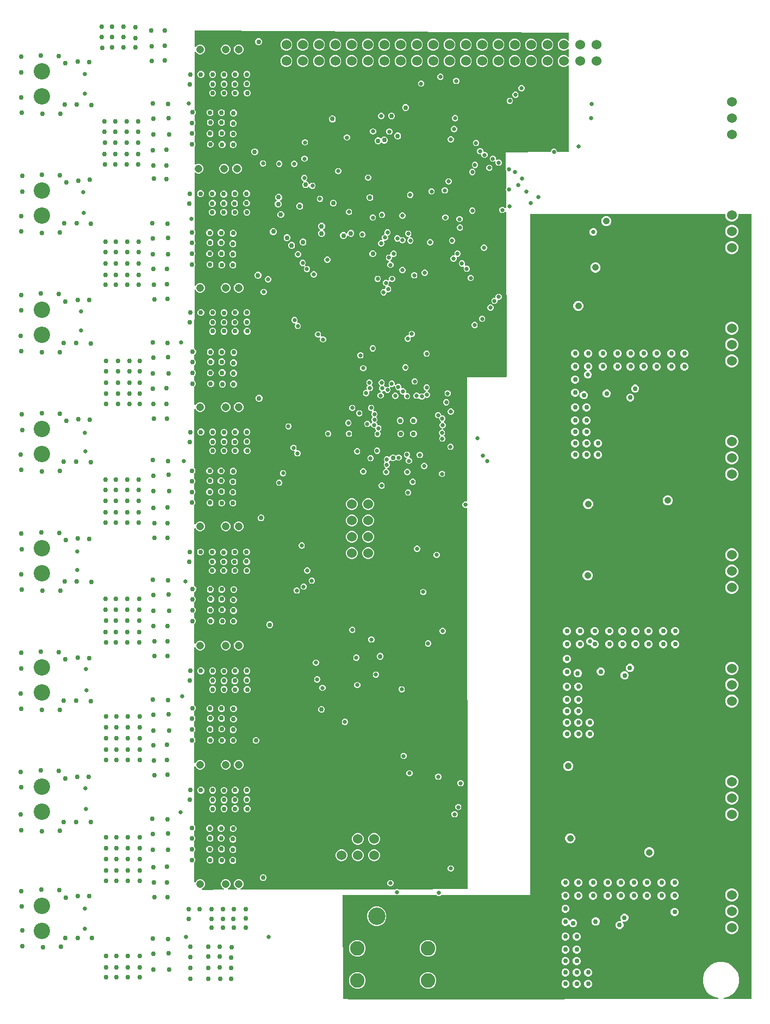
<source format=gbr>
G04 EAGLE Gerber RS-274X export*
G75*
%MOMM*%
%FSLAX34Y34*%
%LPD*%
%INCopper Layer 3*%
%IPPOS*%
%AMOC8*
5,1,8,0,0,1.08239X$1,22.5*%
G01*
%ADD10C,1.208000*%
%ADD11C,1.524000*%
%ADD12C,2.700000*%
%ADD13C,2.250000*%
%ADD14C,2.550000*%
%ADD15C,0.660400*%
%ADD16C,0.756400*%
%ADD17C,1.056400*%
%ADD18C,0.254000*%

G36*
X445493Y-24023D02*
X445493Y-24023D01*
X445561Y-24014D01*
X445629Y-24016D01*
X445718Y-23994D01*
X445808Y-23983D01*
X445872Y-23957D01*
X445938Y-23941D01*
X446019Y-23899D01*
X446104Y-23865D01*
X446159Y-23825D01*
X446219Y-23793D01*
X446287Y-23731D01*
X446361Y-23677D01*
X446404Y-23625D01*
X446455Y-23579D01*
X446505Y-23502D01*
X446563Y-23432D01*
X446592Y-23370D01*
X446629Y-23313D01*
X446659Y-23227D01*
X446698Y-23144D01*
X446711Y-23077D01*
X446733Y-23012D01*
X446740Y-22921D01*
X446757Y-22831D01*
X446752Y-22763D01*
X446758Y-22695D01*
X446742Y-22605D01*
X446736Y-22514D01*
X446715Y-22449D01*
X446704Y-22382D01*
X446666Y-22299D01*
X446638Y-22212D01*
X446601Y-22154D01*
X446573Y-22092D01*
X446516Y-22021D01*
X446467Y-21943D01*
X446417Y-21897D01*
X446374Y-21843D01*
X446301Y-21788D01*
X446235Y-21726D01*
X446175Y-21693D01*
X446120Y-21652D01*
X445976Y-21581D01*
X445135Y-21233D01*
X443007Y-19105D01*
X441855Y-16325D01*
X441855Y-13315D01*
X443007Y-10535D01*
X445135Y-8407D01*
X447915Y-7255D01*
X450925Y-7255D01*
X453705Y-8407D01*
X455833Y-10535D01*
X456985Y-13315D01*
X456985Y-16325D01*
X455833Y-19105D01*
X453705Y-21233D01*
X452910Y-21562D01*
X452848Y-21598D01*
X452782Y-21624D01*
X452710Y-21676D01*
X452634Y-21720D01*
X452583Y-21769D01*
X452525Y-21812D01*
X452469Y-21880D01*
X452405Y-21941D01*
X452368Y-22002D01*
X452323Y-22057D01*
X452285Y-22137D01*
X452239Y-22212D01*
X452218Y-22280D01*
X452188Y-22345D01*
X452172Y-22432D01*
X452146Y-22516D01*
X452142Y-22587D01*
X452129Y-22658D01*
X452135Y-22746D01*
X452130Y-22834D01*
X452145Y-22904D01*
X452149Y-22975D01*
X452177Y-23059D01*
X452195Y-23145D01*
X452226Y-23209D01*
X452248Y-23277D01*
X452296Y-23352D01*
X452334Y-23431D01*
X452381Y-23485D01*
X452419Y-23545D01*
X452484Y-23606D01*
X452541Y-23673D01*
X452599Y-23714D01*
X452651Y-23763D01*
X452729Y-23805D01*
X452801Y-23856D01*
X452868Y-23881D01*
X452930Y-23916D01*
X453016Y-23938D01*
X453098Y-23969D01*
X453169Y-23977D01*
X453238Y-23994D01*
X453399Y-24004D01*
X465378Y-23975D01*
X465445Y-23967D01*
X465514Y-23968D01*
X465603Y-23947D01*
X465693Y-23935D01*
X465757Y-23910D01*
X465823Y-23894D01*
X465904Y-23851D01*
X465989Y-23817D01*
X466044Y-23777D01*
X466104Y-23745D01*
X466172Y-23683D01*
X466246Y-23630D01*
X466289Y-23577D01*
X466339Y-23531D01*
X466390Y-23455D01*
X466448Y-23384D01*
X466477Y-23322D01*
X466514Y-23265D01*
X466544Y-23179D01*
X466583Y-23096D01*
X466595Y-23029D01*
X466617Y-22964D01*
X466625Y-22873D01*
X466642Y-22784D01*
X466637Y-22715D01*
X466643Y-22647D01*
X466627Y-22558D01*
X466621Y-22466D01*
X466600Y-22401D01*
X466588Y-22334D01*
X466551Y-22251D01*
X466522Y-22164D01*
X466486Y-22106D01*
X466458Y-22044D01*
X466401Y-21973D01*
X466352Y-21896D01*
X466302Y-21849D01*
X466259Y-21796D01*
X466186Y-21741D01*
X466119Y-21678D01*
X466060Y-21646D01*
X466005Y-21604D01*
X465860Y-21534D01*
X465135Y-21233D01*
X463007Y-19105D01*
X461855Y-16325D01*
X461855Y-13315D01*
X463007Y-10535D01*
X465135Y-8407D01*
X467915Y-7255D01*
X470925Y-7255D01*
X473705Y-8407D01*
X475833Y-10535D01*
X476985Y-13315D01*
X476985Y-16325D01*
X475833Y-19105D01*
X473705Y-21233D01*
X473027Y-21514D01*
X472965Y-21549D01*
X472899Y-21576D01*
X472827Y-21628D01*
X472750Y-21672D01*
X472699Y-21721D01*
X472642Y-21763D01*
X472585Y-21831D01*
X472522Y-21893D01*
X472485Y-21954D01*
X472439Y-22009D01*
X472402Y-22089D01*
X472356Y-22164D01*
X472335Y-22232D01*
X472305Y-22297D01*
X472288Y-22384D01*
X472262Y-22468D01*
X472259Y-22539D01*
X472246Y-22609D01*
X472251Y-22697D01*
X472247Y-22786D01*
X472261Y-22856D01*
X472266Y-22927D01*
X472293Y-23011D01*
X472311Y-23097D01*
X472343Y-23161D01*
X472365Y-23229D01*
X472412Y-23303D01*
X472451Y-23383D01*
X472497Y-23437D01*
X472536Y-23497D01*
X472600Y-23558D01*
X472657Y-23625D01*
X472716Y-23666D01*
X472768Y-23715D01*
X472845Y-23757D01*
X472917Y-23808D01*
X472984Y-23833D01*
X473047Y-23867D01*
X473132Y-23889D01*
X473215Y-23921D01*
X473286Y-23928D01*
X473355Y-23946D01*
X473515Y-23956D01*
X712688Y-23382D01*
X712696Y-23381D01*
X712704Y-23382D01*
X712853Y-23360D01*
X713004Y-23341D01*
X713011Y-23338D01*
X713018Y-23337D01*
X713171Y-23285D01*
X714812Y-22605D01*
X716732Y-22605D01*
X718338Y-23270D01*
X718348Y-23273D01*
X718358Y-23278D01*
X718501Y-23315D01*
X718644Y-23354D01*
X718655Y-23354D01*
X718666Y-23357D01*
X718826Y-23367D01*
X824487Y-23113D01*
X824604Y-23098D01*
X824723Y-23091D01*
X824762Y-23078D01*
X824802Y-23073D01*
X824912Y-23029D01*
X825025Y-22992D01*
X825060Y-22970D01*
X825098Y-22955D01*
X825193Y-22885D01*
X825293Y-22822D01*
X825322Y-22792D01*
X825355Y-22767D01*
X825430Y-22676D01*
X825511Y-22590D01*
X825531Y-22554D01*
X825557Y-22522D01*
X825607Y-22415D01*
X825664Y-22311D01*
X825674Y-22271D01*
X825692Y-22234D01*
X825714Y-22118D01*
X825743Y-22003D01*
X825747Y-21942D01*
X825751Y-21921D01*
X825750Y-21901D01*
X825753Y-21842D01*
X825000Y568989D01*
X824993Y569038D01*
X824996Y569087D01*
X824973Y569195D01*
X824959Y569304D01*
X824941Y569350D01*
X824931Y569398D01*
X824883Y569497D01*
X824842Y569600D01*
X824813Y569640D01*
X824792Y569684D01*
X824720Y569768D01*
X824655Y569857D01*
X824617Y569888D01*
X824585Y569926D01*
X824495Y569989D01*
X824410Y570060D01*
X824365Y570080D01*
X824325Y570109D01*
X824222Y570148D01*
X824122Y570195D01*
X824074Y570204D01*
X824028Y570221D01*
X823918Y570233D01*
X823809Y570254D01*
X823760Y570251D01*
X823712Y570256D01*
X823602Y570241D01*
X823492Y570234D01*
X823477Y570229D01*
X821492Y570229D01*
X819718Y570964D01*
X818360Y572322D01*
X817625Y574096D01*
X817625Y576016D01*
X818360Y577790D01*
X819718Y579148D01*
X821492Y579883D01*
X823506Y579883D01*
X823536Y579875D01*
X823586Y579874D01*
X823636Y579864D01*
X823745Y579871D01*
X823854Y579870D01*
X823903Y579881D01*
X823953Y579884D01*
X824057Y579918D01*
X824163Y579944D01*
X824208Y579967D01*
X824256Y579983D01*
X824348Y580041D01*
X824444Y580092D01*
X824482Y580126D01*
X824524Y580153D01*
X824599Y580233D01*
X824680Y580306D01*
X824707Y580349D01*
X824742Y580385D01*
X824794Y580481D01*
X824854Y580572D01*
X824871Y580620D01*
X824895Y580664D01*
X824922Y580770D01*
X824958Y580873D01*
X824962Y580923D01*
X824974Y580972D01*
X824984Y581133D01*
X824739Y773431D01*
X885444Y773431D01*
X885564Y773446D01*
X885685Y773454D01*
X885722Y773466D01*
X885760Y773471D01*
X885872Y773515D01*
X885988Y773553D01*
X886020Y773574D01*
X886055Y773588D01*
X886153Y773659D01*
X886256Y773724D01*
X886282Y773752D01*
X886313Y773774D01*
X886390Y773868D01*
X886473Y773957D01*
X886491Y773990D01*
X886515Y774019D01*
X886567Y774129D01*
X886625Y774236D01*
X886635Y774273D01*
X886651Y774307D01*
X886674Y774426D01*
X886704Y774544D01*
X886707Y774600D01*
X886711Y774620D01*
X886709Y774640D01*
X886713Y774705D01*
X885800Y1029330D01*
X885783Y1029466D01*
X885770Y1029602D01*
X885762Y1029623D01*
X885759Y1029646D01*
X885708Y1029773D01*
X885662Y1029902D01*
X885650Y1029920D01*
X885641Y1029941D01*
X885560Y1030051D01*
X885484Y1030165D01*
X885467Y1030180D01*
X885453Y1030198D01*
X885348Y1030285D01*
X885245Y1030375D01*
X885225Y1030385D01*
X885208Y1030400D01*
X885084Y1030458D01*
X884962Y1030520D01*
X884940Y1030525D01*
X884919Y1030534D01*
X884785Y1030559D01*
X884652Y1030589D01*
X884629Y1030589D01*
X884607Y1030593D01*
X884471Y1030584D01*
X884334Y1030580D01*
X884312Y1030573D01*
X884290Y1030572D01*
X884159Y1030529D01*
X884028Y1030491D01*
X884009Y1030480D01*
X883987Y1030473D01*
X883872Y1030399D01*
X883754Y1030330D01*
X883731Y1030309D01*
X883719Y1030302D01*
X883705Y1030286D01*
X883633Y1030223D01*
X882590Y1029180D01*
X880816Y1028445D01*
X878896Y1028445D01*
X877122Y1029180D01*
X875764Y1030538D01*
X875029Y1032312D01*
X875029Y1034232D01*
X875764Y1036006D01*
X877122Y1037364D01*
X878896Y1038099D01*
X880816Y1038099D01*
X882590Y1037364D01*
X883605Y1036349D01*
X883716Y1036263D01*
X883826Y1036173D01*
X883842Y1036165D01*
X883856Y1036154D01*
X883986Y1036098D01*
X884114Y1036038D01*
X884132Y1036035D01*
X884148Y1036028D01*
X884288Y1036005D01*
X884427Y1035979D01*
X884444Y1035981D01*
X884462Y1035978D01*
X884603Y1035991D01*
X884744Y1036000D01*
X884761Y1036006D01*
X884779Y1036008D01*
X884912Y1036055D01*
X885046Y1036099D01*
X885061Y1036109D01*
X885078Y1036115D01*
X885195Y1036195D01*
X885314Y1036271D01*
X885326Y1036284D01*
X885341Y1036294D01*
X885435Y1036400D01*
X885531Y1036503D01*
X885540Y1036519D01*
X885552Y1036532D01*
X885616Y1036658D01*
X885684Y1036782D01*
X885688Y1036799D01*
X885696Y1036815D01*
X885727Y1036954D01*
X885762Y1037090D01*
X885764Y1037115D01*
X885766Y1037126D01*
X885765Y1037145D01*
X885772Y1037251D01*
X885680Y1062884D01*
X885679Y1062891D01*
X885680Y1062898D01*
X885659Y1063048D01*
X885639Y1063199D01*
X885636Y1063206D01*
X885635Y1063212D01*
X885583Y1063365D01*
X885189Y1064316D01*
X885189Y1066236D01*
X885566Y1067146D01*
X885569Y1067157D01*
X885575Y1067167D01*
X885611Y1067311D01*
X885650Y1067453D01*
X885650Y1067464D01*
X885653Y1067476D01*
X885663Y1067636D01*
X885465Y1122941D01*
X954031Y1123296D01*
X954145Y1123311D01*
X954261Y1123318D01*
X954303Y1123332D01*
X954346Y1123337D01*
X954453Y1123380D01*
X954563Y1123416D01*
X954600Y1123439D01*
X954641Y1123456D01*
X954734Y1123524D01*
X954832Y1123586D01*
X954862Y1123618D01*
X954897Y1123644D01*
X954971Y1123734D01*
X955050Y1123818D01*
X955071Y1123856D01*
X955099Y1123890D01*
X955148Y1123995D01*
X955204Y1124096D01*
X955214Y1124139D01*
X955233Y1124178D01*
X955254Y1124292D01*
X955283Y1124404D01*
X955287Y1124470D01*
X955291Y1124491D01*
X955290Y1124510D01*
X955293Y1124565D01*
X955293Y1124656D01*
X956028Y1126430D01*
X957386Y1127788D01*
X959160Y1128523D01*
X961080Y1128523D01*
X962854Y1127788D01*
X964212Y1126430D01*
X964947Y1124656D01*
X964947Y1124628D01*
X964962Y1124506D01*
X964970Y1124385D01*
X964982Y1124349D01*
X964987Y1124312D01*
X965032Y1124199D01*
X965070Y1124083D01*
X965090Y1124051D01*
X965104Y1124017D01*
X965175Y1123918D01*
X965241Y1123815D01*
X965269Y1123790D01*
X965290Y1123759D01*
X965385Y1123681D01*
X965474Y1123598D01*
X965507Y1123580D01*
X965535Y1123557D01*
X965646Y1123504D01*
X965753Y1123446D01*
X965790Y1123437D01*
X965823Y1123421D01*
X965943Y1123398D01*
X966062Y1123368D01*
X966116Y1123365D01*
X966135Y1123361D01*
X966157Y1123363D01*
X966223Y1123359D01*
X982479Y1123443D01*
X982593Y1123458D01*
X982709Y1123465D01*
X982751Y1123479D01*
X982794Y1123484D01*
X982901Y1123527D01*
X983011Y1123563D01*
X983048Y1123586D01*
X983089Y1123603D01*
X983182Y1123671D01*
X983280Y1123733D01*
X983310Y1123765D01*
X983345Y1123791D01*
X983419Y1123881D01*
X983498Y1123965D01*
X983519Y1124003D01*
X983547Y1124037D01*
X983596Y1124142D01*
X983652Y1124243D01*
X983662Y1124286D01*
X983681Y1124325D01*
X983702Y1124439D01*
X983731Y1124551D01*
X983735Y1124617D01*
X983739Y1124638D01*
X983738Y1124658D01*
X983741Y1124712D01*
X983741Y1257304D01*
X983724Y1257442D01*
X983711Y1257581D01*
X983704Y1257600D01*
X983701Y1257620D01*
X983650Y1257749D01*
X983603Y1257880D01*
X983592Y1257897D01*
X983584Y1257916D01*
X983503Y1258028D01*
X983425Y1258143D01*
X983409Y1258157D01*
X983398Y1258173D01*
X983290Y1258262D01*
X983186Y1258354D01*
X983168Y1258363D01*
X983153Y1258376D01*
X983027Y1258435D01*
X982903Y1258498D01*
X982883Y1258503D01*
X982865Y1258511D01*
X982729Y1258537D01*
X982593Y1258568D01*
X982572Y1258567D01*
X982553Y1258571D01*
X982414Y1258562D01*
X982275Y1258558D01*
X982255Y1258553D01*
X982235Y1258551D01*
X982103Y1258509D01*
X981969Y1258470D01*
X981952Y1258460D01*
X981933Y1258453D01*
X981815Y1258379D01*
X981695Y1258308D01*
X981674Y1258290D01*
X981664Y1258283D01*
X981650Y1258268D01*
X981575Y1258202D01*
X980540Y1257167D01*
X977179Y1255775D01*
X973541Y1255775D01*
X970180Y1257167D01*
X967607Y1259740D01*
X966215Y1263101D01*
X966215Y1266739D01*
X967607Y1270100D01*
X970180Y1272673D01*
X973541Y1274065D01*
X977179Y1274065D01*
X980540Y1272673D01*
X981575Y1271638D01*
X981684Y1271553D01*
X981791Y1271464D01*
X981810Y1271456D01*
X981826Y1271443D01*
X981954Y1271388D01*
X982079Y1271329D01*
X982099Y1271325D01*
X982118Y1271317D01*
X982256Y1271295D01*
X982392Y1271269D01*
X982412Y1271270D01*
X982432Y1271267D01*
X982571Y1271280D01*
X982709Y1271289D01*
X982728Y1271295D01*
X982748Y1271297D01*
X982880Y1271344D01*
X983011Y1271387D01*
X983029Y1271397D01*
X983048Y1271404D01*
X983163Y1271482D01*
X983280Y1271557D01*
X983294Y1271572D01*
X983311Y1271583D01*
X983403Y1271687D01*
X983498Y1271788D01*
X983508Y1271806D01*
X983521Y1271821D01*
X983585Y1271945D01*
X983652Y1272067D01*
X983657Y1272087D01*
X983666Y1272105D01*
X983696Y1272240D01*
X983731Y1272375D01*
X983733Y1272403D01*
X983736Y1272415D01*
X983735Y1272435D01*
X983741Y1272536D01*
X983741Y1282704D01*
X983724Y1282842D01*
X983711Y1282981D01*
X983704Y1283000D01*
X983701Y1283020D01*
X983650Y1283149D01*
X983603Y1283280D01*
X983592Y1283297D01*
X983584Y1283316D01*
X983503Y1283428D01*
X983425Y1283543D01*
X983409Y1283557D01*
X983398Y1283573D01*
X983290Y1283662D01*
X983186Y1283754D01*
X983168Y1283763D01*
X983153Y1283776D01*
X983027Y1283835D01*
X982903Y1283898D01*
X982883Y1283903D01*
X982865Y1283911D01*
X982729Y1283937D01*
X982593Y1283968D01*
X982572Y1283967D01*
X982553Y1283971D01*
X982414Y1283962D01*
X982275Y1283958D01*
X982255Y1283953D01*
X982235Y1283951D01*
X982103Y1283909D01*
X981969Y1283870D01*
X981952Y1283860D01*
X981933Y1283853D01*
X981815Y1283779D01*
X981695Y1283708D01*
X981674Y1283690D01*
X981664Y1283683D01*
X981650Y1283668D01*
X981575Y1283602D01*
X980540Y1282567D01*
X977179Y1281175D01*
X973541Y1281175D01*
X970180Y1282567D01*
X967607Y1285140D01*
X966215Y1288501D01*
X966215Y1292139D01*
X967607Y1295500D01*
X970180Y1298073D01*
X973541Y1299465D01*
X977179Y1299465D01*
X980540Y1298073D01*
X981575Y1297038D01*
X981684Y1296953D01*
X981791Y1296864D01*
X981810Y1296856D01*
X981826Y1296843D01*
X981954Y1296788D01*
X982079Y1296729D01*
X982099Y1296725D01*
X982118Y1296717D01*
X982256Y1296695D01*
X982392Y1296669D01*
X982412Y1296670D01*
X982432Y1296667D01*
X982571Y1296680D01*
X982709Y1296689D01*
X982728Y1296695D01*
X982748Y1296697D01*
X982880Y1296744D01*
X983011Y1296787D01*
X983029Y1296797D01*
X983048Y1296804D01*
X983163Y1296882D01*
X983280Y1296957D01*
X983294Y1296972D01*
X983311Y1296983D01*
X983403Y1297087D01*
X983498Y1297188D01*
X983508Y1297206D01*
X983521Y1297221D01*
X983585Y1297345D01*
X983652Y1297467D01*
X983657Y1297487D01*
X983666Y1297505D01*
X983696Y1297640D01*
X983731Y1297775D01*
X983733Y1297803D01*
X983736Y1297815D01*
X983735Y1297835D01*
X983741Y1297936D01*
X983741Y1307592D01*
X983727Y1307706D01*
X983720Y1307821D01*
X983707Y1307863D01*
X983701Y1307908D01*
X983659Y1308015D01*
X983624Y1308124D01*
X983601Y1308162D01*
X983584Y1308203D01*
X983517Y1308296D01*
X983456Y1308394D01*
X983424Y1308425D01*
X983398Y1308461D01*
X983309Y1308534D01*
X983225Y1308613D01*
X983187Y1308635D01*
X983153Y1308663D01*
X983048Y1308712D01*
X982948Y1308769D01*
X982905Y1308780D01*
X982865Y1308799D01*
X982752Y1308821D01*
X982640Y1308850D01*
X982573Y1308855D01*
X982553Y1308859D01*
X982533Y1308858D01*
X982480Y1308861D01*
X401839Y1312439D01*
X401717Y1312425D01*
X401595Y1312417D01*
X401560Y1312406D01*
X401523Y1312401D01*
X401409Y1312357D01*
X401292Y1312319D01*
X401261Y1312299D01*
X401227Y1312286D01*
X401127Y1312215D01*
X401024Y1312149D01*
X400998Y1312122D01*
X400968Y1312101D01*
X400890Y1312007D01*
X400806Y1311918D01*
X400788Y1311885D01*
X400764Y1311857D01*
X400711Y1311747D01*
X400652Y1311639D01*
X400643Y1311603D01*
X400627Y1311570D01*
X400603Y1311450D01*
X400572Y1311331D01*
X400569Y1311277D01*
X400565Y1311258D01*
X400566Y1311239D01*
X400565Y1311231D01*
X400565Y1311220D01*
X400562Y1311171D01*
X400553Y1287863D01*
X400562Y1287793D01*
X400561Y1287723D01*
X400582Y1287636D01*
X400593Y1287547D01*
X400619Y1287482D01*
X400635Y1287414D01*
X400677Y1287335D01*
X400710Y1287251D01*
X400751Y1287194D01*
X400784Y1287133D01*
X400844Y1287066D01*
X400897Y1286994D01*
X400950Y1286949D01*
X400998Y1286897D01*
X401072Y1286848D01*
X401141Y1286791D01*
X401205Y1286761D01*
X401263Y1286723D01*
X401348Y1286694D01*
X401429Y1286655D01*
X401498Y1286642D01*
X401564Y1286619D01*
X401653Y1286612D01*
X401741Y1286595D01*
X401811Y1286600D01*
X401881Y1286594D01*
X401969Y1286609D01*
X402059Y1286615D01*
X402125Y1286637D01*
X402194Y1286649D01*
X402276Y1286685D01*
X402361Y1286713D01*
X402421Y1286750D01*
X402484Y1286779D01*
X402554Y1286835D01*
X402630Y1286883D01*
X402678Y1286934D01*
X402733Y1286978D01*
X402787Y1287049D01*
X402848Y1287114D01*
X402882Y1287176D01*
X402924Y1287232D01*
X402995Y1287376D01*
X403007Y1287405D01*
X405135Y1289533D01*
X407915Y1290685D01*
X410925Y1290685D01*
X413705Y1289533D01*
X415833Y1287405D01*
X416985Y1284625D01*
X416985Y1281615D01*
X415833Y1278835D01*
X413705Y1276707D01*
X410925Y1275555D01*
X407915Y1275555D01*
X405135Y1276707D01*
X403007Y1278835D01*
X402991Y1278872D01*
X402957Y1278933D01*
X402931Y1278998D01*
X402878Y1279071D01*
X402834Y1279149D01*
X402786Y1279199D01*
X402745Y1279255D01*
X402675Y1279312D01*
X402613Y1279377D01*
X402553Y1279413D01*
X402500Y1279458D01*
X402418Y1279496D01*
X402342Y1279543D01*
X402275Y1279564D01*
X402212Y1279593D01*
X402124Y1279610D01*
X402038Y1279637D01*
X401968Y1279640D01*
X401900Y1279653D01*
X401810Y1279648D01*
X401720Y1279652D01*
X401652Y1279638D01*
X401582Y1279634D01*
X401497Y1279606D01*
X401409Y1279588D01*
X401346Y1279557D01*
X401280Y1279536D01*
X401204Y1279488D01*
X401123Y1279448D01*
X401070Y1279403D01*
X401011Y1279366D01*
X400949Y1279300D01*
X400881Y1279242D01*
X400841Y1279185D01*
X400793Y1279134D01*
X400750Y1279055D01*
X400698Y1278982D01*
X400673Y1278917D01*
X400639Y1278856D01*
X400617Y1278769D01*
X400585Y1278684D01*
X400577Y1278615D01*
X400560Y1278548D01*
X400550Y1278387D01*
X400516Y1189935D01*
X400528Y1189837D01*
X400531Y1189737D01*
X400548Y1189679D01*
X400556Y1189620D01*
X400592Y1189527D01*
X400620Y1189432D01*
X400650Y1189380D01*
X400672Y1189324D01*
X400731Y1189244D01*
X400781Y1189158D01*
X400847Y1189083D01*
X400859Y1189067D01*
X400869Y1189059D01*
X400888Y1189037D01*
X401755Y1188170D01*
X402563Y1186220D01*
X402563Y1184108D01*
X401755Y1182158D01*
X400884Y1181287D01*
X400824Y1181209D01*
X400756Y1181137D01*
X400726Y1181084D01*
X400689Y1181036D01*
X400650Y1180945D01*
X400602Y1180859D01*
X400587Y1180800D01*
X400563Y1180744D01*
X400547Y1180646D01*
X400523Y1180551D01*
X400516Y1180450D01*
X400513Y1180430D01*
X400514Y1180418D01*
X400512Y1180390D01*
X400509Y1173178D01*
X400522Y1173079D01*
X400525Y1172980D01*
X400542Y1172922D01*
X400549Y1172862D01*
X400586Y1172770D01*
X400613Y1172674D01*
X400644Y1172622D01*
X400666Y1172566D01*
X400724Y1172486D01*
X400775Y1172400D01*
X400841Y1172325D01*
X400853Y1172309D01*
X400862Y1172301D01*
X400881Y1172280D01*
X401247Y1171914D01*
X402055Y1169964D01*
X402055Y1167852D01*
X401247Y1165902D01*
X400878Y1165533D01*
X400818Y1165455D01*
X400750Y1165383D01*
X400720Y1165330D01*
X400683Y1165282D01*
X400644Y1165191D01*
X400596Y1165105D01*
X400581Y1165046D01*
X400557Y1164990D01*
X400541Y1164892D01*
X400517Y1164797D01*
X400510Y1164696D01*
X400507Y1164676D01*
X400508Y1164664D01*
X400506Y1164636D01*
X400503Y1156420D01*
X400516Y1156322D01*
X400519Y1156222D01*
X400535Y1156164D01*
X400543Y1156104D01*
X400579Y1156012D01*
X400607Y1155917D01*
X400638Y1155865D01*
X400660Y1155809D01*
X400718Y1155728D01*
X400768Y1155643D01*
X400835Y1155568D01*
X400847Y1155551D01*
X400856Y1155543D01*
X400875Y1155522D01*
X401247Y1155150D01*
X402055Y1153200D01*
X402055Y1151088D01*
X401247Y1149138D01*
X400872Y1148763D01*
X400811Y1148685D01*
X400743Y1148613D01*
X400714Y1148559D01*
X400677Y1148511D01*
X400637Y1148421D01*
X400590Y1148334D01*
X400574Y1148275D01*
X400550Y1148220D01*
X400535Y1148122D01*
X400510Y1148026D01*
X400504Y1147926D01*
X400500Y1147906D01*
X400502Y1147893D01*
X400500Y1147866D01*
X400497Y1139662D01*
X400509Y1139564D01*
X400512Y1139465D01*
X400529Y1139407D01*
X400536Y1139347D01*
X400573Y1139254D01*
X400601Y1139159D01*
X400631Y1139107D01*
X400653Y1139051D01*
X400712Y1138971D01*
X400762Y1138885D01*
X400828Y1138810D01*
X400840Y1138794D01*
X400850Y1138786D01*
X400868Y1138764D01*
X401247Y1138386D01*
X402055Y1136436D01*
X402055Y1134324D01*
X401247Y1132374D01*
X400865Y1131992D01*
X400805Y1131914D01*
X400737Y1131842D01*
X400708Y1131789D01*
X400670Y1131741D01*
X400631Y1131651D01*
X400583Y1131564D01*
X400568Y1131505D01*
X400544Y1131449D01*
X400528Y1131351D01*
X400504Y1131256D01*
X400497Y1131155D01*
X400494Y1131135D01*
X400495Y1131123D01*
X400493Y1131095D01*
X400484Y1105066D01*
X400501Y1104928D01*
X400514Y1104789D01*
X400521Y1104771D01*
X400523Y1104751D01*
X400575Y1104621D01*
X400622Y1104490D01*
X400633Y1104474D01*
X400640Y1104455D01*
X400722Y1104342D01*
X400800Y1104227D01*
X400815Y1104214D01*
X400827Y1104198D01*
X400934Y1104109D01*
X401039Y1104017D01*
X401056Y1104008D01*
X401072Y1103995D01*
X401198Y1103935D01*
X401322Y1103872D01*
X401341Y1103868D01*
X401359Y1103859D01*
X401496Y1103833D01*
X401632Y1103802D01*
X401652Y1103803D01*
X401672Y1103799D01*
X401810Y1103808D01*
X401950Y1103812D01*
X401969Y1103818D01*
X401989Y1103819D01*
X402122Y1103862D01*
X402256Y1103901D01*
X402273Y1103911D01*
X402292Y1103917D01*
X402410Y1103992D01*
X402530Y1104062D01*
X402550Y1104080D01*
X402561Y1104087D01*
X402575Y1104102D01*
X402581Y1104107D01*
X405375Y1105265D01*
X408385Y1105265D01*
X411165Y1104113D01*
X413293Y1101985D01*
X414445Y1099205D01*
X414445Y1096195D01*
X413293Y1093415D01*
X411165Y1091287D01*
X408385Y1090135D01*
X405375Y1090135D01*
X402564Y1091300D01*
X402552Y1091309D01*
X402533Y1091327D01*
X402522Y1091333D01*
X402428Y1091411D01*
X402410Y1091420D01*
X402394Y1091432D01*
X402266Y1091487D01*
X402141Y1091546D01*
X402120Y1091550D01*
X402102Y1091558D01*
X401964Y1091580D01*
X401828Y1091606D01*
X401808Y1091605D01*
X401788Y1091608D01*
X401649Y1091595D01*
X401511Y1091587D01*
X401491Y1091580D01*
X401471Y1091579D01*
X401340Y1091532D01*
X401208Y1091489D01*
X401191Y1091478D01*
X401172Y1091471D01*
X401057Y1091393D01*
X400939Y1091319D01*
X400925Y1091304D01*
X400909Y1091292D01*
X400817Y1091188D01*
X400721Y1091087D01*
X400712Y1091069D01*
X400698Y1091054D01*
X400635Y1090931D01*
X400568Y1090809D01*
X400563Y1090789D01*
X400553Y1090771D01*
X400523Y1090635D01*
X400488Y1090501D01*
X400486Y1090473D01*
X400484Y1090461D01*
X400484Y1090440D01*
X400481Y1090382D01*
X400480Y1090381D01*
X400481Y1090380D01*
X400478Y1090340D01*
X400445Y1002555D01*
X400457Y1002456D01*
X400460Y1002357D01*
X400477Y1002299D01*
X400484Y1002239D01*
X400521Y1002147D01*
X400548Y1002051D01*
X400579Y1001999D01*
X400601Y1001943D01*
X400659Y1001863D01*
X400710Y1001777D01*
X400776Y1001702D01*
X400788Y1001686D01*
X400797Y1001678D01*
X400816Y1001657D01*
X401247Y1001226D01*
X402055Y999276D01*
X402055Y997164D01*
X401247Y995214D01*
X400813Y994780D01*
X400752Y994702D01*
X400685Y994630D01*
X400655Y994577D01*
X400618Y994529D01*
X400579Y994438D01*
X400531Y994352D01*
X400516Y994293D01*
X400492Y994237D01*
X400476Y994139D01*
X400451Y994044D01*
X400445Y993943D01*
X400442Y993923D01*
X400443Y993911D01*
X400441Y993883D01*
X400438Y985797D01*
X400451Y985698D01*
X400454Y985599D01*
X400470Y985541D01*
X400478Y985481D01*
X400514Y985389D01*
X400542Y985294D01*
X400573Y985242D01*
X400595Y985186D01*
X400653Y985105D01*
X400704Y985020D01*
X400731Y984988D01*
X401547Y983020D01*
X401547Y980908D01*
X400726Y978926D01*
X400679Y978876D01*
X400649Y978823D01*
X400612Y978775D01*
X400573Y978684D01*
X400525Y978598D01*
X400510Y978539D01*
X400486Y978483D01*
X400470Y978386D01*
X400445Y978290D01*
X400439Y978189D01*
X400436Y978169D01*
X400437Y978157D01*
X400435Y978129D01*
X400432Y969039D01*
X400444Y968941D01*
X400447Y968841D01*
X400464Y968784D01*
X400471Y968724D01*
X400508Y968631D01*
X400536Y968536D01*
X400566Y968484D01*
X400588Y968428D01*
X400647Y968347D01*
X400697Y968262D01*
X400732Y968223D01*
X401547Y966256D01*
X401547Y964144D01*
X400726Y962163D01*
X400672Y962106D01*
X400643Y962053D01*
X400606Y962005D01*
X400566Y961914D01*
X400519Y961827D01*
X400503Y961768D01*
X400479Y961713D01*
X400464Y961615D01*
X400439Y961519D01*
X400433Y961419D01*
X400429Y961399D01*
X400431Y961387D01*
X400429Y961359D01*
X400425Y952282D01*
X400438Y952183D01*
X400441Y952084D01*
X400458Y952026D01*
X400465Y951966D01*
X400502Y951874D01*
X400529Y951778D01*
X400560Y951727D01*
X400582Y951670D01*
X400640Y951590D01*
X400691Y951504D01*
X400733Y951457D01*
X401547Y949492D01*
X401547Y947380D01*
X400726Y945399D01*
X400666Y945335D01*
X400636Y945282D01*
X400599Y945234D01*
X400560Y945144D01*
X400512Y945057D01*
X400497Y944998D01*
X400473Y944942D01*
X400457Y944845D01*
X400433Y944749D01*
X400426Y944648D01*
X400423Y944628D01*
X400424Y944616D01*
X400422Y944588D01*
X400412Y916681D01*
X400421Y916612D01*
X400419Y916542D01*
X400440Y916455D01*
X400452Y916366D01*
X400477Y916301D01*
X400494Y916233D01*
X400535Y916153D01*
X400568Y916070D01*
X400610Y916013D01*
X400642Y915951D01*
X400703Y915885D01*
X400755Y915813D01*
X400809Y915768D01*
X400856Y915716D01*
X400931Y915667D01*
X401000Y915610D01*
X401063Y915580D01*
X401122Y915541D01*
X401207Y915512D01*
X401288Y915474D01*
X401357Y915461D01*
X401423Y915438D01*
X401512Y915431D01*
X401600Y915414D01*
X401670Y915418D01*
X401740Y915413D01*
X401828Y915428D01*
X401917Y915434D01*
X401984Y915455D01*
X402053Y915467D01*
X402135Y915504D01*
X402220Y915532D01*
X402279Y915569D01*
X402343Y915598D01*
X402413Y915654D01*
X402489Y915702D01*
X402537Y915753D01*
X402591Y915796D01*
X402645Y915868D01*
X402707Y915933D01*
X402741Y915995D01*
X402783Y916051D01*
X402854Y916195D01*
X403007Y916565D01*
X405135Y918693D01*
X407915Y919845D01*
X410925Y919845D01*
X413705Y918693D01*
X415833Y916565D01*
X416985Y913785D01*
X416985Y910775D01*
X415833Y907995D01*
X413705Y905867D01*
X410925Y904715D01*
X407915Y904715D01*
X405135Y905867D01*
X403007Y907995D01*
X402850Y908373D01*
X402816Y908433D01*
X402790Y908498D01*
X402737Y908571D01*
X402693Y908649D01*
X402644Y908699D01*
X402604Y908755D01*
X402534Y908813D01*
X402471Y908878D01*
X402412Y908914D01*
X402359Y908958D01*
X402277Y908997D01*
X402200Y909044D01*
X402134Y909064D01*
X402071Y909094D01*
X401982Y909111D01*
X401896Y909138D01*
X401827Y909141D01*
X401759Y909154D01*
X401669Y909148D01*
X401579Y909153D01*
X401511Y909139D01*
X401441Y909134D01*
X401355Y909107D01*
X401267Y909088D01*
X401205Y909058D01*
X401139Y909036D01*
X401063Y908988D01*
X400982Y908949D01*
X400929Y908904D01*
X400870Y908866D01*
X400808Y908801D01*
X400740Y908742D01*
X400700Y908686D01*
X400652Y908635D01*
X400608Y908556D01*
X400557Y908482D01*
X400532Y908417D01*
X400498Y908356D01*
X400476Y908269D01*
X400444Y908185D01*
X400436Y908116D01*
X400419Y908048D01*
X400408Y907888D01*
X400374Y818221D01*
X400387Y818122D01*
X400390Y818023D01*
X400407Y817965D01*
X400414Y817905D01*
X400451Y817813D01*
X400478Y817718D01*
X400509Y817666D01*
X400531Y817609D01*
X400589Y817529D01*
X400640Y817444D01*
X400706Y817369D01*
X400718Y817352D01*
X400727Y817344D01*
X400746Y817323D01*
X402263Y815806D01*
X403071Y813856D01*
X403071Y811744D01*
X402263Y809794D01*
X400742Y808273D01*
X400681Y808195D01*
X400614Y808123D01*
X400584Y808070D01*
X400547Y808022D01*
X400508Y807931D01*
X400460Y807845D01*
X400445Y807786D01*
X400421Y807730D01*
X400405Y807632D01*
X400380Y807537D01*
X400374Y807436D01*
X400371Y807416D01*
X400372Y807404D01*
X400370Y807376D01*
X400368Y801463D01*
X400380Y801365D01*
X400383Y801265D01*
X400400Y801207D01*
X400408Y801148D01*
X400444Y801055D01*
X400472Y800960D01*
X400502Y800908D01*
X400525Y800852D01*
X400583Y800771D01*
X400633Y800686D01*
X400699Y800611D01*
X400711Y800594D01*
X400721Y800587D01*
X400740Y800565D01*
X401755Y799550D01*
X402563Y797600D01*
X402563Y795488D01*
X401755Y793538D01*
X400736Y792519D01*
X400676Y792441D01*
X400608Y792369D01*
X400578Y792316D01*
X400541Y792268D01*
X400502Y792177D01*
X400454Y792091D01*
X400439Y792032D01*
X400415Y791976D01*
X400399Y791878D01*
X400374Y791783D01*
X400368Y791682D01*
X400365Y791662D01*
X400366Y791650D01*
X400364Y791622D01*
X400362Y784706D01*
X400374Y784607D01*
X400377Y784508D01*
X400394Y784450D01*
X400401Y784390D01*
X400438Y784298D01*
X400465Y784202D01*
X400496Y784150D01*
X400518Y784094D01*
X400577Y784014D01*
X400627Y783928D01*
X400693Y783854D01*
X400705Y783837D01*
X400715Y783829D01*
X400733Y783808D01*
X401755Y782786D01*
X402563Y780836D01*
X402563Y778724D01*
X401755Y776774D01*
X400730Y775749D01*
X400669Y775671D01*
X400601Y775599D01*
X400572Y775545D01*
X400535Y775497D01*
X400495Y775407D01*
X400448Y775320D01*
X400432Y775261D01*
X400408Y775206D01*
X400393Y775108D01*
X400368Y775012D01*
X400362Y774912D01*
X400358Y774891D01*
X400360Y774879D01*
X400358Y774852D01*
X400355Y767948D01*
X400368Y767849D01*
X400371Y767750D01*
X400387Y767692D01*
X400395Y767632D01*
X400431Y767540D01*
X400459Y767445D01*
X400490Y767393D01*
X400512Y767337D01*
X400570Y767256D01*
X400621Y767171D01*
X400686Y767096D01*
X400699Y767079D01*
X400708Y767071D01*
X400727Y767050D01*
X401755Y766022D01*
X402563Y764072D01*
X402563Y761960D01*
X401755Y760010D01*
X400723Y758978D01*
X400663Y758900D01*
X400595Y758828D01*
X400565Y758775D01*
X400528Y758727D01*
X400489Y758636D01*
X400441Y758550D01*
X400426Y758491D01*
X400402Y758435D01*
X400386Y758337D01*
X400362Y758242D01*
X400355Y758141D01*
X400352Y758121D01*
X400353Y758109D01*
X400351Y758081D01*
X400341Y731091D01*
X400350Y731021D01*
X400349Y730951D01*
X400361Y730898D01*
X400363Y730866D01*
X400373Y730836D01*
X400381Y730775D01*
X400407Y730710D01*
X400423Y730642D01*
X400457Y730578D01*
X400461Y730564D01*
X400470Y730551D01*
X400498Y730479D01*
X400539Y730423D01*
X400572Y730361D01*
X400632Y730295D01*
X400685Y730222D01*
X400738Y730177D01*
X400786Y730125D01*
X400860Y730076D01*
X400929Y730019D01*
X400993Y729989D01*
X401051Y729951D01*
X401136Y729922D01*
X401217Y729883D01*
X401286Y729870D01*
X401352Y729847D01*
X401441Y729840D01*
X401529Y729824D01*
X401599Y729828D01*
X401669Y729822D01*
X401757Y729838D01*
X401847Y729843D01*
X401913Y729865D01*
X401982Y729877D01*
X402064Y729913D01*
X402149Y729941D01*
X402209Y729978D01*
X402272Y730007D01*
X402342Y730063D01*
X402418Y730111D01*
X402466Y730162D01*
X402521Y730206D01*
X402575Y730277D01*
X402636Y730343D01*
X402666Y730397D01*
X402687Y730422D01*
X402692Y730434D01*
X402712Y730460D01*
X402783Y730604D01*
X403007Y731145D01*
X405135Y733273D01*
X407915Y734425D01*
X410925Y734425D01*
X413705Y733273D01*
X415833Y731145D01*
X416985Y728365D01*
X416985Y725355D01*
X415833Y722575D01*
X413705Y720447D01*
X410925Y719295D01*
X407915Y719295D01*
X405135Y720447D01*
X403007Y722575D01*
X402780Y723123D01*
X402745Y723184D01*
X402720Y723248D01*
X402667Y723321D01*
X402622Y723400D01*
X402574Y723449D01*
X402533Y723506D01*
X402464Y723563D01*
X402401Y723628D01*
X402342Y723664D01*
X402288Y723709D01*
X402207Y723747D01*
X402130Y723794D01*
X402063Y723815D01*
X402000Y723844D01*
X401912Y723861D01*
X401826Y723888D01*
X401756Y723891D01*
X401688Y723904D01*
X401598Y723899D01*
X401508Y723903D01*
X401440Y723889D01*
X401371Y723885D01*
X401285Y723857D01*
X401197Y723839D01*
X401134Y723808D01*
X401068Y723787D01*
X400992Y723739D01*
X400911Y723699D01*
X400858Y723654D01*
X400799Y723617D01*
X400738Y723551D01*
X400669Y723493D01*
X400629Y723436D01*
X400581Y723385D01*
X400538Y723306D01*
X400486Y723233D01*
X400461Y723168D01*
X400428Y723107D01*
X400405Y723019D01*
X400373Y722935D01*
X400366Y722866D01*
X400348Y722799D01*
X400338Y722638D01*
X400304Y632364D01*
X400316Y632265D01*
X400319Y632166D01*
X400336Y632108D01*
X400343Y632048D01*
X400380Y631956D01*
X400407Y631860D01*
X400438Y631808D01*
X400460Y631752D01*
X400519Y631672D01*
X400569Y631586D01*
X400635Y631511D01*
X400647Y631495D01*
X400657Y631487D01*
X400675Y631466D01*
X401247Y630894D01*
X402055Y628944D01*
X402055Y626832D01*
X401247Y624882D01*
X400672Y624307D01*
X400612Y624229D01*
X400544Y624157D01*
X400514Y624104D01*
X400477Y624056D01*
X400438Y623965D01*
X400390Y623879D01*
X400375Y623820D01*
X400351Y623764D01*
X400335Y623666D01*
X400310Y623571D01*
X400304Y623470D01*
X400301Y623450D01*
X400302Y623438D01*
X400300Y623410D01*
X400297Y615606D01*
X400310Y615507D01*
X400313Y615408D01*
X400323Y615371D01*
X400324Y615364D01*
X400330Y615345D01*
X400337Y615290D01*
X400373Y615198D01*
X400401Y615103D01*
X400418Y615074D01*
X400422Y615062D01*
X400436Y615039D01*
X400454Y614995D01*
X400512Y614914D01*
X400563Y614829D01*
X400587Y614801D01*
X400592Y614793D01*
X400604Y614782D01*
X400629Y614754D01*
X400641Y614737D01*
X400650Y614729D01*
X400669Y614708D01*
X400739Y614638D01*
X401547Y612688D01*
X401547Y610576D01*
X400739Y608626D01*
X400666Y608553D01*
X400605Y608475D01*
X400538Y608403D01*
X400508Y608350D01*
X400471Y608302D01*
X400432Y608211D01*
X400384Y608125D01*
X400369Y608066D01*
X400345Y608010D01*
X400329Y607912D01*
X400304Y607817D01*
X400298Y607716D01*
X400295Y607696D01*
X400296Y607684D01*
X400294Y607656D01*
X400291Y598848D01*
X400303Y598750D01*
X400306Y598651D01*
X400323Y598593D01*
X400330Y598533D01*
X400367Y598440D01*
X400395Y598345D01*
X400425Y598293D01*
X400447Y598237D01*
X400506Y598157D01*
X400556Y598071D01*
X400622Y597996D01*
X400634Y597980D01*
X400644Y597972D01*
X400663Y597950D01*
X400739Y597874D01*
X401547Y595924D01*
X401547Y593812D01*
X400739Y591862D01*
X400660Y591783D01*
X400599Y591705D01*
X400531Y591633D01*
X400502Y591579D01*
X400465Y591531D01*
X400425Y591441D01*
X400378Y591354D01*
X400362Y591295D01*
X400338Y591240D01*
X400323Y591142D01*
X400298Y591046D01*
X400292Y590945D01*
X400288Y590925D01*
X400290Y590913D01*
X400288Y590886D01*
X400284Y582091D01*
X400297Y581992D01*
X400300Y581893D01*
X400317Y581835D01*
X400324Y581775D01*
X400361Y581683D01*
X400388Y581587D01*
X400419Y581536D01*
X400441Y581479D01*
X400499Y581399D01*
X400550Y581313D01*
X400616Y581239D01*
X400628Y581222D01*
X400637Y581214D01*
X400656Y581193D01*
X400739Y581110D01*
X401547Y579160D01*
X401547Y577048D01*
X400739Y575098D01*
X400653Y575012D01*
X400593Y574934D01*
X400525Y574862D01*
X400495Y574809D01*
X400458Y574761D01*
X400419Y574671D01*
X400371Y574584D01*
X400356Y574525D01*
X400332Y574469D01*
X400316Y574372D01*
X400292Y574276D01*
X400285Y574175D01*
X400282Y574155D01*
X400283Y574143D01*
X400281Y574115D01*
X400270Y545500D01*
X400279Y545431D01*
X400278Y545361D01*
X400299Y545273D01*
X400310Y545184D01*
X400336Y545119D01*
X400352Y545051D01*
X400394Y544972D01*
X400427Y544889D01*
X400468Y544832D01*
X400501Y544770D01*
X400561Y544704D01*
X400614Y544631D01*
X400668Y544587D01*
X400715Y544535D01*
X400790Y544486D01*
X400859Y544428D01*
X400922Y544399D01*
X400981Y544360D01*
X401065Y544331D01*
X401146Y544293D01*
X401215Y544280D01*
X401281Y544257D01*
X401371Y544250D01*
X401459Y544233D01*
X401528Y544237D01*
X401598Y544232D01*
X401687Y544247D01*
X401776Y544253D01*
X401843Y544274D01*
X401912Y544286D01*
X401993Y544323D01*
X402079Y544350D01*
X402138Y544388D01*
X402202Y544417D01*
X402272Y544473D01*
X402347Y544520D01*
X402396Y544572D01*
X402450Y544615D01*
X402504Y544687D01*
X402565Y544752D01*
X402599Y544813D01*
X402641Y544869D01*
X402712Y545014D01*
X403007Y545725D01*
X405135Y547853D01*
X407915Y549005D01*
X410925Y549005D01*
X413705Y547853D01*
X415833Y545725D01*
X416985Y542945D01*
X416985Y539935D01*
X415833Y537155D01*
X413705Y535027D01*
X410925Y533875D01*
X407915Y533875D01*
X405135Y535027D01*
X403007Y537155D01*
X402709Y537874D01*
X402675Y537934D01*
X402649Y537999D01*
X402596Y538072D01*
X402552Y538150D01*
X402503Y538200D01*
X402462Y538256D01*
X402393Y538314D01*
X402330Y538378D01*
X402271Y538415D01*
X402218Y538459D01*
X402136Y538497D01*
X402059Y538545D01*
X401993Y538565D01*
X401930Y538595D01*
X401841Y538612D01*
X401755Y538638D01*
X401686Y538641D01*
X401618Y538655D01*
X401528Y538649D01*
X401438Y538653D01*
X401370Y538639D01*
X401300Y538635D01*
X401214Y538607D01*
X401126Y538589D01*
X401064Y538558D01*
X400998Y538537D01*
X400921Y538489D01*
X400841Y538449D01*
X400788Y538404D01*
X400729Y538367D01*
X400667Y538301D01*
X400599Y538243D01*
X400559Y538186D01*
X400511Y538135D01*
X400467Y538056D01*
X400415Y537983D01*
X400391Y537918D01*
X400357Y537857D01*
X400335Y537770D01*
X400303Y537685D01*
X400295Y537616D01*
X400278Y537549D01*
X400267Y537388D01*
X400234Y449553D01*
X400246Y449455D01*
X400249Y449355D01*
X400266Y449297D01*
X400274Y449238D01*
X400310Y449145D01*
X400338Y449050D01*
X400368Y448998D01*
X400391Y448942D01*
X400449Y448861D01*
X400499Y448776D01*
X400565Y448701D01*
X400577Y448684D01*
X400587Y448677D01*
X400606Y448655D01*
X402263Y446998D01*
X403071Y445048D01*
X403071Y442936D01*
X402263Y440986D01*
X400601Y439325D01*
X400541Y439247D01*
X400473Y439175D01*
X400444Y439121D01*
X400407Y439073D01*
X400367Y438983D01*
X400320Y438896D01*
X400304Y438837D01*
X400280Y438781D01*
X400265Y438684D01*
X400240Y438588D01*
X400234Y438488D01*
X400230Y438467D01*
X400231Y438455D01*
X400230Y438428D01*
X400228Y432796D01*
X400240Y432697D01*
X400243Y432598D01*
X400260Y432540D01*
X400267Y432480D01*
X400304Y432388D01*
X400331Y432292D01*
X400362Y432240D01*
X400384Y432184D01*
X400442Y432104D01*
X400493Y432018D01*
X400559Y431943D01*
X400571Y431927D01*
X400580Y431919D01*
X400599Y431898D01*
X401755Y430742D01*
X402563Y428792D01*
X402563Y426680D01*
X401755Y424730D01*
X400595Y423571D01*
X400535Y423493D01*
X400467Y423421D01*
X400447Y423384D01*
X400424Y423356D01*
X400416Y423339D01*
X400401Y423319D01*
X400361Y423229D01*
X400314Y423142D01*
X400302Y423097D01*
X400288Y423068D01*
X400285Y423053D01*
X400274Y423027D01*
X400259Y422930D01*
X400234Y422834D01*
X400229Y422760D01*
X400228Y422756D01*
X400229Y422751D01*
X400228Y422734D01*
X400224Y422713D01*
X400225Y422701D01*
X400224Y422674D01*
X400221Y416038D01*
X400234Y415939D01*
X400237Y415840D01*
X400253Y415782D01*
X400261Y415722D01*
X400297Y415630D01*
X400325Y415535D01*
X400356Y415483D01*
X400378Y415427D01*
X400436Y415346D01*
X400487Y415261D01*
X400553Y415186D01*
X400565Y415169D01*
X400574Y415161D01*
X400593Y415140D01*
X401755Y413978D01*
X402563Y412028D01*
X402563Y409916D01*
X401755Y407966D01*
X400589Y406800D01*
X400529Y406722D01*
X400461Y406650D01*
X400431Y406597D01*
X400394Y406549D01*
X400355Y406458D01*
X400307Y406372D01*
X400292Y406313D01*
X400268Y406257D01*
X400252Y406159D01*
X400228Y406064D01*
X400221Y405963D01*
X400218Y405943D01*
X400219Y405931D01*
X400217Y405903D01*
X400215Y399280D01*
X400227Y399182D01*
X400230Y399083D01*
X400247Y399025D01*
X400255Y398965D01*
X400291Y398872D01*
X400319Y398777D01*
X400349Y398725D01*
X400371Y398669D01*
X400430Y398589D01*
X400480Y398503D01*
X400546Y398428D01*
X400558Y398412D01*
X400568Y398404D01*
X400587Y398382D01*
X401755Y397214D01*
X402563Y395264D01*
X402563Y393152D01*
X401755Y391202D01*
X400583Y390030D01*
X400522Y389952D01*
X400454Y389880D01*
X400425Y389827D01*
X400388Y389779D01*
X400348Y389688D01*
X400301Y389601D01*
X400286Y389542D01*
X400261Y389487D01*
X400246Y389389D01*
X400221Y389293D01*
X400215Y389193D01*
X400212Y389173D01*
X400213Y389160D01*
X400211Y389133D01*
X400200Y359909D01*
X400209Y359840D01*
X400207Y359770D01*
X400228Y359683D01*
X400240Y359594D01*
X400265Y359529D01*
X400282Y359461D01*
X400323Y359382D01*
X400356Y359298D01*
X400398Y359241D01*
X400430Y359180D01*
X400491Y359113D01*
X400543Y359041D01*
X400597Y358996D01*
X400644Y358944D01*
X400719Y358895D01*
X400788Y358838D01*
X400852Y358808D01*
X400910Y358769D01*
X400995Y358740D01*
X401076Y358702D01*
X401145Y358689D01*
X401211Y358666D01*
X401300Y358659D01*
X401388Y358642D01*
X401458Y358647D01*
X401528Y358641D01*
X401616Y358656D01*
X401705Y358662D01*
X401772Y358683D01*
X401841Y358695D01*
X401923Y358732D01*
X402008Y358760D01*
X402067Y358797D01*
X402131Y358826D01*
X402201Y358882D01*
X402277Y358930D01*
X402325Y358981D01*
X402380Y359025D01*
X402433Y359096D01*
X402495Y359161D01*
X402529Y359223D01*
X402571Y359279D01*
X402642Y359423D01*
X403007Y360305D01*
X405135Y362433D01*
X407915Y363585D01*
X410925Y363585D01*
X413705Y362433D01*
X415833Y360305D01*
X416985Y357525D01*
X416985Y354515D01*
X415833Y351735D01*
X413705Y349607D01*
X410925Y348455D01*
X407915Y348455D01*
X405135Y349607D01*
X403007Y351735D01*
X402639Y352624D01*
X402604Y352684D01*
X402579Y352749D01*
X402526Y352822D01*
X402481Y352900D01*
X402433Y352950D01*
X402392Y353006D01*
X402323Y353064D01*
X402260Y353129D01*
X402201Y353165D01*
X402147Y353209D01*
X402065Y353248D01*
X401989Y353295D01*
X401922Y353315D01*
X401859Y353345D01*
X401771Y353362D01*
X401685Y353388D01*
X401615Y353392D01*
X401547Y353405D01*
X401457Y353399D01*
X401367Y353404D01*
X401299Y353390D01*
X401230Y353385D01*
X401144Y353358D01*
X401056Y353339D01*
X400993Y353309D01*
X400927Y353287D01*
X400851Y353239D01*
X400770Y353200D01*
X400717Y353154D01*
X400658Y353117D01*
X400597Y353052D01*
X400528Y352993D01*
X400488Y352936D01*
X400440Y352886D01*
X400397Y352807D01*
X400345Y352733D01*
X400320Y352668D01*
X400287Y352607D01*
X400264Y352520D01*
X400232Y352436D01*
X400224Y352367D01*
X400207Y352299D01*
X400197Y352139D01*
X400163Y263696D01*
X400176Y263597D01*
X400179Y263498D01*
X400195Y263440D01*
X400203Y263380D01*
X400239Y263288D01*
X400267Y263193D01*
X400298Y263141D01*
X400320Y263085D01*
X400378Y263004D01*
X400429Y262919D01*
X400494Y262844D01*
X400507Y262827D01*
X400516Y262819D01*
X400535Y262798D01*
X401755Y261578D01*
X402563Y259628D01*
X402563Y257516D01*
X401755Y255566D01*
X400531Y254342D01*
X400471Y254264D01*
X400403Y254192D01*
X400373Y254139D01*
X400336Y254091D01*
X400297Y254000D01*
X400249Y253914D01*
X400234Y253855D01*
X400210Y253799D01*
X400194Y253701D01*
X400170Y253606D01*
X400163Y253505D01*
X400160Y253485D01*
X400161Y253473D01*
X400159Y253445D01*
X400157Y246938D01*
X400169Y246840D01*
X400172Y246741D01*
X400189Y246683D01*
X400196Y246623D01*
X400233Y246530D01*
X400261Y246435D01*
X400291Y246383D01*
X400313Y246327D01*
X400372Y246247D01*
X400422Y246161D01*
X400488Y246086D01*
X400500Y246070D01*
X400510Y246062D01*
X400529Y246040D01*
X401247Y245322D01*
X402055Y243372D01*
X402055Y241260D01*
X401247Y239310D01*
X400525Y238588D01*
X400465Y238510D01*
X400397Y238438D01*
X400367Y238385D01*
X400330Y238337D01*
X400291Y238246D01*
X400243Y238160D01*
X400228Y238101D01*
X400204Y238045D01*
X400188Y237947D01*
X400164Y237852D01*
X400157Y237751D01*
X400154Y237731D01*
X400155Y237719D01*
X400153Y237691D01*
X400150Y230181D01*
X400163Y230082D01*
X400166Y229983D01*
X400183Y229925D01*
X400190Y229865D01*
X400227Y229773D01*
X400254Y229677D01*
X400285Y229626D01*
X400307Y229569D01*
X400365Y229489D01*
X400416Y229404D01*
X400482Y229329D01*
X400494Y229312D01*
X400503Y229304D01*
X400522Y229283D01*
X401247Y228558D01*
X402055Y226608D01*
X402055Y224496D01*
X401247Y222546D01*
X400519Y221818D01*
X400458Y221740D01*
X400390Y221668D01*
X400361Y221614D01*
X400324Y221567D01*
X400284Y221476D01*
X400237Y221389D01*
X400221Y221330D01*
X400197Y221275D01*
X400182Y221177D01*
X400157Y221081D01*
X400151Y220981D01*
X400147Y220961D01*
X400149Y220948D01*
X400147Y220921D01*
X400144Y213423D01*
X400156Y213325D01*
X400159Y213225D01*
X400176Y213167D01*
X400184Y213108D01*
X400220Y213015D01*
X400248Y212920D01*
X400278Y212868D01*
X400301Y212812D01*
X400359Y212731D01*
X400409Y212646D01*
X400475Y212571D01*
X400487Y212554D01*
X400497Y212546D01*
X400516Y212525D01*
X401247Y211794D01*
X402055Y209844D01*
X402055Y207732D01*
X401247Y205782D01*
X400512Y205047D01*
X400452Y204970D01*
X400384Y204897D01*
X400355Y204844D01*
X400317Y204796D01*
X400278Y204706D01*
X400230Y204619D01*
X400215Y204560D01*
X400191Y204504D01*
X400175Y204407D01*
X400151Y204311D01*
X400144Y204210D01*
X400141Y204190D01*
X400142Y204178D01*
X400140Y204150D01*
X400129Y174319D01*
X400138Y174249D01*
X400137Y174179D01*
X400158Y174092D01*
X400169Y174003D01*
X400195Y173938D01*
X400211Y173870D01*
X400253Y173791D01*
X400286Y173708D01*
X400327Y173651D01*
X400360Y173589D01*
X400420Y173523D01*
X400473Y173450D01*
X400526Y173405D01*
X400574Y173354D01*
X400648Y173304D01*
X400717Y173247D01*
X400781Y173217D01*
X400839Y173179D01*
X400924Y173150D01*
X401005Y173112D01*
X401074Y173098D01*
X401140Y173076D01*
X401229Y173069D01*
X401317Y173052D01*
X401387Y173056D01*
X401457Y173050D01*
X401546Y173066D01*
X401635Y173071D01*
X401701Y173093D01*
X401770Y173105D01*
X401852Y173142D01*
X401937Y173169D01*
X401997Y173207D01*
X402060Y173235D01*
X402130Y173291D01*
X402206Y173339D01*
X402254Y173390D01*
X402309Y173434D01*
X402363Y173505D01*
X402424Y173571D01*
X402458Y173632D01*
X402500Y173688D01*
X402571Y173833D01*
X403007Y174885D01*
X405135Y177013D01*
X407915Y178165D01*
X410925Y178165D01*
X413705Y177013D01*
X415833Y174885D01*
X416985Y172105D01*
X416985Y169095D01*
X415833Y166315D01*
X413705Y164187D01*
X410925Y163035D01*
X407915Y163035D01*
X405135Y164187D01*
X403007Y166315D01*
X402568Y167374D01*
X402534Y167435D01*
X402508Y167499D01*
X402455Y167572D01*
X402411Y167650D01*
X402362Y167700D01*
X402321Y167757D01*
X402252Y167814D01*
X402189Y167879D01*
X402130Y167915D01*
X402077Y167960D01*
X401995Y167998D01*
X401918Y168045D01*
X401852Y168066D01*
X401789Y168095D01*
X401700Y168112D01*
X401614Y168139D01*
X401545Y168142D01*
X401477Y168155D01*
X401387Y168150D01*
X401297Y168154D01*
X401228Y168140D01*
X401159Y168136D01*
X401073Y168108D01*
X400985Y168090D01*
X400923Y168059D01*
X400857Y168038D01*
X400780Y167989D01*
X400700Y167950D01*
X400647Y167905D01*
X400588Y167868D01*
X400526Y167802D01*
X400458Y167744D01*
X400418Y167687D01*
X400370Y167636D01*
X400326Y167557D01*
X400274Y167484D01*
X400250Y167418D01*
X400216Y167358D01*
X400194Y167270D01*
X400162Y167186D01*
X400154Y167117D01*
X400137Y167050D01*
X400126Y166889D01*
X400092Y76823D01*
X400104Y76725D01*
X400107Y76625D01*
X400124Y76567D01*
X400132Y76508D01*
X400168Y76415D01*
X400196Y76320D01*
X400226Y76268D01*
X400249Y76212D01*
X400307Y76131D01*
X400357Y76046D01*
X400423Y75971D01*
X400435Y75954D01*
X400445Y75946D01*
X400464Y75925D01*
X401247Y75142D01*
X402055Y73192D01*
X402055Y71080D01*
X401247Y69130D01*
X400460Y68343D01*
X400400Y68265D01*
X400332Y68193D01*
X400302Y68140D01*
X400265Y68092D01*
X400226Y68001D01*
X400178Y67915D01*
X400163Y67856D01*
X400139Y67800D01*
X400123Y67702D01*
X400099Y67607D01*
X400092Y67506D01*
X400089Y67486D01*
X400090Y67474D01*
X400088Y67446D01*
X400086Y60065D01*
X400098Y59967D01*
X400101Y59868D01*
X400118Y59810D01*
X400125Y59750D01*
X400162Y59658D01*
X400189Y59562D01*
X400220Y59510D01*
X400242Y59454D01*
X400301Y59374D01*
X400351Y59288D01*
X400417Y59213D01*
X400429Y59197D01*
X400438Y59189D01*
X400457Y59168D01*
X400739Y58886D01*
X401547Y56936D01*
X401547Y54824D01*
X400739Y52874D01*
X400454Y52589D01*
X400394Y52511D01*
X400326Y52439D01*
X400296Y52386D01*
X400259Y52338D01*
X400220Y52247D01*
X400172Y52161D01*
X400157Y52102D01*
X400133Y52046D01*
X400117Y51948D01*
X400093Y51853D01*
X400086Y51752D01*
X400083Y51732D01*
X400084Y51720D01*
X400082Y51692D01*
X400079Y43308D01*
X400092Y43209D01*
X400095Y43110D01*
X400111Y43052D01*
X400119Y42992D01*
X400155Y42900D01*
X400183Y42805D01*
X400214Y42753D01*
X400236Y42697D01*
X400294Y42616D01*
X400345Y42531D01*
X400411Y42456D01*
X400423Y42439D01*
X400432Y42431D01*
X400451Y42410D01*
X400739Y42122D01*
X401547Y40172D01*
X401547Y38060D01*
X400739Y36110D01*
X400448Y35819D01*
X400387Y35741D01*
X400320Y35669D01*
X400290Y35616D01*
X400253Y35568D01*
X400214Y35477D01*
X400166Y35390D01*
X400151Y35332D01*
X400127Y35276D01*
X400111Y35178D01*
X400086Y35083D01*
X400080Y34982D01*
X400077Y34962D01*
X400078Y34950D01*
X400076Y34922D01*
X400073Y26550D01*
X400085Y26452D01*
X400088Y26353D01*
X400105Y26295D01*
X400113Y26235D01*
X400149Y26142D01*
X400177Y26047D01*
X400207Y25995D01*
X400229Y25939D01*
X400288Y25859D01*
X400338Y25773D01*
X400404Y25698D01*
X400416Y25682D01*
X400426Y25674D01*
X400445Y25652D01*
X400739Y25358D01*
X401547Y23408D01*
X401547Y21296D01*
X400739Y19346D01*
X400441Y19049D01*
X400381Y18971D01*
X400313Y18899D01*
X400284Y18845D01*
X400246Y18797D01*
X400207Y18707D01*
X400159Y18620D01*
X400144Y18561D01*
X400120Y18505D01*
X400105Y18408D01*
X400080Y18312D01*
X400073Y18212D01*
X400070Y18191D01*
X400071Y18179D01*
X400070Y18152D01*
X400058Y-11272D01*
X400067Y-11341D01*
X400066Y-11411D01*
X400087Y-11498D01*
X400098Y-11587D01*
X400124Y-11653D01*
X400140Y-11721D01*
X400182Y-11800D01*
X400215Y-11883D01*
X400256Y-11940D01*
X400289Y-12002D01*
X400349Y-12068D01*
X400402Y-12141D01*
X400456Y-12185D01*
X400503Y-12237D01*
X400578Y-12286D01*
X400647Y-12343D01*
X400710Y-12373D01*
X400769Y-12412D01*
X400853Y-12441D01*
X400934Y-12479D01*
X401003Y-12492D01*
X401069Y-12515D01*
X401159Y-12522D01*
X401247Y-12539D01*
X401317Y-12535D01*
X401386Y-12540D01*
X401475Y-12525D01*
X401564Y-12519D01*
X401631Y-12498D01*
X401700Y-12486D01*
X401781Y-12449D01*
X401867Y-12421D01*
X401926Y-12384D01*
X401990Y-12355D01*
X402060Y-12299D01*
X402135Y-12251D01*
X402183Y-12200D01*
X402238Y-12157D01*
X402292Y-12085D01*
X402353Y-12020D01*
X402387Y-11958D01*
X402429Y-11903D01*
X402500Y-11758D01*
X403007Y-10535D01*
X405135Y-8407D01*
X407915Y-7255D01*
X410925Y-7255D01*
X413705Y-8407D01*
X415833Y-10535D01*
X416985Y-13315D01*
X416985Y-16325D01*
X415833Y-19105D01*
X413705Y-21233D01*
X412677Y-21659D01*
X412615Y-21694D01*
X412549Y-21721D01*
X412477Y-21773D01*
X412401Y-21816D01*
X412349Y-21866D01*
X412292Y-21908D01*
X412236Y-21976D01*
X412172Y-22038D01*
X412135Y-22099D01*
X412090Y-22154D01*
X412052Y-22234D01*
X412006Y-22309D01*
X411985Y-22377D01*
X411955Y-22442D01*
X411938Y-22529D01*
X411912Y-22613D01*
X411909Y-22684D01*
X411896Y-22754D01*
X411901Y-22842D01*
X411897Y-22930D01*
X411912Y-23000D01*
X411916Y-23071D01*
X411944Y-23155D01*
X411962Y-23242D01*
X411993Y-23306D01*
X412015Y-23374D01*
X412062Y-23448D01*
X412101Y-23528D01*
X412147Y-23582D01*
X412186Y-23642D01*
X412250Y-23702D01*
X412308Y-23770D01*
X412366Y-23811D01*
X412418Y-23859D01*
X412495Y-23902D01*
X412568Y-23953D01*
X412634Y-23978D01*
X412697Y-24012D01*
X412782Y-24034D01*
X412865Y-24065D01*
X412936Y-24073D01*
X413005Y-24091D01*
X413166Y-24101D01*
X445493Y-24023D01*
G37*
G36*
X975939Y-194806D02*
X975939Y-194806D01*
X976010Y-194804D01*
X976059Y-194786D01*
X976111Y-194778D01*
X976174Y-194744D01*
X976241Y-194719D01*
X976282Y-194687D01*
X976328Y-194662D01*
X976377Y-194611D01*
X976433Y-194566D01*
X976462Y-194522D01*
X976498Y-194484D01*
X976528Y-194419D01*
X976566Y-194359D01*
X976579Y-194308D01*
X976601Y-194261D01*
X976609Y-194190D01*
X976627Y-194120D01*
X976622Y-194068D01*
X976628Y-194017D01*
X976613Y-193946D01*
X976607Y-193875D01*
X976587Y-193827D01*
X976579Y-193791D01*
X1215550Y-193791D01*
X1215574Y-193787D01*
X1215598Y-193790D01*
X1215695Y-193768D01*
X1215793Y-193752D01*
X1215814Y-193740D01*
X1215838Y-193735D01*
X1215923Y-193683D01*
X1216011Y-193637D01*
X1216027Y-193619D01*
X1216048Y-193607D01*
X1216112Y-193530D01*
X1216180Y-193458D01*
X1216190Y-193436D01*
X1216205Y-193418D01*
X1216242Y-193325D01*
X1216284Y-193235D01*
X1216286Y-193211D01*
X1216295Y-193189D01*
X1216300Y-193089D01*
X1216311Y-192991D01*
X1216305Y-192967D01*
X1216307Y-192943D01*
X1216279Y-192847D01*
X1216258Y-192750D01*
X1216246Y-192730D01*
X1216239Y-192706D01*
X1216183Y-192624D01*
X1216132Y-192539D01*
X1216114Y-192524D01*
X1216100Y-192504D01*
X1216021Y-192444D01*
X1215945Y-192379D01*
X1215923Y-192370D01*
X1215904Y-192356D01*
X1215747Y-192295D01*
X1209346Y-190580D01*
X1202925Y-186872D01*
X1197682Y-181629D01*
X1193974Y-175208D01*
X1192055Y-168045D01*
X1192055Y-160631D01*
X1193974Y-153468D01*
X1197682Y-147047D01*
X1202925Y-141804D01*
X1209346Y-138096D01*
X1216509Y-136177D01*
X1223923Y-136177D01*
X1231086Y-138096D01*
X1237507Y-141804D01*
X1242750Y-147047D01*
X1246458Y-153468D01*
X1248377Y-160631D01*
X1248377Y-168045D01*
X1246458Y-175208D01*
X1242750Y-181629D01*
X1237507Y-186872D01*
X1231086Y-190580D01*
X1224685Y-192295D01*
X1224663Y-192305D01*
X1224639Y-192309D01*
X1224551Y-192355D01*
X1224460Y-192396D01*
X1224443Y-192412D01*
X1224421Y-192424D01*
X1224353Y-192496D01*
X1224280Y-192563D01*
X1224269Y-192585D01*
X1224252Y-192602D01*
X1224210Y-192692D01*
X1224163Y-192780D01*
X1224159Y-192803D01*
X1224148Y-192825D01*
X1224138Y-192924D01*
X1224120Y-193022D01*
X1224124Y-193046D01*
X1224121Y-193070D01*
X1224143Y-193167D01*
X1224158Y-193265D01*
X1224169Y-193286D01*
X1224174Y-193310D01*
X1224225Y-193395D01*
X1224270Y-193484D01*
X1224287Y-193500D01*
X1224300Y-193521D01*
X1224375Y-193586D01*
X1224447Y-193655D01*
X1224468Y-193665D01*
X1224487Y-193681D01*
X1224579Y-193718D01*
X1224669Y-193761D01*
X1224692Y-193764D01*
X1224715Y-193773D01*
X1224882Y-193791D01*
X1267460Y-193791D01*
X1267480Y-193788D01*
X1267499Y-193790D01*
X1267601Y-193768D01*
X1267703Y-193752D01*
X1267720Y-193742D01*
X1267740Y-193738D01*
X1267829Y-193685D01*
X1267920Y-193637D01*
X1267934Y-193622D01*
X1267951Y-193612D01*
X1268018Y-193533D01*
X1268090Y-193458D01*
X1268098Y-193440D01*
X1268111Y-193425D01*
X1268150Y-193329D01*
X1268193Y-193235D01*
X1268195Y-193215D01*
X1268203Y-193197D01*
X1268221Y-193030D01*
X1268221Y1026160D01*
X1268218Y1026180D01*
X1268220Y1026199D01*
X1268198Y1026301D01*
X1268182Y1026403D01*
X1268172Y1026420D01*
X1268168Y1026440D01*
X1268115Y1026529D01*
X1268066Y1026620D01*
X1268052Y1026634D01*
X1268042Y1026651D01*
X1267963Y1026718D01*
X1267888Y1026790D01*
X1267870Y1026798D01*
X1267855Y1026811D01*
X1267759Y1026850D01*
X1267665Y1026893D01*
X1267645Y1026895D01*
X1267627Y1026903D01*
X1267460Y1026921D01*
X1247902Y1026921D01*
X1247882Y1026918D01*
X1247863Y1026920D01*
X1247761Y1026898D01*
X1247659Y1026882D01*
X1247642Y1026872D01*
X1247622Y1026868D01*
X1247533Y1026815D01*
X1247442Y1026766D01*
X1247428Y1026752D01*
X1247411Y1026742D01*
X1247344Y1026663D01*
X1247272Y1026588D01*
X1247264Y1026570D01*
X1247251Y1026555D01*
X1247212Y1026459D01*
X1247169Y1026365D01*
X1247167Y1026345D01*
X1247159Y1026327D01*
X1247141Y1026160D01*
X1247141Y1023631D01*
X1245594Y1019896D01*
X1242736Y1017038D01*
X1239001Y1015491D01*
X1234959Y1015491D01*
X1231224Y1017038D01*
X1228366Y1019896D01*
X1226819Y1023631D01*
X1226819Y1026160D01*
X1226816Y1026180D01*
X1226818Y1026199D01*
X1226796Y1026301D01*
X1226780Y1026403D01*
X1226770Y1026420D01*
X1226766Y1026440D01*
X1226713Y1026529D01*
X1226664Y1026620D01*
X1226650Y1026634D01*
X1226640Y1026651D01*
X1226561Y1026718D01*
X1226486Y1026790D01*
X1226468Y1026798D01*
X1226453Y1026811D01*
X1226357Y1026850D01*
X1226263Y1026893D01*
X1226243Y1026895D01*
X1226225Y1026903D01*
X1226058Y1026921D01*
X924052Y1026921D01*
X924032Y1026918D01*
X924013Y1026920D01*
X923911Y1026898D01*
X923809Y1026882D01*
X923792Y1026872D01*
X923772Y1026868D01*
X923683Y1026815D01*
X923592Y1026766D01*
X923578Y1026752D01*
X923561Y1026742D01*
X923494Y1026663D01*
X923423Y1026588D01*
X923414Y1026570D01*
X923401Y1026555D01*
X923362Y1026459D01*
X923319Y1026365D01*
X923317Y1026345D01*
X923309Y1026327D01*
X923291Y1026160D01*
X923291Y-32259D01*
X784635Y-32259D01*
X784545Y-32274D01*
X784454Y-32281D01*
X784424Y-32293D01*
X784392Y-32299D01*
X784311Y-32341D01*
X784227Y-32377D01*
X784195Y-32403D01*
X784174Y-32414D01*
X784152Y-32437D01*
X784096Y-32482D01*
X782795Y-33783D01*
X778797Y-33783D01*
X777496Y-32482D01*
X777422Y-32429D01*
X777352Y-32369D01*
X777322Y-32357D01*
X777296Y-32338D01*
X777209Y-32311D01*
X777124Y-32277D01*
X777083Y-32273D01*
X777061Y-32266D01*
X777029Y-32267D01*
X776957Y-32259D01*
X631952Y-32259D01*
X631931Y-32262D01*
X631910Y-32260D01*
X631810Y-32282D01*
X631709Y-32299D01*
X631691Y-32308D01*
X631670Y-32313D01*
X631582Y-32366D01*
X631492Y-32414D01*
X631477Y-32429D01*
X631459Y-32440D01*
X631393Y-32518D01*
X631323Y-32592D01*
X631314Y-32611D01*
X631300Y-32627D01*
X631262Y-32722D01*
X631219Y-32815D01*
X631217Y-32836D01*
X631209Y-32856D01*
X631191Y-33022D01*
X631699Y-193042D01*
X631718Y-193157D01*
X631734Y-193270D01*
X631738Y-193277D01*
X631739Y-193285D01*
X631794Y-193388D01*
X631846Y-193490D01*
X631851Y-193495D01*
X631855Y-193502D01*
X631939Y-193581D01*
X632021Y-193662D01*
X632028Y-193666D01*
X632034Y-193671D01*
X632139Y-193719D01*
X632243Y-193770D01*
X632252Y-193771D01*
X632257Y-193774D01*
X632279Y-193776D01*
X632408Y-193799D01*
X647140Y-194815D01*
X647159Y-194814D01*
X647192Y-194817D01*
X975868Y-194817D01*
X975939Y-194806D01*
G37*
%LPC*%
G36*
X681179Y-80049D02*
X681179Y-80049D01*
X675657Y-77761D01*
X671431Y-73535D01*
X669143Y-68013D01*
X669143Y-62035D01*
X671431Y-56513D01*
X675657Y-52287D01*
X681179Y-49999D01*
X687157Y-49999D01*
X692679Y-52287D01*
X696905Y-56513D01*
X699193Y-62035D01*
X699193Y-68013D01*
X696905Y-73535D01*
X692679Y-77761D01*
X687157Y-80049D01*
X681179Y-80049D01*
G37*
%LPD*%
%LPC*%
G36*
X730560Y738885D02*
X730560Y738885D01*
X728786Y739620D01*
X727428Y740978D01*
X726693Y742752D01*
X726693Y744748D01*
X726716Y744830D01*
X726716Y744880D01*
X726726Y744929D01*
X726719Y745038D01*
X726721Y745148D01*
X726709Y745196D01*
X726706Y745246D01*
X726672Y745351D01*
X726647Y745457D01*
X726623Y745501D01*
X726608Y745549D01*
X726549Y745642D01*
X726498Y745738D01*
X726465Y745775D01*
X726438Y745817D01*
X726358Y745893D01*
X726284Y745974D01*
X726242Y746001D01*
X726206Y746035D01*
X726110Y746088D01*
X726018Y746149D01*
X725971Y746165D01*
X725928Y746189D01*
X725822Y746216D01*
X725718Y746252D01*
X725668Y746256D01*
X725620Y746268D01*
X725459Y746279D01*
X724237Y746279D01*
X722463Y747013D01*
X721105Y748371D01*
X720371Y750145D01*
X720371Y751875D01*
X720364Y751924D01*
X720367Y751974D01*
X720344Y752082D01*
X720331Y752191D01*
X720312Y752237D01*
X720302Y752286D01*
X720254Y752384D01*
X720214Y752486D01*
X720184Y752527D01*
X720163Y752571D01*
X720091Y752655D01*
X720027Y752744D01*
X719988Y752775D01*
X719956Y752813D01*
X719866Y752876D01*
X719782Y752946D01*
X719737Y752968D01*
X719696Y752996D01*
X719593Y753035D01*
X719494Y753082D01*
X719445Y753091D01*
X719399Y753109D01*
X719289Y753121D01*
X719182Y753142D01*
X719132Y753139D01*
X719083Y753144D01*
X718974Y753129D01*
X718864Y753122D01*
X718825Y753109D01*
X716844Y753109D01*
X715070Y753844D01*
X713712Y755202D01*
X712977Y756976D01*
X712977Y758234D01*
X712960Y758372D01*
X712947Y758510D01*
X712940Y758529D01*
X712937Y758549D01*
X712886Y758679D01*
X712839Y758809D01*
X712828Y758826D01*
X712820Y758845D01*
X712739Y758957D01*
X712661Y759072D01*
X712645Y759086D01*
X712634Y759102D01*
X712526Y759191D01*
X712422Y759283D01*
X712404Y759292D01*
X712389Y759305D01*
X712263Y759364D01*
X712139Y759428D01*
X712119Y759432D01*
X712101Y759441D01*
X711965Y759467D01*
X711829Y759497D01*
X711808Y759497D01*
X711789Y759500D01*
X711650Y759492D01*
X711511Y759488D01*
X711491Y759482D01*
X711471Y759481D01*
X711339Y759438D01*
X711205Y759399D01*
X711188Y759389D01*
X711169Y759383D01*
X711051Y759308D01*
X710931Y759238D01*
X710910Y759219D01*
X710900Y759212D01*
X710886Y759198D01*
X710810Y759131D01*
X710378Y758699D01*
X708604Y757964D01*
X706682Y757964D01*
X706554Y757999D01*
X706421Y758040D01*
X706401Y758041D01*
X706382Y758046D01*
X706242Y758048D01*
X706104Y758055D01*
X706084Y758051D01*
X706064Y758051D01*
X705928Y758019D01*
X705792Y757991D01*
X705774Y757982D01*
X705754Y757977D01*
X705631Y757912D01*
X705506Y757851D01*
X705491Y757838D01*
X705473Y757828D01*
X705370Y757735D01*
X705264Y757645D01*
X705253Y757628D01*
X705238Y757614D01*
X705161Y757498D01*
X705081Y757385D01*
X705074Y757366D01*
X705063Y757349D01*
X705018Y757217D01*
X704969Y757087D01*
X704966Y757067D01*
X704960Y757048D01*
X704949Y756910D01*
X704933Y756771D01*
X704936Y756751D01*
X704935Y756731D01*
X704958Y756594D01*
X704978Y756456D01*
X704987Y756430D01*
X704989Y756418D01*
X704997Y756399D01*
X705030Y756304D01*
X705838Y754353D01*
X705838Y752433D01*
X705103Y750659D01*
X703745Y749301D01*
X701971Y748566D01*
X700051Y748566D01*
X698277Y749301D01*
X696919Y750659D01*
X696811Y750921D01*
X696752Y751024D01*
X696700Y751131D01*
X696673Y751162D01*
X696653Y751197D01*
X696571Y751282D01*
X696493Y751373D01*
X696460Y751396D01*
X696432Y751425D01*
X696331Y751488D01*
X696233Y751556D01*
X696195Y751570D01*
X696161Y751592D01*
X696047Y751627D01*
X695936Y751669D01*
X695896Y751673D01*
X695857Y751685D01*
X695738Y751691D01*
X695620Y751704D01*
X695580Y751698D01*
X695539Y751700D01*
X695423Y751676D01*
X695305Y751660D01*
X695248Y751640D01*
X695228Y751636D01*
X695209Y751627D01*
X695152Y751608D01*
X693854Y751070D01*
X693775Y751060D01*
X693637Y751047D01*
X693618Y751040D01*
X693597Y751037D01*
X693468Y750986D01*
X693337Y750939D01*
X693321Y750928D01*
X693302Y750920D01*
X693189Y750839D01*
X693074Y750761D01*
X693061Y750745D01*
X693044Y750734D01*
X692956Y750626D01*
X692864Y750522D01*
X692855Y750504D01*
X692842Y750489D01*
X692782Y750363D01*
X692719Y750239D01*
X692715Y750219D01*
X692706Y750201D01*
X692680Y750064D01*
X692649Y749929D01*
X692650Y749908D01*
X692646Y749889D01*
X692655Y749750D01*
X692659Y749611D01*
X692665Y749591D01*
X692666Y749571D01*
X692709Y749439D01*
X692748Y749305D01*
X692758Y749288D01*
X692764Y749269D01*
X692839Y749151D01*
X692909Y749031D01*
X692928Y749010D01*
X692934Y749000D01*
X692949Y748986D01*
X693015Y748911D01*
X694464Y747462D01*
X695199Y745688D01*
X695199Y743768D01*
X694464Y741994D01*
X693106Y740636D01*
X691332Y739901D01*
X689412Y739901D01*
X687638Y740636D01*
X686280Y741994D01*
X685545Y743768D01*
X685545Y745688D01*
X686280Y747462D01*
X687638Y748820D01*
X689430Y749562D01*
X689509Y749572D01*
X689647Y749585D01*
X689666Y749592D01*
X689687Y749595D01*
X689816Y749646D01*
X689947Y749693D01*
X689963Y749704D01*
X689982Y749712D01*
X690095Y749793D01*
X690210Y749871D01*
X690223Y749887D01*
X690240Y749898D01*
X690328Y750006D01*
X690420Y750110D01*
X690429Y750128D01*
X690442Y750143D01*
X690502Y750269D01*
X690565Y750393D01*
X690569Y750413D01*
X690578Y750431D01*
X690604Y750568D01*
X690635Y750703D01*
X690634Y750724D01*
X690638Y750743D01*
X690629Y750882D01*
X690625Y751021D01*
X690619Y751041D01*
X690618Y751061D01*
X690575Y751193D01*
X690536Y751327D01*
X690526Y751344D01*
X690520Y751363D01*
X690445Y751481D01*
X690375Y751601D01*
X690356Y751622D01*
X690350Y751632D01*
X690335Y751646D01*
X690269Y751721D01*
X688820Y753170D01*
X688085Y754944D01*
X688085Y756864D01*
X688820Y758638D01*
X688998Y758817D01*
X689072Y758911D01*
X689150Y759000D01*
X689169Y759036D01*
X689193Y759068D01*
X689241Y759177D01*
X689295Y759283D01*
X689304Y759322D01*
X689320Y759360D01*
X689338Y759477D01*
X689364Y759593D01*
X689363Y759634D01*
X689370Y759674D01*
X689358Y759792D01*
X689355Y759911D01*
X689344Y759950D01*
X689340Y759990D01*
X689300Y760102D01*
X689266Y760217D01*
X689246Y760252D01*
X689232Y760290D01*
X689165Y760388D01*
X689105Y760491D01*
X689065Y760536D01*
X689054Y760553D01*
X689038Y760566D01*
X688998Y760612D01*
X687804Y761806D01*
X687069Y763580D01*
X687069Y765500D01*
X687804Y767274D01*
X689162Y768632D01*
X690936Y769367D01*
X692856Y769367D01*
X694630Y768632D01*
X695988Y767274D01*
X696723Y765500D01*
X696723Y763580D01*
X695988Y761806D01*
X695810Y761628D01*
X695737Y761533D01*
X695658Y761444D01*
X695639Y761408D01*
X695615Y761376D01*
X695567Y761267D01*
X695513Y761161D01*
X695504Y761121D01*
X695488Y761084D01*
X695470Y760967D01*
X695444Y760851D01*
X695445Y760810D01*
X695438Y760770D01*
X695450Y760652D01*
X695453Y760533D01*
X695464Y760494D01*
X695468Y760454D01*
X695509Y760341D01*
X695542Y760227D01*
X695562Y760193D01*
X695576Y760154D01*
X695643Y760056D01*
X695703Y759953D01*
X695743Y759908D01*
X695754Y759891D01*
X695770Y759878D01*
X695810Y759833D01*
X697004Y758638D01*
X697112Y758376D01*
X697171Y758273D01*
X697224Y758166D01*
X697250Y758135D01*
X697270Y758100D01*
X697353Y758014D01*
X697430Y757924D01*
X697463Y757900D01*
X697491Y757871D01*
X697593Y757809D01*
X697690Y757741D01*
X697728Y757726D01*
X697762Y757705D01*
X697876Y757670D01*
X697988Y757628D01*
X698028Y757623D01*
X698066Y757611D01*
X698185Y757606D01*
X698304Y757593D01*
X698344Y757598D01*
X698384Y757596D01*
X698501Y757620D01*
X698618Y757637D01*
X698675Y757656D01*
X698695Y757661D01*
X698714Y757670D01*
X698771Y757689D01*
X700051Y758219D01*
X701974Y758219D01*
X702102Y758184D01*
X702234Y758144D01*
X702254Y758143D01*
X702274Y758137D01*
X702413Y758135D01*
X702552Y758128D01*
X702571Y758133D01*
X702592Y758132D01*
X702727Y758165D01*
X702863Y758193D01*
X702881Y758202D01*
X702901Y758206D01*
X703024Y758272D01*
X703149Y758332D01*
X703164Y758346D01*
X703182Y758355D01*
X703285Y758449D01*
X703391Y758539D01*
X703402Y758555D01*
X703417Y758569D01*
X703494Y758685D01*
X703574Y758799D01*
X703581Y758818D01*
X703592Y758835D01*
X703637Y758966D01*
X703687Y759096D01*
X703689Y759116D01*
X703695Y759135D01*
X703706Y759274D01*
X703722Y759412D01*
X703719Y759432D01*
X703721Y759452D01*
X703697Y759589D01*
X703677Y759727D01*
X703668Y759754D01*
X703666Y759766D01*
X703658Y759784D01*
X703625Y759880D01*
X702817Y761831D01*
X702817Y763751D01*
X703552Y765525D01*
X704910Y766883D01*
X706684Y767617D01*
X708604Y767617D01*
X710378Y766883D01*
X711736Y765525D01*
X712471Y763751D01*
X712471Y762493D01*
X712488Y762355D01*
X712501Y762217D01*
X712508Y762198D01*
X712511Y762177D01*
X712562Y762048D01*
X712609Y761917D01*
X712620Y761901D01*
X712628Y761882D01*
X712709Y761769D01*
X712787Y761654D01*
X712803Y761641D01*
X712814Y761624D01*
X712922Y761536D01*
X713026Y761444D01*
X713044Y761435D01*
X713059Y761422D01*
X713185Y761363D01*
X713309Y761299D01*
X713329Y761295D01*
X713347Y761286D01*
X713483Y761260D01*
X713619Y761229D01*
X713640Y761230D01*
X713659Y761226D01*
X713798Y761235D01*
X713937Y761239D01*
X713957Y761245D01*
X713977Y761246D01*
X714109Y761289D01*
X714243Y761328D01*
X714260Y761338D01*
X714279Y761344D01*
X714397Y761418D01*
X714517Y761489D01*
X714538Y761508D01*
X714548Y761514D01*
X714562Y761529D01*
X714638Y761596D01*
X715070Y762028D01*
X716844Y762763D01*
X718764Y762763D01*
X720538Y762028D01*
X721896Y760670D01*
X722631Y758896D01*
X722631Y757166D01*
X722637Y757117D01*
X722635Y757067D01*
X722657Y756959D01*
X722671Y756851D01*
X722689Y756804D01*
X722699Y756756D01*
X722747Y756657D01*
X722788Y756555D01*
X722817Y756515D01*
X722839Y756470D01*
X722910Y756386D01*
X722974Y756298D01*
X723013Y756266D01*
X723045Y756228D01*
X723135Y756165D01*
X723219Y756095D01*
X723264Y756074D01*
X723305Y756045D01*
X723408Y756006D01*
X723507Y755959D01*
X723556Y755950D01*
X723603Y755932D01*
X723712Y755920D01*
X723819Y755899D01*
X723869Y755903D01*
X723919Y755897D01*
X724027Y755912D01*
X724137Y755919D01*
X724176Y755932D01*
X726157Y755932D01*
X727931Y755197D01*
X729289Y753839D01*
X730024Y752065D01*
X730024Y750069D01*
X730002Y749987D01*
X730001Y749937D01*
X729991Y749888D01*
X729998Y749779D01*
X729997Y749669D01*
X730008Y749621D01*
X730011Y749571D01*
X730045Y749467D01*
X730071Y749360D01*
X730094Y749316D01*
X730109Y749269D01*
X730168Y749176D01*
X730219Y749079D01*
X730253Y749042D01*
X730279Y749000D01*
X730359Y748925D01*
X730433Y748843D01*
X730475Y748816D01*
X730511Y748782D01*
X730607Y748729D01*
X730699Y748669D01*
X730746Y748652D01*
X730790Y748628D01*
X730896Y748601D01*
X731000Y748565D01*
X731049Y748561D01*
X731097Y748549D01*
X731258Y748539D01*
X732480Y748539D01*
X734254Y747804D01*
X735612Y746446D01*
X736347Y744672D01*
X736347Y742752D01*
X735612Y740978D01*
X734254Y739620D01*
X732480Y738885D01*
X730560Y738885D01*
G37*
%LPD*%
%LPC*%
G36*
X761627Y-177799D02*
X761627Y-177799D01*
X756932Y-175854D01*
X753338Y-172260D01*
X751393Y-167565D01*
X751393Y-162483D01*
X753338Y-157788D01*
X756932Y-154194D01*
X761627Y-152249D01*
X766709Y-152249D01*
X771404Y-154194D01*
X774998Y-157788D01*
X776943Y-162483D01*
X776943Y-167565D01*
X774998Y-172260D01*
X771404Y-175854D01*
X766709Y-177799D01*
X761627Y-177799D01*
G37*
%LPD*%
%LPC*%
G36*
X651627Y-177799D02*
X651627Y-177799D01*
X646932Y-175854D01*
X643338Y-172260D01*
X641393Y-167565D01*
X641393Y-162483D01*
X643338Y-157788D01*
X646932Y-154194D01*
X651627Y-152249D01*
X656709Y-152249D01*
X661404Y-154194D01*
X664998Y-157788D01*
X666943Y-162483D01*
X666943Y-167565D01*
X664998Y-172260D01*
X661404Y-175854D01*
X656709Y-177799D01*
X651627Y-177799D01*
G37*
%LPD*%
%LPC*%
G36*
X651627Y-127799D02*
X651627Y-127799D01*
X646932Y-125854D01*
X643338Y-122260D01*
X641393Y-117565D01*
X641393Y-112483D01*
X643338Y-107788D01*
X646932Y-104194D01*
X651627Y-102249D01*
X656709Y-102249D01*
X661404Y-104194D01*
X664998Y-107788D01*
X666943Y-112483D01*
X666943Y-117565D01*
X664998Y-122260D01*
X661404Y-125854D01*
X656709Y-127799D01*
X651627Y-127799D01*
G37*
%LPD*%
%LPC*%
G36*
X761627Y-127799D02*
X761627Y-127799D01*
X756932Y-125854D01*
X753338Y-122260D01*
X751393Y-117565D01*
X751393Y-112483D01*
X753338Y-107788D01*
X756932Y-104194D01*
X761627Y-102249D01*
X766709Y-102249D01*
X771404Y-104194D01*
X774998Y-107788D01*
X776943Y-112483D01*
X776943Y-117565D01*
X774998Y-122260D01*
X771404Y-125854D01*
X766709Y-127799D01*
X761627Y-127799D01*
G37*
%LPD*%
%LPC*%
G36*
X684586Y680237D02*
X684586Y680237D01*
X682812Y680972D01*
X681454Y682330D01*
X680719Y684104D01*
X680719Y686024D01*
X681454Y687798D01*
X682889Y689234D01*
X682963Y689328D01*
X683041Y689417D01*
X683060Y689453D01*
X683084Y689485D01*
X683132Y689594D01*
X683186Y689700D01*
X683195Y689740D01*
X683211Y689777D01*
X683229Y689894D01*
X683255Y690010D01*
X683254Y690051D01*
X683261Y690091D01*
X683249Y690210D01*
X683246Y690328D01*
X683235Y690367D01*
X683231Y690407D01*
X683191Y690519D01*
X683157Y690634D01*
X683137Y690669D01*
X683123Y690707D01*
X683056Y690805D01*
X682996Y690908D01*
X682956Y690953D01*
X682945Y690970D01*
X682929Y690983D01*
X682889Y691029D01*
X682724Y691194D01*
X681979Y692992D01*
X681974Y693030D01*
X681967Y693149D01*
X681954Y693187D01*
X681949Y693228D01*
X681906Y693338D01*
X681869Y693451D01*
X681847Y693486D01*
X681832Y693523D01*
X681763Y693619D01*
X681699Y693720D01*
X681669Y693748D01*
X681646Y693781D01*
X681554Y693857D01*
X681467Y693938D01*
X681432Y693958D01*
X681401Y693983D01*
X681293Y694034D01*
X681189Y694092D01*
X681149Y694102D01*
X681113Y694119D01*
X680996Y694141D01*
X680881Y694171D01*
X680821Y694175D01*
X680801Y694179D01*
X680780Y694177D01*
X680720Y694181D01*
X679441Y694181D01*
X677667Y694916D01*
X676309Y696274D01*
X675807Y697487D01*
X675782Y697530D01*
X675765Y697577D01*
X675704Y697668D01*
X675649Y697763D01*
X675615Y697799D01*
X675587Y697840D01*
X675505Y697913D01*
X675428Y697992D01*
X675386Y698018D01*
X675348Y698050D01*
X675251Y698100D01*
X675157Y698158D01*
X675109Y698172D01*
X675065Y698195D01*
X674958Y698219D01*
X674853Y698251D01*
X674803Y698254D01*
X674755Y698265D01*
X674645Y698261D01*
X674535Y698267D01*
X674487Y698257D01*
X674437Y698255D01*
X674331Y698225D01*
X674224Y698202D01*
X674179Y698180D01*
X674131Y698167D01*
X674037Y698111D01*
X673938Y698063D01*
X673900Y698030D01*
X673858Y698005D01*
X673737Y697899D01*
X672278Y696440D01*
X670504Y695705D01*
X668584Y695705D01*
X666810Y696440D01*
X665452Y697798D01*
X664717Y699572D01*
X664717Y701492D01*
X665452Y703266D01*
X666810Y704624D01*
X668584Y705359D01*
X670504Y705359D01*
X672278Y704624D01*
X673636Y703266D01*
X674138Y702053D01*
X674163Y702010D01*
X674180Y701963D01*
X674241Y701872D01*
X674296Y701777D01*
X674331Y701741D01*
X674358Y701700D01*
X674441Y701627D01*
X674517Y701548D01*
X674560Y701522D01*
X674597Y701490D01*
X674695Y701440D01*
X674788Y701382D01*
X674836Y701368D01*
X674880Y701345D01*
X674987Y701321D01*
X675092Y701289D01*
X675142Y701286D01*
X675190Y701275D01*
X675300Y701279D01*
X675410Y701273D01*
X675458Y701283D01*
X675508Y701285D01*
X675614Y701315D01*
X675721Y701338D01*
X675766Y701360D01*
X675814Y701373D01*
X675908Y701429D01*
X676007Y701477D01*
X676045Y701510D01*
X676088Y701535D01*
X676209Y701641D01*
X676901Y702334D01*
X676974Y702428D01*
X677053Y702517D01*
X677071Y702553D01*
X677096Y702585D01*
X677143Y702694D01*
X677197Y702800D01*
X677206Y702840D01*
X677222Y702877D01*
X677241Y702995D01*
X677267Y703111D01*
X677266Y703151D01*
X677272Y703191D01*
X677261Y703310D01*
X677257Y703429D01*
X677246Y703468D01*
X677242Y703508D01*
X677202Y703620D01*
X677169Y703734D01*
X677148Y703769D01*
X677135Y703807D01*
X677068Y703905D01*
X677007Y704008D01*
X676968Y704053D01*
X676956Y704070D01*
X676941Y704084D01*
X676901Y704129D01*
X676628Y704402D01*
X675893Y706176D01*
X675893Y708096D01*
X676628Y709870D01*
X677202Y710444D01*
X677275Y710538D01*
X677354Y710627D01*
X677372Y710663D01*
X677397Y710695D01*
X677444Y710804D01*
X677498Y710910D01*
X677507Y710950D01*
X677523Y710987D01*
X677542Y711105D01*
X677568Y711221D01*
X677567Y711261D01*
X677573Y711301D01*
X677562Y711420D01*
X677558Y711539D01*
X677547Y711577D01*
X677543Y711618D01*
X677503Y711730D01*
X677470Y711844D01*
X677449Y711879D01*
X677436Y711917D01*
X677369Y712015D01*
X677308Y712118D01*
X677268Y712163D01*
X677257Y712180D01*
X677242Y712194D01*
X677202Y712239D01*
X676679Y712762D01*
X675944Y714536D01*
X675944Y716456D01*
X676679Y718230D01*
X676879Y718430D01*
X676964Y718540D01*
X677053Y718647D01*
X677061Y718666D01*
X677074Y718682D01*
X677129Y718809D01*
X677188Y718935D01*
X677192Y718955D01*
X677200Y718974D01*
X677222Y719111D01*
X677248Y719248D01*
X677247Y719268D01*
X677250Y719288D01*
X677237Y719426D01*
X677228Y719565D01*
X677222Y719584D01*
X677220Y719604D01*
X677173Y719736D01*
X677130Y719867D01*
X677120Y719884D01*
X677113Y719904D01*
X677034Y720019D01*
X676960Y720136D01*
X676945Y720150D01*
X676934Y720167D01*
X676830Y720259D01*
X676729Y720354D01*
X676711Y720364D01*
X676696Y720377D01*
X676572Y720441D01*
X676450Y720508D01*
X676430Y720513D01*
X676412Y720522D01*
X676276Y720552D01*
X676142Y720587D01*
X676114Y720589D01*
X676102Y720592D01*
X676082Y720591D01*
X675981Y720597D01*
X674680Y720597D01*
X672906Y721332D01*
X671548Y722690D01*
X670813Y724464D01*
X670813Y726384D01*
X671548Y728158D01*
X672906Y729516D01*
X674680Y730251D01*
X676600Y730251D01*
X678374Y729516D01*
X679732Y728158D01*
X680467Y726384D01*
X680467Y724464D01*
X679732Y722690D01*
X679532Y722490D01*
X679446Y722380D01*
X679358Y722273D01*
X679349Y722254D01*
X679337Y722238D01*
X679281Y722111D01*
X679222Y721985D01*
X679218Y721965D01*
X679210Y721947D01*
X679189Y721809D01*
X679162Y721673D01*
X679164Y721652D01*
X679161Y721632D01*
X679174Y721494D01*
X679182Y721355D01*
X679188Y721336D01*
X679190Y721316D01*
X679238Y721185D01*
X679280Y721053D01*
X679291Y721036D01*
X679298Y721017D01*
X679376Y720901D01*
X679450Y720784D01*
X679465Y720770D01*
X679476Y720753D01*
X679581Y720661D01*
X679682Y720566D01*
X679700Y720556D01*
X679715Y720543D01*
X679839Y720480D01*
X679961Y720413D01*
X679980Y720408D01*
X679998Y720398D01*
X680134Y720368D01*
X680268Y720333D01*
X680296Y720331D01*
X680308Y720329D01*
X680329Y720329D01*
X680429Y720323D01*
X681731Y720323D01*
X683505Y719588D01*
X684862Y718230D01*
X685597Y716456D01*
X685597Y714536D01*
X684862Y712762D01*
X684289Y712188D01*
X684216Y712094D01*
X684137Y712005D01*
X684119Y711969D01*
X684094Y711937D01*
X684046Y711828D01*
X683992Y711722D01*
X683984Y711682D01*
X683967Y711645D01*
X683949Y711527D01*
X683923Y711411D01*
X683924Y711371D01*
X683918Y711331D01*
X683929Y711212D01*
X683932Y711094D01*
X683944Y711055D01*
X683947Y711014D01*
X683988Y710902D01*
X684021Y710788D01*
X684041Y710753D01*
X684055Y710715D01*
X684122Y710617D01*
X684182Y710514D01*
X684222Y710469D01*
X684234Y710452D01*
X684249Y710439D01*
X684289Y710393D01*
X684812Y709870D01*
X685547Y708096D01*
X685547Y706176D01*
X684812Y704402D01*
X684220Y703810D01*
X684147Y703716D01*
X684068Y703627D01*
X684050Y703591D01*
X684025Y703559D01*
X683978Y703450D01*
X683924Y703344D01*
X683915Y703304D01*
X683899Y703267D01*
X683880Y703149D01*
X683854Y703033D01*
X683855Y702993D01*
X683849Y702953D01*
X683860Y702834D01*
X683864Y702715D01*
X683875Y702677D01*
X683879Y702636D01*
X683919Y702524D01*
X683952Y702410D01*
X683973Y702375D01*
X683986Y702337D01*
X684053Y702239D01*
X684114Y702136D01*
X684154Y702091D01*
X684165Y702074D01*
X684180Y702060D01*
X684220Y702015D01*
X684493Y701742D01*
X685238Y699944D01*
X685243Y699906D01*
X685250Y699787D01*
X685263Y699749D01*
X685268Y699708D01*
X685312Y699598D01*
X685348Y699485D01*
X685370Y699450D01*
X685385Y699413D01*
X685455Y699317D01*
X685518Y699216D01*
X685548Y699188D01*
X685572Y699155D01*
X685663Y699079D01*
X685750Y698998D01*
X685786Y698978D01*
X685817Y698953D01*
X685924Y698902D01*
X686029Y698844D01*
X686068Y698834D01*
X686104Y698817D01*
X686221Y698795D01*
X686337Y698765D01*
X686397Y698761D01*
X686417Y698757D01*
X686437Y698759D01*
X686497Y698755D01*
X687776Y698755D01*
X689550Y698020D01*
X690908Y696662D01*
X691643Y694888D01*
X691643Y692968D01*
X690908Y691194D01*
X689473Y689759D01*
X689399Y689664D01*
X689321Y689575D01*
X689302Y689539D01*
X689278Y689507D01*
X689230Y689398D01*
X689176Y689292D01*
X689167Y689253D01*
X689151Y689215D01*
X689133Y689098D01*
X689107Y688982D01*
X689108Y688941D01*
X689101Y688901D01*
X689113Y688783D01*
X689116Y688664D01*
X689127Y688625D01*
X689131Y688585D01*
X689172Y688472D01*
X689205Y688358D01*
X689225Y688324D01*
X689239Y688285D01*
X689306Y688187D01*
X689366Y688084D01*
X689406Y688039D01*
X689417Y688022D01*
X689433Y688009D01*
X689473Y687964D01*
X689638Y687798D01*
X690373Y686024D01*
X690373Y684104D01*
X689638Y682330D01*
X688280Y680972D01*
X686506Y680237D01*
X684586Y680237D01*
G37*
%LPD*%
%LPC*%
G36*
X698048Y621029D02*
X698048Y621029D01*
X696274Y621764D01*
X694916Y623122D01*
X694181Y624896D01*
X694181Y626816D01*
X694916Y628590D01*
X696274Y629948D01*
X697563Y630482D01*
X697684Y630551D01*
X697806Y630616D01*
X697821Y630629D01*
X697839Y630639D01*
X697939Y630736D01*
X698042Y630830D01*
X698053Y630847D01*
X698067Y630861D01*
X698140Y630979D01*
X698217Y631095D01*
X698223Y631114D01*
X698234Y631132D01*
X698275Y631265D01*
X698320Y631396D01*
X698321Y631416D01*
X698327Y631436D01*
X698334Y631575D01*
X698345Y631713D01*
X698341Y631733D01*
X698342Y631753D01*
X698314Y631889D01*
X698291Y632027D01*
X698282Y632045D01*
X698278Y632065D01*
X698217Y632190D01*
X698160Y632316D01*
X698147Y632332D01*
X698138Y632350D01*
X698048Y632457D01*
X697961Y632565D01*
X697945Y632577D01*
X697932Y632592D01*
X697818Y632673D01*
X697707Y632756D01*
X697682Y632769D01*
X697672Y632776D01*
X697653Y632783D01*
X697563Y632827D01*
X697290Y632940D01*
X695932Y634298D01*
X695197Y636072D01*
X695197Y637992D01*
X695932Y639766D01*
X696364Y640199D01*
X696438Y640293D01*
X696516Y640382D01*
X696535Y640418D01*
X696559Y640450D01*
X696607Y640559D01*
X696661Y640665D01*
X696670Y640705D01*
X696686Y640742D01*
X696704Y640859D01*
X696730Y640975D01*
X696729Y641016D01*
X696736Y641056D01*
X696724Y641175D01*
X696721Y641293D01*
X696710Y641332D01*
X696706Y641372D01*
X696665Y641485D01*
X696632Y641599D01*
X696612Y641634D01*
X696598Y641672D01*
X696531Y641770D01*
X696471Y641873D01*
X696431Y641918D01*
X696420Y641935D01*
X696404Y641948D01*
X696364Y641994D01*
X695932Y642426D01*
X695197Y644200D01*
X695197Y646120D01*
X695932Y647894D01*
X697290Y649252D01*
X699064Y649987D01*
X700984Y649987D01*
X702767Y649248D01*
X702768Y649248D01*
X702859Y649187D01*
X702946Y649120D01*
X702992Y649100D01*
X703034Y649073D01*
X703137Y649037D01*
X703238Y648994D01*
X703287Y648986D01*
X703334Y648970D01*
X703444Y648961D01*
X703552Y648944D01*
X703602Y648948D01*
X703651Y648944D01*
X703759Y648963D01*
X703869Y648973D01*
X703916Y648990D01*
X703965Y648999D01*
X704065Y649044D01*
X704168Y649081D01*
X704209Y649109D01*
X704255Y649129D01*
X704341Y649198D01*
X704431Y649260D01*
X704464Y649297D01*
X704503Y649328D01*
X704569Y649416D01*
X704642Y649498D01*
X704664Y649542D01*
X704694Y649582D01*
X704765Y649727D01*
X705205Y650789D01*
X706698Y652281D01*
X708648Y653089D01*
X710760Y653089D01*
X712710Y652281D01*
X713237Y651754D01*
X713331Y651681D01*
X713420Y651602D01*
X713456Y651584D01*
X713488Y651559D01*
X713598Y651512D01*
X713704Y651458D01*
X713743Y651449D01*
X713780Y651433D01*
X713898Y651414D01*
X714014Y651388D01*
X714054Y651389D01*
X714094Y651383D01*
X714213Y651394D01*
X714332Y651398D01*
X714371Y651409D01*
X714411Y651413D01*
X714523Y651453D01*
X714637Y651486D01*
X714672Y651507D01*
X714710Y651520D01*
X714809Y651587D01*
X714911Y651648D01*
X714957Y651688D01*
X714973Y651699D01*
X714987Y651714D01*
X715032Y651754D01*
X715578Y652300D01*
X717352Y653035D01*
X719272Y653035D01*
X721046Y652300D01*
X722404Y650942D01*
X723139Y649168D01*
X723139Y647248D01*
X722404Y645474D01*
X721046Y644116D01*
X719272Y643381D01*
X717352Y643381D01*
X715578Y644116D01*
X715458Y644236D01*
X715364Y644309D01*
X715274Y644388D01*
X715238Y644406D01*
X715206Y644431D01*
X715097Y644479D01*
X714991Y644533D01*
X714952Y644542D01*
X714915Y644558D01*
X714797Y644576D01*
X714681Y644602D01*
X714640Y644601D01*
X714601Y644607D01*
X714482Y644596D01*
X714363Y644593D01*
X714324Y644581D01*
X714284Y644578D01*
X714172Y644537D01*
X714057Y644504D01*
X714023Y644484D01*
X713985Y644470D01*
X713886Y644403D01*
X713783Y644343D01*
X713738Y644303D01*
X713721Y644291D01*
X713708Y644276D01*
X713663Y644236D01*
X712710Y643284D01*
X710760Y642476D01*
X708648Y642476D01*
X706698Y643284D01*
X706467Y643515D01*
X706427Y643546D01*
X706394Y643582D01*
X706302Y643643D01*
X706215Y643710D01*
X706170Y643730D01*
X706128Y643757D01*
X706024Y643793D01*
X705924Y643836D01*
X705874Y643844D01*
X705827Y643860D01*
X705718Y643869D01*
X705609Y643886D01*
X705560Y643881D01*
X705510Y643885D01*
X705402Y643867D01*
X705293Y643856D01*
X705246Y643840D01*
X705197Y643831D01*
X705097Y643786D01*
X704994Y643749D01*
X704952Y643721D01*
X704907Y643700D01*
X704821Y643632D01*
X704730Y643570D01*
X704698Y643533D01*
X704659Y643502D01*
X704593Y643414D01*
X704520Y643332D01*
X704497Y643287D01*
X704467Y643248D01*
X704396Y643103D01*
X704116Y642426D01*
X703684Y641994D01*
X703611Y641899D01*
X703532Y641810D01*
X703513Y641774D01*
X703489Y641742D01*
X703441Y641633D01*
X703387Y641527D01*
X703378Y641488D01*
X703362Y641450D01*
X703343Y641332D01*
X703318Y641217D01*
X703319Y641176D01*
X703312Y641136D01*
X703324Y641018D01*
X703327Y640899D01*
X703338Y640860D01*
X703342Y640820D01*
X703382Y640708D01*
X703416Y640593D01*
X703436Y640558D01*
X703450Y640520D01*
X703517Y640422D01*
X703577Y640319D01*
X703617Y640274D01*
X703628Y640257D01*
X703644Y640244D01*
X703684Y640199D01*
X704116Y639766D01*
X704851Y637992D01*
X704851Y636072D01*
X704116Y634298D01*
X702758Y632940D01*
X701469Y632406D01*
X701348Y632337D01*
X701226Y632272D01*
X701211Y632259D01*
X701193Y632249D01*
X701093Y632152D01*
X700990Y632058D01*
X700979Y632041D01*
X700965Y632027D01*
X700892Y631909D01*
X700815Y631793D01*
X700809Y631774D01*
X700798Y631756D01*
X700757Y631623D01*
X700712Y631492D01*
X700711Y631472D01*
X700705Y631452D01*
X700698Y631313D01*
X700687Y631175D01*
X700691Y631155D01*
X700690Y631135D01*
X700718Y630999D01*
X700741Y630861D01*
X700750Y630843D01*
X700754Y630823D01*
X700815Y630698D01*
X700872Y630572D01*
X700885Y630556D01*
X700894Y630538D01*
X700984Y630431D01*
X701071Y630323D01*
X701087Y630311D01*
X701100Y630296D01*
X701214Y630215D01*
X701325Y630132D01*
X701350Y630119D01*
X701360Y630112D01*
X701379Y630105D01*
X701469Y630061D01*
X701742Y629948D01*
X703100Y628590D01*
X703835Y626816D01*
X703835Y624896D01*
X703100Y623122D01*
X701742Y621764D01*
X699968Y621029D01*
X698048Y621029D01*
G37*
%LPD*%
%LPC*%
G36*
X785424Y672845D02*
X785424Y672845D01*
X783650Y673580D01*
X782292Y674938D01*
X781557Y676712D01*
X781557Y678632D01*
X782292Y680406D01*
X782978Y681093D01*
X783052Y681187D01*
X783130Y681276D01*
X783149Y681312D01*
X783173Y681344D01*
X783221Y681453D01*
X783275Y681559D01*
X783284Y681598D01*
X783300Y681636D01*
X783318Y681753D01*
X783344Y681869D01*
X783343Y681910D01*
X783350Y681950D01*
X783338Y682068D01*
X783335Y682187D01*
X783324Y682226D01*
X783320Y682266D01*
X783280Y682378D01*
X783246Y682493D01*
X783226Y682528D01*
X783212Y682566D01*
X783145Y682664D01*
X783085Y682767D01*
X783045Y682812D01*
X783034Y682829D01*
X783018Y682842D01*
X782978Y682888D01*
X781784Y684082D01*
X781049Y685856D01*
X781049Y687776D01*
X781784Y689550D01*
X783142Y690908D01*
X785044Y691696D01*
X785165Y691765D01*
X785288Y691830D01*
X785303Y691843D01*
X785320Y691853D01*
X785420Y691950D01*
X785523Y692044D01*
X785534Y692061D01*
X785549Y692075D01*
X785621Y692193D01*
X785698Y692309D01*
X785704Y692328D01*
X785715Y692346D01*
X785756Y692479D01*
X785801Y692610D01*
X785803Y692630D01*
X785809Y692650D01*
X785815Y692789D01*
X785826Y692927D01*
X785823Y692947D01*
X785824Y692967D01*
X785796Y693104D01*
X785772Y693240D01*
X785763Y693259D01*
X785759Y693279D01*
X785698Y693404D01*
X785641Y693530D01*
X785629Y693546D01*
X785620Y693564D01*
X785529Y693670D01*
X785443Y693779D01*
X785426Y693791D01*
X785413Y693806D01*
X785299Y693887D01*
X785189Y693970D01*
X785163Y693983D01*
X785153Y693990D01*
X785134Y693997D01*
X785044Y694041D01*
X784158Y694408D01*
X782800Y695766D01*
X782065Y697540D01*
X782065Y699460D01*
X782800Y701234D01*
X784063Y702497D01*
X784094Y702537D01*
X784131Y702570D01*
X784191Y702662D01*
X784258Y702749D01*
X784278Y702794D01*
X784305Y702836D01*
X784341Y702940D01*
X784385Y703040D01*
X784392Y703090D01*
X784409Y703137D01*
X784417Y703246D01*
X784434Y703355D01*
X784430Y703404D01*
X784434Y703454D01*
X784415Y703562D01*
X784405Y703671D01*
X784388Y703718D01*
X784379Y703767D01*
X784334Y703867D01*
X784297Y703970D01*
X784269Y704012D01*
X784249Y704057D01*
X784180Y704143D01*
X784118Y704234D01*
X784081Y704266D01*
X784050Y704305D01*
X783962Y704371D01*
X783880Y704444D01*
X783836Y704467D01*
X783796Y704497D01*
X783651Y704567D01*
X783650Y704568D01*
X782292Y705926D01*
X781557Y707700D01*
X781557Y708152D01*
X781542Y708270D01*
X781535Y708389D01*
X781522Y708427D01*
X781517Y708468D01*
X781474Y708578D01*
X781437Y708691D01*
X781415Y708726D01*
X781400Y708763D01*
X781331Y708859D01*
X781267Y708960D01*
X781237Y708988D01*
X781214Y709021D01*
X781122Y709097D01*
X781035Y709178D01*
X781000Y709198D01*
X780969Y709223D01*
X780861Y709274D01*
X780757Y709332D01*
X780717Y709342D01*
X780681Y709359D01*
X780564Y709381D01*
X780449Y709411D01*
X780389Y709415D01*
X780369Y709419D01*
X780348Y709417D01*
X780288Y709421D01*
X778820Y709421D01*
X777046Y710156D01*
X775688Y711514D01*
X774953Y713288D01*
X774953Y715208D01*
X775688Y716982D01*
X777046Y718340D01*
X778820Y719075D01*
X780740Y719075D01*
X782514Y718340D01*
X783872Y716982D01*
X784607Y715208D01*
X784607Y714756D01*
X784622Y714638D01*
X784629Y714519D01*
X784642Y714481D01*
X784647Y714440D01*
X784690Y714330D01*
X784727Y714217D01*
X784749Y714182D01*
X784764Y714145D01*
X784833Y714049D01*
X784897Y713948D01*
X784927Y713920D01*
X784950Y713887D01*
X785042Y713811D01*
X785129Y713730D01*
X785164Y713710D01*
X785195Y713685D01*
X785303Y713634D01*
X785407Y713576D01*
X785447Y713566D01*
X785483Y713549D01*
X785600Y713527D01*
X785715Y713497D01*
X785775Y713493D01*
X785795Y713489D01*
X785816Y713491D01*
X785876Y713487D01*
X787344Y713487D01*
X789118Y712752D01*
X790476Y711394D01*
X791211Y709620D01*
X791211Y707700D01*
X790476Y705926D01*
X789213Y704663D01*
X789182Y704623D01*
X789145Y704590D01*
X789085Y704498D01*
X789018Y704411D01*
X788998Y704366D01*
X788971Y704324D01*
X788935Y704220D01*
X788891Y704120D01*
X788884Y704070D01*
X788867Y704023D01*
X788859Y703914D01*
X788842Y703805D01*
X788846Y703756D01*
X788842Y703706D01*
X788861Y703598D01*
X788871Y703489D01*
X788888Y703442D01*
X788897Y703393D01*
X788942Y703293D01*
X788979Y703190D01*
X789007Y703148D01*
X789027Y703103D01*
X789096Y703017D01*
X789158Y702926D01*
X789195Y702894D01*
X789226Y702855D01*
X789314Y702789D01*
X789396Y702716D01*
X789440Y702693D01*
X789480Y702663D01*
X789625Y702593D01*
X789626Y702592D01*
X790984Y701234D01*
X791719Y699460D01*
X791719Y697540D01*
X790984Y695766D01*
X789626Y694408D01*
X787724Y693620D01*
X787603Y693551D01*
X787480Y693486D01*
X787465Y693473D01*
X787448Y693463D01*
X787348Y693366D01*
X787245Y693272D01*
X787234Y693255D01*
X787219Y693241D01*
X787147Y693123D01*
X787070Y693007D01*
X787064Y692988D01*
X787053Y692970D01*
X787012Y692837D01*
X786967Y692706D01*
X786965Y692686D01*
X786959Y692666D01*
X786953Y692527D01*
X786942Y692389D01*
X786945Y692369D01*
X786944Y692349D01*
X786972Y692212D01*
X786996Y692076D01*
X787005Y692057D01*
X787009Y692037D01*
X787070Y691912D01*
X787127Y691786D01*
X787139Y691770D01*
X787148Y691752D01*
X787239Y691646D01*
X787325Y691537D01*
X787342Y691525D01*
X787355Y691510D01*
X787469Y691429D01*
X787579Y691346D01*
X787605Y691333D01*
X787615Y691326D01*
X787634Y691319D01*
X787724Y691275D01*
X788610Y690908D01*
X789968Y689550D01*
X790703Y687776D01*
X790703Y685856D01*
X789968Y684082D01*
X789282Y683396D01*
X789208Y683301D01*
X789130Y683212D01*
X789111Y683176D01*
X789087Y683144D01*
X789039Y683035D01*
X788985Y682929D01*
X788976Y682890D01*
X788960Y682852D01*
X788942Y682735D01*
X788916Y682619D01*
X788917Y682578D01*
X788910Y682538D01*
X788922Y682420D01*
X788925Y682301D01*
X788936Y682262D01*
X788940Y682222D01*
X788981Y682110D01*
X789014Y681995D01*
X789034Y681960D01*
X789048Y681922D01*
X789115Y681824D01*
X789175Y681721D01*
X789215Y681676D01*
X789226Y681659D01*
X789242Y681646D01*
X789282Y681601D01*
X790476Y680406D01*
X791211Y678632D01*
X791211Y676712D01*
X790476Y674938D01*
X789118Y673580D01*
X787344Y672845D01*
X785424Y672845D01*
G37*
%LPD*%
%LPC*%
G36*
X1234959Y-67565D02*
X1234959Y-67565D01*
X1231224Y-66018D01*
X1228366Y-63160D01*
X1226819Y-59425D01*
X1226819Y-55383D01*
X1228366Y-51648D01*
X1231224Y-48790D01*
X1234959Y-47243D01*
X1239001Y-47243D01*
X1242736Y-48790D01*
X1245594Y-51648D01*
X1247141Y-55383D01*
X1247141Y-59425D01*
X1245594Y-63160D01*
X1242736Y-66018D01*
X1239001Y-67565D01*
X1234959Y-67565D01*
G37*
%LPD*%
%LPC*%
G36*
X1234959Y964691D02*
X1234959Y964691D01*
X1231224Y966238D01*
X1228366Y969096D01*
X1226819Y972831D01*
X1226819Y976873D01*
X1228366Y980608D01*
X1231224Y983466D01*
X1234959Y985013D01*
X1239001Y985013D01*
X1242736Y983466D01*
X1245594Y980608D01*
X1247141Y976873D01*
X1247141Y972831D01*
X1245594Y969096D01*
X1242736Y966238D01*
X1239001Y964691D01*
X1234959Y964691D01*
G37*
%LPD*%
%LPC*%
G36*
X1234959Y990091D02*
X1234959Y990091D01*
X1231224Y991638D01*
X1228366Y994496D01*
X1226819Y998231D01*
X1226819Y1002273D01*
X1228366Y1006008D01*
X1231224Y1008866D01*
X1234959Y1010413D01*
X1239001Y1010413D01*
X1242736Y1008866D01*
X1245594Y1006008D01*
X1247141Y1002273D01*
X1247141Y998231D01*
X1245594Y994496D01*
X1242736Y991638D01*
X1239001Y990091D01*
X1234959Y990091D01*
G37*
%LPD*%
%LPC*%
G36*
X1234959Y612139D02*
X1234959Y612139D01*
X1231224Y613686D01*
X1228366Y616544D01*
X1226819Y620279D01*
X1226819Y624321D01*
X1228366Y628056D01*
X1231224Y630914D01*
X1234959Y632461D01*
X1239001Y632461D01*
X1242736Y630914D01*
X1245594Y628056D01*
X1247141Y624321D01*
X1247141Y620279D01*
X1245594Y616544D01*
X1242736Y613686D01*
X1239001Y612139D01*
X1234959Y612139D01*
G37*
%LPD*%
%LPC*%
G36*
X1234959Y788415D02*
X1234959Y788415D01*
X1231224Y789962D01*
X1228366Y792820D01*
X1226819Y796555D01*
X1226819Y800597D01*
X1228366Y804332D01*
X1231224Y807190D01*
X1234959Y808737D01*
X1239001Y808737D01*
X1242736Y807190D01*
X1245594Y804332D01*
X1247141Y800597D01*
X1247141Y796555D01*
X1245594Y792820D01*
X1242736Y789962D01*
X1239001Y788415D01*
X1234959Y788415D01*
G37*
%LPD*%
%LPC*%
G36*
X1234959Y813815D02*
X1234959Y813815D01*
X1231224Y815362D01*
X1228366Y818220D01*
X1226819Y821955D01*
X1226819Y825997D01*
X1228366Y829732D01*
X1231224Y832590D01*
X1234959Y834137D01*
X1239001Y834137D01*
X1242736Y832590D01*
X1245594Y829732D01*
X1247141Y825997D01*
X1247141Y821955D01*
X1245594Y818220D01*
X1242736Y815362D01*
X1239001Y813815D01*
X1234959Y813815D01*
G37*
%LPD*%
%LPC*%
G36*
X1234959Y310387D02*
X1234959Y310387D01*
X1231224Y311934D01*
X1228366Y314792D01*
X1226819Y318527D01*
X1226819Y322569D01*
X1228366Y326304D01*
X1231224Y329162D01*
X1234959Y330709D01*
X1239001Y330709D01*
X1242736Y329162D01*
X1245594Y326304D01*
X1247141Y322569D01*
X1247141Y318527D01*
X1245594Y314792D01*
X1242736Y311934D01*
X1239001Y310387D01*
X1234959Y310387D01*
G37*
%LPD*%
%LPC*%
G36*
X1234959Y839215D02*
X1234959Y839215D01*
X1231224Y840762D01*
X1228366Y843620D01*
X1226819Y847355D01*
X1226819Y851397D01*
X1228366Y855132D01*
X1231224Y857990D01*
X1234959Y859537D01*
X1239001Y859537D01*
X1242736Y857990D01*
X1245594Y855132D01*
X1247141Y851397D01*
X1247141Y847355D01*
X1245594Y843620D01*
X1242736Y840762D01*
X1239001Y839215D01*
X1234959Y839215D01*
G37*
%LPD*%
%LPC*%
G36*
X1234959Y108711D02*
X1234959Y108711D01*
X1231224Y110258D01*
X1228366Y113116D01*
X1226819Y116851D01*
X1226819Y120893D01*
X1228366Y124628D01*
X1231224Y127486D01*
X1234959Y129033D01*
X1239001Y129033D01*
X1242736Y127486D01*
X1245594Y124628D01*
X1247141Y120893D01*
X1247141Y116851D01*
X1245594Y113116D01*
X1242736Y110258D01*
X1239001Y108711D01*
X1234959Y108711D01*
G37*
%LPD*%
%LPC*%
G36*
X1234959Y134111D02*
X1234959Y134111D01*
X1231224Y135658D01*
X1228366Y138516D01*
X1226819Y142251D01*
X1226819Y146293D01*
X1228366Y150028D01*
X1231224Y152886D01*
X1234959Y154433D01*
X1239001Y154433D01*
X1242736Y152886D01*
X1245594Y150028D01*
X1247141Y146293D01*
X1247141Y142251D01*
X1245594Y138516D01*
X1242736Y135658D01*
X1239001Y134111D01*
X1234959Y134111D01*
G37*
%LPD*%
%LPC*%
G36*
X1234959Y83311D02*
X1234959Y83311D01*
X1231224Y84858D01*
X1228366Y87716D01*
X1226819Y91451D01*
X1226819Y95493D01*
X1228366Y99228D01*
X1231224Y102086D01*
X1234959Y103633D01*
X1239001Y103633D01*
X1242736Y102086D01*
X1245594Y99228D01*
X1247141Y95493D01*
X1247141Y91451D01*
X1245594Y87716D01*
X1242736Y84858D01*
X1239001Y83311D01*
X1234959Y83311D01*
G37*
%LPD*%
%LPC*%
G36*
X1234959Y461263D02*
X1234959Y461263D01*
X1231224Y462810D01*
X1228366Y465668D01*
X1226819Y469403D01*
X1226819Y473445D01*
X1228366Y477180D01*
X1231224Y480038D01*
X1234959Y481585D01*
X1239001Y481585D01*
X1242736Y480038D01*
X1245594Y477180D01*
X1247141Y473445D01*
X1247141Y469403D01*
X1245594Y465668D01*
X1242736Y462810D01*
X1239001Y461263D01*
X1234959Y461263D01*
G37*
%LPD*%
%LPC*%
G36*
X1234959Y284987D02*
X1234959Y284987D01*
X1231224Y286534D01*
X1228366Y289392D01*
X1226819Y293127D01*
X1226819Y297169D01*
X1228366Y300904D01*
X1231224Y303762D01*
X1234959Y305309D01*
X1239001Y305309D01*
X1242736Y303762D01*
X1245594Y300904D01*
X1247141Y297169D01*
X1247141Y293127D01*
X1245594Y289392D01*
X1242736Y286534D01*
X1239001Y284987D01*
X1234959Y284987D01*
G37*
%LPD*%
%LPC*%
G36*
X1234959Y637539D02*
X1234959Y637539D01*
X1231224Y639086D01*
X1228366Y641944D01*
X1226819Y645679D01*
X1226819Y649721D01*
X1228366Y653456D01*
X1231224Y656314D01*
X1234959Y657861D01*
X1239001Y657861D01*
X1242736Y656314D01*
X1245594Y653456D01*
X1247141Y649721D01*
X1247141Y645679D01*
X1245594Y641944D01*
X1242736Y639086D01*
X1239001Y637539D01*
X1234959Y637539D01*
G37*
%LPD*%
%LPC*%
G36*
X1234959Y662939D02*
X1234959Y662939D01*
X1231224Y664486D01*
X1228366Y667344D01*
X1226819Y671079D01*
X1226819Y675121D01*
X1228366Y678856D01*
X1231224Y681714D01*
X1234959Y683261D01*
X1239001Y683261D01*
X1242736Y681714D01*
X1245594Y678856D01*
X1247141Y675121D01*
X1247141Y671079D01*
X1245594Y667344D01*
X1242736Y664486D01*
X1239001Y662939D01*
X1234959Y662939D01*
G37*
%LPD*%
%LPC*%
G36*
X1234959Y435863D02*
X1234959Y435863D01*
X1231224Y437410D01*
X1228366Y440268D01*
X1226819Y444003D01*
X1226819Y448045D01*
X1228366Y451780D01*
X1231224Y454638D01*
X1234959Y456185D01*
X1239001Y456185D01*
X1242736Y454638D01*
X1245594Y451780D01*
X1247141Y448045D01*
X1247141Y444003D01*
X1245594Y440268D01*
X1242736Y437410D01*
X1239001Y435863D01*
X1234959Y435863D01*
G37*
%LPD*%
%LPC*%
G36*
X1234959Y259587D02*
X1234959Y259587D01*
X1231224Y261134D01*
X1228366Y263992D01*
X1226819Y267727D01*
X1226819Y271769D01*
X1228366Y275504D01*
X1231224Y278362D01*
X1234959Y279909D01*
X1239001Y279909D01*
X1242736Y278362D01*
X1245594Y275504D01*
X1247141Y271769D01*
X1247141Y267727D01*
X1245594Y263992D01*
X1242736Y261134D01*
X1239001Y259587D01*
X1234959Y259587D01*
G37*
%LPD*%
%LPC*%
G36*
X1234959Y-92965D02*
X1234959Y-92965D01*
X1231224Y-91418D01*
X1228366Y-88560D01*
X1226819Y-84825D01*
X1226819Y-80783D01*
X1228366Y-77048D01*
X1231224Y-74190D01*
X1234959Y-72643D01*
X1239001Y-72643D01*
X1242736Y-74190D01*
X1245594Y-77048D01*
X1247141Y-80783D01*
X1247141Y-84825D01*
X1245594Y-88560D01*
X1242736Y-91418D01*
X1239001Y-92965D01*
X1234959Y-92965D01*
G37*
%LPD*%
%LPC*%
G36*
X1234959Y-42165D02*
X1234959Y-42165D01*
X1231224Y-40618D01*
X1228366Y-37760D01*
X1226819Y-34025D01*
X1226819Y-29983D01*
X1228366Y-26248D01*
X1231224Y-23390D01*
X1234959Y-21843D01*
X1239001Y-21843D01*
X1242736Y-23390D01*
X1245594Y-26248D01*
X1247141Y-29983D01*
X1247141Y-34025D01*
X1245594Y-37760D01*
X1242736Y-40618D01*
X1239001Y-42165D01*
X1234959Y-42165D01*
G37*
%LPD*%
%LPC*%
G36*
X1234959Y486663D02*
X1234959Y486663D01*
X1231224Y488210D01*
X1228366Y491068D01*
X1226819Y494803D01*
X1226819Y498845D01*
X1228366Y502580D01*
X1231224Y505438D01*
X1234959Y506985D01*
X1239001Y506985D01*
X1242736Y505438D01*
X1245594Y502580D01*
X1247141Y498845D01*
X1247141Y494803D01*
X1245594Y491068D01*
X1242736Y488210D01*
X1239001Y486663D01*
X1234959Y486663D01*
G37*
%LPD*%
%LPC*%
G36*
X693984Y900429D02*
X693984Y900429D01*
X692210Y901164D01*
X690852Y902522D01*
X690117Y904296D01*
X690117Y906216D01*
X690852Y907990D01*
X692210Y909348D01*
X693984Y910083D01*
X695960Y910083D01*
X696078Y910098D01*
X696197Y910105D01*
X696235Y910118D01*
X696276Y910123D01*
X696386Y910166D01*
X696499Y910203D01*
X696534Y910225D01*
X696571Y910240D01*
X696667Y910309D01*
X696768Y910373D01*
X696796Y910403D01*
X696829Y910426D01*
X696905Y910518D01*
X696986Y910605D01*
X697006Y910640D01*
X697031Y910671D01*
X697082Y910779D01*
X697140Y910883D01*
X697150Y910923D01*
X697167Y910959D01*
X697189Y911076D01*
X697219Y911191D01*
X697223Y911251D01*
X697227Y911271D01*
X697226Y911288D01*
X697964Y913070D01*
X697975Y913081D01*
X698006Y913121D01*
X698043Y913154D01*
X698103Y913246D01*
X698170Y913333D01*
X698190Y913378D01*
X698217Y913420D01*
X698253Y913523D01*
X698297Y913624D01*
X698304Y913674D01*
X698321Y913721D01*
X698329Y913830D01*
X698346Y913939D01*
X698342Y913988D01*
X698346Y914038D01*
X698327Y914146D01*
X698317Y914255D01*
X698300Y914302D01*
X698291Y914351D01*
X698246Y914451D01*
X698209Y914554D01*
X698181Y914596D01*
X698161Y914641D01*
X698092Y914727D01*
X698030Y914818D01*
X697993Y914850D01*
X697962Y914889D01*
X697874Y914955D01*
X697792Y915028D01*
X697748Y915051D01*
X697708Y915081D01*
X697564Y915151D01*
X695766Y915896D01*
X694408Y917254D01*
X693673Y919028D01*
X693673Y920948D01*
X694408Y922722D01*
X695766Y924080D01*
X697540Y924815D01*
X699460Y924815D01*
X701279Y924061D01*
X701375Y923982D01*
X701394Y923973D01*
X701410Y923961D01*
X701538Y923905D01*
X701663Y923846D01*
X701683Y923842D01*
X701701Y923834D01*
X701839Y923812D01*
X701976Y923786D01*
X701996Y923788D01*
X702016Y923784D01*
X702154Y923797D01*
X702293Y923806D01*
X702312Y923812D01*
X702332Y923814D01*
X702463Y923861D01*
X702595Y923904D01*
X702612Y923915D01*
X702631Y923922D01*
X702747Y924000D01*
X702864Y924074D01*
X702878Y924089D01*
X702895Y924100D01*
X702987Y924205D01*
X703082Y924306D01*
X703092Y924324D01*
X703105Y924339D01*
X703168Y924462D01*
X703236Y924584D01*
X703241Y924604D01*
X703250Y924622D01*
X703280Y924758D01*
X703315Y924892D01*
X703317Y924920D01*
X703319Y924932D01*
X703319Y924952D01*
X703325Y925053D01*
X703325Y927044D01*
X704060Y928818D01*
X705418Y930176D01*
X707192Y930911D01*
X709112Y930911D01*
X710886Y930176D01*
X712244Y928818D01*
X712979Y927044D01*
X712979Y925124D01*
X712244Y923350D01*
X710886Y921992D01*
X709112Y921257D01*
X707192Y921257D01*
X705373Y922011D01*
X705277Y922090D01*
X705258Y922099D01*
X705242Y922111D01*
X705114Y922167D01*
X704989Y922226D01*
X704969Y922230D01*
X704951Y922238D01*
X704813Y922260D01*
X704676Y922286D01*
X704656Y922284D01*
X704636Y922288D01*
X704498Y922275D01*
X704359Y922266D01*
X704340Y922260D01*
X704320Y922258D01*
X704189Y922211D01*
X704057Y922168D01*
X704040Y922157D01*
X704021Y922150D01*
X703905Y922072D01*
X703788Y921998D01*
X703774Y921983D01*
X703757Y921972D01*
X703665Y921867D01*
X703570Y921766D01*
X703560Y921748D01*
X703547Y921733D01*
X703484Y921610D01*
X703416Y921488D01*
X703411Y921468D01*
X703402Y921450D01*
X703372Y921314D01*
X703337Y921180D01*
X703335Y921152D01*
X703333Y921140D01*
X703333Y921120D01*
X703327Y921019D01*
X703327Y919028D01*
X702592Y917254D01*
X702581Y917243D01*
X702550Y917203D01*
X702513Y917170D01*
X702453Y917078D01*
X702386Y916991D01*
X702366Y916946D01*
X702339Y916904D01*
X702303Y916801D01*
X702259Y916700D01*
X702252Y916650D01*
X702235Y916603D01*
X702227Y916494D01*
X702210Y916385D01*
X702214Y916336D01*
X702210Y916286D01*
X702229Y916178D01*
X702239Y916069D01*
X702256Y916022D01*
X702265Y915973D01*
X702310Y915873D01*
X702347Y915770D01*
X702375Y915728D01*
X702395Y915683D01*
X702464Y915597D01*
X702526Y915506D01*
X702563Y915474D01*
X702594Y915435D01*
X702682Y915369D01*
X702764Y915296D01*
X702808Y915273D01*
X702848Y915243D01*
X702992Y915173D01*
X704790Y914428D01*
X706148Y913070D01*
X706883Y911296D01*
X706883Y909376D01*
X706148Y907602D01*
X704790Y906244D01*
X703016Y905509D01*
X701040Y905509D01*
X700922Y905494D01*
X700803Y905487D01*
X700765Y905474D01*
X700724Y905469D01*
X700614Y905426D01*
X700501Y905389D01*
X700466Y905367D01*
X700429Y905352D01*
X700333Y905283D01*
X700232Y905219D01*
X700204Y905189D01*
X700171Y905166D01*
X700095Y905074D01*
X700014Y904987D01*
X699994Y904952D01*
X699969Y904921D01*
X699918Y904813D01*
X699860Y904709D01*
X699850Y904669D01*
X699833Y904633D01*
X699811Y904516D01*
X699781Y904401D01*
X699777Y904341D01*
X699773Y904321D01*
X699774Y904304D01*
X699036Y902522D01*
X697678Y901164D01*
X695904Y900429D01*
X693984Y900429D01*
G37*
%LPD*%
%LPC*%
G36*
X753420Y738377D02*
X753420Y738377D01*
X751646Y739112D01*
X750548Y740210D01*
X750525Y740228D01*
X750506Y740250D01*
X750399Y740325D01*
X750297Y740405D01*
X750270Y740416D01*
X750246Y740433D01*
X750124Y740479D01*
X750005Y740531D01*
X749976Y740536D01*
X749948Y740546D01*
X749819Y740561D01*
X749691Y740581D01*
X749662Y740578D01*
X749632Y740581D01*
X749504Y740563D01*
X749374Y740551D01*
X749347Y740541D01*
X749317Y740537D01*
X749165Y740485D01*
X747212Y739676D01*
X745292Y739676D01*
X743518Y740411D01*
X742160Y741769D01*
X741425Y743543D01*
X741425Y745463D01*
X742160Y747237D01*
X743518Y748595D01*
X745292Y749329D01*
X747212Y749329D01*
X748986Y748595D01*
X750084Y747497D01*
X750107Y747479D01*
X750126Y747456D01*
X750233Y747381D01*
X750335Y747302D01*
X750362Y747290D01*
X750386Y747273D01*
X750508Y747227D01*
X750627Y747176D01*
X750656Y747171D01*
X750684Y747161D01*
X750813Y747146D01*
X750941Y747126D01*
X750970Y747129D01*
X751000Y747125D01*
X751128Y747143D01*
X751258Y747156D01*
X751285Y747166D01*
X751315Y747170D01*
X751467Y747222D01*
X753420Y748031D01*
X755340Y748031D01*
X756635Y747494D01*
X756750Y747463D01*
X756862Y747424D01*
X756903Y747421D01*
X756942Y747411D01*
X757061Y747409D01*
X757179Y747399D01*
X757219Y747406D01*
X757260Y747405D01*
X757375Y747433D01*
X757493Y747454D01*
X757530Y747470D01*
X757569Y747480D01*
X757674Y747535D01*
X757783Y747584D01*
X757814Y747609D01*
X757850Y747628D01*
X757938Y747708D01*
X758031Y747783D01*
X758055Y747815D01*
X758085Y747842D01*
X758151Y747942D01*
X758222Y748037D01*
X758249Y748091D01*
X758260Y748108D01*
X758267Y748127D01*
X758293Y748181D01*
X758416Y748478D01*
X759774Y749836D01*
X760301Y750054D01*
X760421Y750123D01*
X760544Y750188D01*
X760559Y750202D01*
X760577Y750212D01*
X760677Y750308D01*
X760780Y750402D01*
X760791Y750419D01*
X760805Y750433D01*
X760878Y750551D01*
X760955Y750668D01*
X760961Y750687D01*
X760972Y750704D01*
X761013Y750837D01*
X761058Y750969D01*
X761059Y750989D01*
X761065Y751008D01*
X761072Y751147D01*
X761083Y751286D01*
X761079Y751305D01*
X761080Y751326D01*
X761052Y751462D01*
X761029Y751599D01*
X761020Y751617D01*
X761016Y751637D01*
X760955Y751762D01*
X760898Y751889D01*
X760885Y751905D01*
X760876Y751923D01*
X760786Y752029D01*
X760699Y752137D01*
X760683Y752149D01*
X760670Y752165D01*
X760556Y752245D01*
X760445Y752329D01*
X760420Y752341D01*
X760410Y752348D01*
X760391Y752355D01*
X760301Y752399D01*
X759266Y752828D01*
X757908Y754186D01*
X757173Y755960D01*
X757173Y757880D01*
X757908Y759654D01*
X759266Y761012D01*
X761040Y761747D01*
X762960Y761747D01*
X764734Y761012D01*
X766092Y759654D01*
X766827Y757880D01*
X766827Y755960D01*
X766092Y754186D01*
X764734Y752828D01*
X764207Y752610D01*
X764087Y752541D01*
X763964Y752476D01*
X763949Y752462D01*
X763931Y752452D01*
X763831Y752356D01*
X763728Y752262D01*
X763717Y752245D01*
X763703Y752231D01*
X763630Y752113D01*
X763553Y751996D01*
X763547Y751977D01*
X763536Y751960D01*
X763495Y751827D01*
X763450Y751695D01*
X763449Y751675D01*
X763443Y751656D01*
X763436Y751517D01*
X763425Y751378D01*
X763429Y751359D01*
X763428Y751338D01*
X763456Y751201D01*
X763479Y751065D01*
X763488Y751047D01*
X763492Y751027D01*
X763553Y750902D01*
X763610Y750775D01*
X763623Y750759D01*
X763632Y750741D01*
X763722Y750635D01*
X763809Y750527D01*
X763825Y750515D01*
X763838Y750499D01*
X763952Y750419D01*
X764063Y750335D01*
X764088Y750323D01*
X764098Y750316D01*
X764117Y750309D01*
X764207Y750265D01*
X765242Y749836D01*
X766600Y748478D01*
X767335Y746704D01*
X767335Y744784D01*
X766600Y743010D01*
X765242Y741652D01*
X763468Y740917D01*
X761548Y740917D01*
X760253Y741454D01*
X760138Y741485D01*
X760026Y741524D01*
X759985Y741527D01*
X759946Y741537D01*
X759827Y741539D01*
X759709Y741549D01*
X759669Y741542D01*
X759628Y741543D01*
X759513Y741515D01*
X759395Y741494D01*
X759358Y741478D01*
X759319Y741468D01*
X759214Y741413D01*
X759105Y741364D01*
X759074Y741339D01*
X759038Y741320D01*
X758950Y741240D01*
X758857Y741165D01*
X758833Y741133D01*
X758803Y741106D01*
X758737Y741006D01*
X758666Y740911D01*
X758639Y740857D01*
X758628Y740840D01*
X758621Y740821D01*
X758595Y740767D01*
X758472Y740470D01*
X757114Y739112D01*
X755340Y738377D01*
X753420Y738377D01*
G37*
%LPD*%
%LPC*%
G36*
X871941Y1281175D02*
X871941Y1281175D01*
X868580Y1282567D01*
X866007Y1285140D01*
X864615Y1288501D01*
X864615Y1292139D01*
X866007Y1295500D01*
X868580Y1298073D01*
X871941Y1299465D01*
X875579Y1299465D01*
X878940Y1298073D01*
X881513Y1295500D01*
X882905Y1292139D01*
X882905Y1288501D01*
X881513Y1285140D01*
X878940Y1282567D01*
X875579Y1281175D01*
X871941Y1281175D01*
G37*
%LPD*%
%LPC*%
G36*
X744941Y1281175D02*
X744941Y1281175D01*
X741580Y1282567D01*
X739007Y1285140D01*
X737615Y1288501D01*
X737615Y1292139D01*
X739007Y1295500D01*
X741580Y1298073D01*
X744941Y1299465D01*
X748579Y1299465D01*
X751940Y1298073D01*
X754513Y1295500D01*
X755905Y1292139D01*
X755905Y1288501D01*
X754513Y1285140D01*
X751940Y1282567D01*
X748579Y1281175D01*
X744941Y1281175D01*
G37*
%LPD*%
%LPC*%
G36*
X770341Y1281175D02*
X770341Y1281175D01*
X766980Y1282567D01*
X764407Y1285140D01*
X763015Y1288501D01*
X763015Y1292139D01*
X764407Y1295500D01*
X766980Y1298073D01*
X770341Y1299465D01*
X773979Y1299465D01*
X777340Y1298073D01*
X779913Y1295500D01*
X781305Y1292139D01*
X781305Y1288501D01*
X779913Y1285140D01*
X777340Y1282567D01*
X773979Y1281175D01*
X770341Y1281175D01*
G37*
%LPD*%
%LPC*%
G36*
X795741Y1281175D02*
X795741Y1281175D01*
X792380Y1282567D01*
X789807Y1285140D01*
X788415Y1288501D01*
X788415Y1292139D01*
X789807Y1295500D01*
X792380Y1298073D01*
X795741Y1299465D01*
X799379Y1299465D01*
X802740Y1298073D01*
X805313Y1295500D01*
X806705Y1292139D01*
X806705Y1288501D01*
X805313Y1285140D01*
X802740Y1282567D01*
X799379Y1281175D01*
X795741Y1281175D01*
G37*
%LPD*%
%LPC*%
G36*
X821141Y1281175D02*
X821141Y1281175D01*
X817780Y1282567D01*
X815207Y1285140D01*
X813815Y1288501D01*
X813815Y1292139D01*
X815207Y1295500D01*
X817780Y1298073D01*
X821141Y1299465D01*
X824779Y1299465D01*
X828140Y1298073D01*
X830713Y1295500D01*
X832105Y1292139D01*
X832105Y1288501D01*
X830713Y1285140D01*
X828140Y1282567D01*
X824779Y1281175D01*
X821141Y1281175D01*
G37*
%LPD*%
%LPC*%
G36*
X846541Y1281175D02*
X846541Y1281175D01*
X843180Y1282567D01*
X840607Y1285140D01*
X839215Y1288501D01*
X839215Y1292139D01*
X840607Y1295500D01*
X843180Y1298073D01*
X846541Y1299465D01*
X850179Y1299465D01*
X853540Y1298073D01*
X856113Y1295500D01*
X857505Y1292139D01*
X857505Y1288501D01*
X856113Y1285140D01*
X853540Y1282567D01*
X850179Y1281175D01*
X846541Y1281175D01*
G37*
%LPD*%
%LPC*%
G36*
X643341Y1281175D02*
X643341Y1281175D01*
X639980Y1282567D01*
X637407Y1285140D01*
X636015Y1288501D01*
X636015Y1292139D01*
X637407Y1295500D01*
X639980Y1298073D01*
X643341Y1299465D01*
X646979Y1299465D01*
X650340Y1298073D01*
X652913Y1295500D01*
X654305Y1292139D01*
X654305Y1288501D01*
X652913Y1285140D01*
X650340Y1282567D01*
X646979Y1281175D01*
X643341Y1281175D01*
G37*
%LPD*%
%LPC*%
G36*
X897341Y1281175D02*
X897341Y1281175D01*
X893980Y1282567D01*
X891407Y1285140D01*
X890015Y1288501D01*
X890015Y1292139D01*
X891407Y1295500D01*
X893980Y1298073D01*
X897341Y1299465D01*
X900979Y1299465D01*
X904340Y1298073D01*
X906913Y1295500D01*
X908305Y1292139D01*
X908305Y1288501D01*
X906913Y1285140D01*
X904340Y1282567D01*
X900979Y1281175D01*
X897341Y1281175D01*
G37*
%LPD*%
%LPC*%
G36*
X922741Y1281175D02*
X922741Y1281175D01*
X919380Y1282567D01*
X916807Y1285140D01*
X915415Y1288501D01*
X915415Y1292139D01*
X916807Y1295500D01*
X919380Y1298073D01*
X922741Y1299465D01*
X926379Y1299465D01*
X929740Y1298073D01*
X932313Y1295500D01*
X933705Y1292139D01*
X933705Y1288501D01*
X932313Y1285140D01*
X929740Y1282567D01*
X926379Y1281175D01*
X922741Y1281175D01*
G37*
%LPD*%
%LPC*%
G36*
X948141Y1281175D02*
X948141Y1281175D01*
X944780Y1282567D01*
X942207Y1285140D01*
X940815Y1288501D01*
X940815Y1292139D01*
X942207Y1295500D01*
X944780Y1298073D01*
X948141Y1299465D01*
X951779Y1299465D01*
X955140Y1298073D01*
X957713Y1295500D01*
X959105Y1292139D01*
X959105Y1288501D01*
X957713Y1285140D01*
X955140Y1282567D01*
X951779Y1281175D01*
X948141Y1281175D01*
G37*
%LPD*%
%LPC*%
G36*
X567141Y1281175D02*
X567141Y1281175D01*
X563780Y1282567D01*
X561207Y1285140D01*
X559815Y1288501D01*
X559815Y1292139D01*
X561207Y1295500D01*
X563780Y1298073D01*
X567141Y1299465D01*
X570779Y1299465D01*
X574140Y1298073D01*
X576713Y1295500D01*
X578105Y1292139D01*
X578105Y1288501D01*
X576713Y1285140D01*
X574140Y1282567D01*
X570779Y1281175D01*
X567141Y1281175D01*
G37*
%LPD*%
%LPC*%
G36*
X592541Y1281175D02*
X592541Y1281175D01*
X589180Y1282567D01*
X586607Y1285140D01*
X585215Y1288501D01*
X585215Y1292139D01*
X586607Y1295500D01*
X589180Y1298073D01*
X592541Y1299465D01*
X596179Y1299465D01*
X599540Y1298073D01*
X602113Y1295500D01*
X603505Y1292139D01*
X603505Y1288501D01*
X602113Y1285140D01*
X599540Y1282567D01*
X596179Y1281175D01*
X592541Y1281175D01*
G37*
%LPD*%
%LPC*%
G36*
X694141Y1255775D02*
X694141Y1255775D01*
X690780Y1257167D01*
X688207Y1259740D01*
X686815Y1263101D01*
X686815Y1266739D01*
X688207Y1270100D01*
X690780Y1272673D01*
X694141Y1274065D01*
X697779Y1274065D01*
X701140Y1272673D01*
X703713Y1270100D01*
X705105Y1266739D01*
X705105Y1263101D01*
X703713Y1259740D01*
X701140Y1257167D01*
X697779Y1255775D01*
X694141Y1255775D01*
G37*
%LPD*%
%LPC*%
G36*
X592541Y1255775D02*
X592541Y1255775D01*
X589180Y1257167D01*
X586607Y1259740D01*
X585215Y1263101D01*
X585215Y1266739D01*
X586607Y1270100D01*
X589180Y1272673D01*
X592541Y1274065D01*
X596179Y1274065D01*
X599540Y1272673D01*
X602113Y1270100D01*
X603505Y1266739D01*
X603505Y1263101D01*
X602113Y1259740D01*
X599540Y1257167D01*
X596179Y1255775D01*
X592541Y1255775D01*
G37*
%LPD*%
%LPC*%
G36*
X668741Y1255775D02*
X668741Y1255775D01*
X665380Y1257167D01*
X662807Y1259740D01*
X661415Y1263101D01*
X661415Y1266739D01*
X662807Y1270100D01*
X665380Y1272673D01*
X668741Y1274065D01*
X672379Y1274065D01*
X675740Y1272673D01*
X678313Y1270100D01*
X679705Y1266739D01*
X679705Y1263101D01*
X678313Y1259740D01*
X675740Y1257167D01*
X672379Y1255775D01*
X668741Y1255775D01*
G37*
%LPD*%
%LPC*%
G36*
X897341Y1255775D02*
X897341Y1255775D01*
X893980Y1257167D01*
X891407Y1259740D01*
X890015Y1263101D01*
X890015Y1266739D01*
X891407Y1270100D01*
X893980Y1272673D01*
X897341Y1274065D01*
X900979Y1274065D01*
X904340Y1272673D01*
X906913Y1270100D01*
X908305Y1266739D01*
X908305Y1263101D01*
X906913Y1259740D01*
X904340Y1257167D01*
X900979Y1255775D01*
X897341Y1255775D01*
G37*
%LPD*%
%LPC*%
G36*
X922741Y1255775D02*
X922741Y1255775D01*
X919380Y1257167D01*
X916807Y1259740D01*
X915415Y1263101D01*
X915415Y1266739D01*
X916807Y1270100D01*
X919380Y1272673D01*
X922741Y1274065D01*
X926379Y1274065D01*
X929740Y1272673D01*
X932313Y1270100D01*
X933705Y1266739D01*
X933705Y1263101D01*
X932313Y1259740D01*
X929740Y1257167D01*
X926379Y1255775D01*
X922741Y1255775D01*
G37*
%LPD*%
%LPC*%
G36*
X948141Y1255775D02*
X948141Y1255775D01*
X944780Y1257167D01*
X942207Y1259740D01*
X940815Y1263101D01*
X940815Y1266739D01*
X942207Y1270100D01*
X944780Y1272673D01*
X948141Y1274065D01*
X951779Y1274065D01*
X955140Y1272673D01*
X957713Y1270100D01*
X959105Y1266739D01*
X959105Y1263101D01*
X957713Y1259740D01*
X955140Y1257167D01*
X951779Y1255775D01*
X948141Y1255775D01*
G37*
%LPD*%
%LPC*%
G36*
X617941Y1255775D02*
X617941Y1255775D01*
X614580Y1257167D01*
X612007Y1259740D01*
X610615Y1263101D01*
X610615Y1266739D01*
X612007Y1270100D01*
X614580Y1272673D01*
X617941Y1274065D01*
X621579Y1274065D01*
X624940Y1272673D01*
X627513Y1270100D01*
X628905Y1266739D01*
X628905Y1263101D01*
X627513Y1259740D01*
X624940Y1257167D01*
X621579Y1255775D01*
X617941Y1255775D01*
G37*
%LPD*%
%LPC*%
G36*
X871941Y1255775D02*
X871941Y1255775D01*
X868580Y1257167D01*
X866007Y1259740D01*
X864615Y1263101D01*
X864615Y1266739D01*
X866007Y1270100D01*
X868580Y1272673D01*
X871941Y1274065D01*
X875579Y1274065D01*
X878940Y1272673D01*
X881513Y1270100D01*
X882905Y1266739D01*
X882905Y1263101D01*
X881513Y1259740D01*
X878940Y1257167D01*
X875579Y1255775D01*
X871941Y1255775D01*
G37*
%LPD*%
%LPC*%
G36*
X541741Y1255775D02*
X541741Y1255775D01*
X538380Y1257167D01*
X535807Y1259740D01*
X534415Y1263101D01*
X534415Y1266739D01*
X535807Y1270100D01*
X538380Y1272673D01*
X541741Y1274065D01*
X545379Y1274065D01*
X548740Y1272673D01*
X551313Y1270100D01*
X552705Y1266739D01*
X552705Y1263101D01*
X551313Y1259740D01*
X548740Y1257167D01*
X545379Y1255775D01*
X541741Y1255775D01*
G37*
%LPD*%
%LPC*%
G36*
X567141Y1255775D02*
X567141Y1255775D01*
X563780Y1257167D01*
X561207Y1259740D01*
X559815Y1263101D01*
X559815Y1266739D01*
X561207Y1270100D01*
X563780Y1272673D01*
X567141Y1274065D01*
X570779Y1274065D01*
X574140Y1272673D01*
X576713Y1270100D01*
X578105Y1266739D01*
X578105Y1263101D01*
X576713Y1259740D01*
X574140Y1257167D01*
X570779Y1255775D01*
X567141Y1255775D01*
G37*
%LPD*%
%LPC*%
G36*
X643341Y1255775D02*
X643341Y1255775D01*
X639980Y1257167D01*
X637407Y1259740D01*
X636015Y1263101D01*
X636015Y1266739D01*
X637407Y1270100D01*
X639980Y1272673D01*
X643341Y1274065D01*
X646979Y1274065D01*
X650340Y1272673D01*
X652913Y1270100D01*
X654305Y1266739D01*
X654305Y1263101D01*
X652913Y1259740D01*
X650340Y1257167D01*
X646979Y1255775D01*
X643341Y1255775D01*
G37*
%LPD*%
%LPC*%
G36*
X846541Y1255775D02*
X846541Y1255775D01*
X843180Y1257167D01*
X840607Y1259740D01*
X839215Y1263101D01*
X839215Y1266739D01*
X840607Y1270100D01*
X843180Y1272673D01*
X846541Y1274065D01*
X850179Y1274065D01*
X853540Y1272673D01*
X856113Y1270100D01*
X857505Y1266739D01*
X857505Y1263101D01*
X856113Y1259740D01*
X853540Y1257167D01*
X850179Y1255775D01*
X846541Y1255775D01*
G37*
%LPD*%
%LPC*%
G36*
X821141Y1255775D02*
X821141Y1255775D01*
X817780Y1257167D01*
X815207Y1259740D01*
X813815Y1263101D01*
X813815Y1266739D01*
X815207Y1270100D01*
X817780Y1272673D01*
X821141Y1274065D01*
X824779Y1274065D01*
X828140Y1272673D01*
X830713Y1270100D01*
X832105Y1266739D01*
X832105Y1263101D01*
X830713Y1259740D01*
X828140Y1257167D01*
X824779Y1255775D01*
X821141Y1255775D01*
G37*
%LPD*%
%LPC*%
G36*
X795741Y1255775D02*
X795741Y1255775D01*
X792380Y1257167D01*
X789807Y1259740D01*
X788415Y1263101D01*
X788415Y1266739D01*
X789807Y1270100D01*
X792380Y1272673D01*
X795741Y1274065D01*
X799379Y1274065D01*
X802740Y1272673D01*
X805313Y1270100D01*
X806705Y1266739D01*
X806705Y1263101D01*
X805313Y1259740D01*
X802740Y1257167D01*
X799379Y1255775D01*
X795741Y1255775D01*
G37*
%LPD*%
%LPC*%
G36*
X770341Y1255775D02*
X770341Y1255775D01*
X766980Y1257167D01*
X764407Y1259740D01*
X763015Y1263101D01*
X763015Y1266739D01*
X764407Y1270100D01*
X766980Y1272673D01*
X770341Y1274065D01*
X773979Y1274065D01*
X777340Y1272673D01*
X779913Y1270100D01*
X781305Y1266739D01*
X781305Y1263101D01*
X779913Y1259740D01*
X777340Y1257167D01*
X773979Y1255775D01*
X770341Y1255775D01*
G37*
%LPD*%
%LPC*%
G36*
X744941Y1255775D02*
X744941Y1255775D01*
X741580Y1257167D01*
X739007Y1259740D01*
X737615Y1263101D01*
X737615Y1266739D01*
X739007Y1270100D01*
X741580Y1272673D01*
X744941Y1274065D01*
X748579Y1274065D01*
X751940Y1272673D01*
X754513Y1270100D01*
X755905Y1266739D01*
X755905Y1263101D01*
X754513Y1259740D01*
X751940Y1257167D01*
X748579Y1255775D01*
X744941Y1255775D01*
G37*
%LPD*%
%LPC*%
G36*
X719541Y1255775D02*
X719541Y1255775D01*
X716180Y1257167D01*
X713607Y1259740D01*
X712215Y1263101D01*
X712215Y1266739D01*
X713607Y1270100D01*
X716180Y1272673D01*
X719541Y1274065D01*
X723179Y1274065D01*
X726540Y1272673D01*
X729113Y1270100D01*
X730505Y1266739D01*
X730505Y1263101D01*
X729113Y1259740D01*
X726540Y1257167D01*
X723179Y1255775D01*
X719541Y1255775D01*
G37*
%LPD*%
%LPC*%
G36*
X643849Y541527D02*
X643849Y541527D01*
X640488Y542919D01*
X637915Y545492D01*
X636523Y548853D01*
X636523Y552491D01*
X637915Y555852D01*
X640488Y558425D01*
X643849Y559817D01*
X647487Y559817D01*
X650848Y558425D01*
X653421Y555852D01*
X654813Y552491D01*
X654813Y548853D01*
X653421Y545492D01*
X650848Y542919D01*
X647487Y541527D01*
X643849Y541527D01*
G37*
%LPD*%
%LPC*%
G36*
X669249Y541527D02*
X669249Y541527D01*
X665888Y542919D01*
X663315Y545492D01*
X661923Y548853D01*
X661923Y552491D01*
X663315Y555852D01*
X665888Y558425D01*
X669249Y559817D01*
X672887Y559817D01*
X676248Y558425D01*
X678821Y555852D01*
X680213Y552491D01*
X680213Y548853D01*
X678821Y545492D01*
X676248Y542919D01*
X672887Y541527D01*
X669249Y541527D01*
G37*
%LPD*%
%LPC*%
G36*
X669249Y566927D02*
X669249Y566927D01*
X665888Y568319D01*
X663315Y570892D01*
X661923Y574253D01*
X661923Y577891D01*
X663315Y581252D01*
X665888Y583825D01*
X669249Y585217D01*
X672887Y585217D01*
X676248Y583825D01*
X678821Y581252D01*
X680213Y577891D01*
X680213Y574253D01*
X678821Y570892D01*
X676248Y568319D01*
X672887Y566927D01*
X669249Y566927D01*
G37*
%LPD*%
%LPC*%
G36*
X678393Y46227D02*
X678393Y46227D01*
X675032Y47619D01*
X672459Y50192D01*
X671067Y53553D01*
X671067Y57191D01*
X672459Y60552D01*
X675032Y63125D01*
X678393Y64517D01*
X682031Y64517D01*
X685392Y63125D01*
X687965Y60552D01*
X689357Y57191D01*
X689357Y53553D01*
X687965Y50192D01*
X685392Y47619D01*
X682031Y46227D01*
X678393Y46227D01*
G37*
%LPD*%
%LPC*%
G36*
X643849Y566927D02*
X643849Y566927D01*
X640488Y568319D01*
X637915Y570892D01*
X636523Y574253D01*
X636523Y577891D01*
X637915Y581252D01*
X640488Y583825D01*
X643849Y585217D01*
X647487Y585217D01*
X650848Y583825D01*
X653421Y581252D01*
X654813Y577891D01*
X654813Y574253D01*
X653421Y570892D01*
X650848Y568319D01*
X647487Y566927D01*
X643849Y566927D01*
G37*
%LPD*%
%LPC*%
G36*
X669249Y490727D02*
X669249Y490727D01*
X665888Y492119D01*
X663315Y494692D01*
X661923Y498053D01*
X661923Y501691D01*
X663315Y505052D01*
X665888Y507625D01*
X669249Y509017D01*
X672887Y509017D01*
X676248Y507625D01*
X678821Y505052D01*
X680213Y501691D01*
X680213Y498053D01*
X678821Y494692D01*
X676248Y492119D01*
X672887Y490727D01*
X669249Y490727D01*
G37*
%LPD*%
%LPC*%
G36*
X643849Y490727D02*
X643849Y490727D01*
X640488Y492119D01*
X637915Y494692D01*
X636523Y498053D01*
X636523Y501691D01*
X637915Y505052D01*
X640488Y507625D01*
X643849Y509017D01*
X647487Y509017D01*
X650848Y507625D01*
X653421Y505052D01*
X654813Y501691D01*
X654813Y498053D01*
X653421Y494692D01*
X650848Y492119D01*
X647487Y490727D01*
X643849Y490727D01*
G37*
%LPD*%
%LPC*%
G36*
X643849Y516127D02*
X643849Y516127D01*
X640488Y517519D01*
X637915Y520092D01*
X636523Y523453D01*
X636523Y527091D01*
X637915Y530452D01*
X640488Y533025D01*
X643849Y534417D01*
X647487Y534417D01*
X650848Y533025D01*
X653421Y530452D01*
X654813Y527091D01*
X654813Y523453D01*
X653421Y520092D01*
X650848Y517519D01*
X647487Y516127D01*
X643849Y516127D01*
G37*
%LPD*%
%LPC*%
G36*
X669249Y516127D02*
X669249Y516127D01*
X665888Y517519D01*
X663315Y520092D01*
X661923Y523453D01*
X661923Y527091D01*
X663315Y530452D01*
X665888Y533025D01*
X669249Y534417D01*
X672887Y534417D01*
X676248Y533025D01*
X678821Y530452D01*
X680213Y527091D01*
X680213Y523453D01*
X678821Y520092D01*
X676248Y517519D01*
X672887Y516127D01*
X669249Y516127D01*
G37*
%LPD*%
%LPC*%
G36*
X652993Y46227D02*
X652993Y46227D01*
X649632Y47619D01*
X647059Y50192D01*
X645667Y53553D01*
X645667Y57191D01*
X647059Y60552D01*
X649632Y63125D01*
X652993Y64517D01*
X656631Y64517D01*
X659992Y63125D01*
X662565Y60552D01*
X663957Y57191D01*
X663957Y53553D01*
X662565Y50192D01*
X659992Y47619D01*
X656631Y46227D01*
X652993Y46227D01*
G37*
%LPD*%
%LPC*%
G36*
X627593Y20827D02*
X627593Y20827D01*
X624232Y22219D01*
X621659Y24792D01*
X620267Y28153D01*
X620267Y31791D01*
X621659Y35152D01*
X624232Y37725D01*
X627593Y39117D01*
X631231Y39117D01*
X634592Y37725D01*
X637165Y35152D01*
X638557Y31791D01*
X638557Y28153D01*
X637165Y24792D01*
X634592Y22219D01*
X631231Y20827D01*
X627593Y20827D01*
G37*
%LPD*%
%LPC*%
G36*
X652993Y20827D02*
X652993Y20827D01*
X649632Y22219D01*
X647059Y24792D01*
X645667Y28153D01*
X645667Y31791D01*
X647059Y35152D01*
X649632Y37725D01*
X652993Y39117D01*
X656631Y39117D01*
X659992Y37725D01*
X662565Y35152D01*
X663957Y31791D01*
X663957Y28153D01*
X662565Y24792D01*
X659992Y22219D01*
X656631Y20827D01*
X652993Y20827D01*
G37*
%LPD*%
%LPC*%
G36*
X678393Y20827D02*
X678393Y20827D01*
X675032Y22219D01*
X672459Y24792D01*
X671067Y28153D01*
X671067Y31791D01*
X672459Y35152D01*
X675032Y37725D01*
X678393Y39117D01*
X682031Y39117D01*
X685392Y37725D01*
X687965Y35152D01*
X689357Y31791D01*
X689357Y28153D01*
X687965Y24792D01*
X685392Y22219D01*
X682031Y20827D01*
X678393Y20827D01*
G37*
%LPD*%
%LPC*%
G36*
X541741Y1281175D02*
X541741Y1281175D01*
X538380Y1282567D01*
X535807Y1285140D01*
X534415Y1288501D01*
X534415Y1292139D01*
X535807Y1295500D01*
X538380Y1298073D01*
X541741Y1299465D01*
X545379Y1299465D01*
X548740Y1298073D01*
X551313Y1295500D01*
X552705Y1292139D01*
X552705Y1288501D01*
X551313Y1285140D01*
X548740Y1282567D01*
X545379Y1281175D01*
X541741Y1281175D01*
G37*
%LPD*%
%LPC*%
G36*
X617941Y1281175D02*
X617941Y1281175D01*
X614580Y1282567D01*
X612007Y1285140D01*
X610615Y1288501D01*
X610615Y1292139D01*
X612007Y1295500D01*
X614580Y1298073D01*
X617941Y1299465D01*
X621579Y1299465D01*
X624940Y1298073D01*
X627513Y1295500D01*
X628905Y1292139D01*
X628905Y1288501D01*
X627513Y1285140D01*
X624940Y1282567D01*
X621579Y1281175D01*
X617941Y1281175D01*
G37*
%LPD*%
%LPC*%
G36*
X668741Y1281175D02*
X668741Y1281175D01*
X665380Y1282567D01*
X662807Y1285140D01*
X661415Y1288501D01*
X661415Y1292139D01*
X662807Y1295500D01*
X665380Y1298073D01*
X668741Y1299465D01*
X672379Y1299465D01*
X675740Y1298073D01*
X678313Y1295500D01*
X679705Y1292139D01*
X679705Y1288501D01*
X678313Y1285140D01*
X675740Y1282567D01*
X672379Y1281175D01*
X668741Y1281175D01*
G37*
%LPD*%
%LPC*%
G36*
X694141Y1281175D02*
X694141Y1281175D01*
X690780Y1282567D01*
X688207Y1285140D01*
X686815Y1288501D01*
X686815Y1292139D01*
X688207Y1295500D01*
X690780Y1298073D01*
X694141Y1299465D01*
X697779Y1299465D01*
X701140Y1298073D01*
X703713Y1295500D01*
X705105Y1292139D01*
X705105Y1288501D01*
X703713Y1285140D01*
X701140Y1282567D01*
X697779Y1281175D01*
X694141Y1281175D01*
G37*
%LPD*%
%LPC*%
G36*
X719541Y1281175D02*
X719541Y1281175D01*
X716180Y1282567D01*
X713607Y1285140D01*
X712215Y1288501D01*
X712215Y1292139D01*
X713607Y1295500D01*
X716180Y1298073D01*
X719541Y1299465D01*
X723179Y1299465D01*
X726540Y1298073D01*
X729113Y1295500D01*
X730505Y1292139D01*
X730505Y1288501D01*
X729113Y1285140D01*
X726540Y1282567D01*
X723179Y1281175D01*
X719541Y1281175D01*
G37*
%LPD*%
%LPC*%
G36*
X1060970Y-85063D02*
X1060970Y-85063D01*
X1058646Y-84100D01*
X1056868Y-82322D01*
X1055905Y-79998D01*
X1055905Y-77482D01*
X1056868Y-75158D01*
X1058646Y-73380D01*
X1060970Y-72417D01*
X1063486Y-72417D01*
X1063832Y-72561D01*
X1063927Y-72583D01*
X1064020Y-72612D01*
X1064046Y-72611D01*
X1064071Y-72617D01*
X1064168Y-72608D01*
X1064266Y-72605D01*
X1064290Y-72596D01*
X1064316Y-72594D01*
X1064405Y-72554D01*
X1064497Y-72521D01*
X1064517Y-72504D01*
X1064541Y-72494D01*
X1064613Y-72428D01*
X1064689Y-72367D01*
X1064703Y-72345D01*
X1064722Y-72327D01*
X1064769Y-72242D01*
X1064822Y-72160D01*
X1064828Y-72135D01*
X1064841Y-72112D01*
X1064858Y-72016D01*
X1064882Y-71922D01*
X1064880Y-71896D01*
X1064884Y-71870D01*
X1064870Y-71773D01*
X1064862Y-71676D01*
X1064852Y-71652D01*
X1064848Y-71626D01*
X1064804Y-71540D01*
X1064766Y-71450D01*
X1064746Y-71424D01*
X1064737Y-71407D01*
X1064713Y-71384D01*
X1064661Y-71319D01*
X1064488Y-71146D01*
X1063525Y-68822D01*
X1063525Y-66306D01*
X1064488Y-63982D01*
X1066266Y-62204D01*
X1068590Y-61241D01*
X1071106Y-61241D01*
X1073430Y-62204D01*
X1075208Y-63982D01*
X1076171Y-66306D01*
X1076171Y-68822D01*
X1075208Y-71146D01*
X1073430Y-72924D01*
X1071106Y-73887D01*
X1068590Y-73887D01*
X1068244Y-73743D01*
X1068149Y-73721D01*
X1068056Y-73692D01*
X1068030Y-73693D01*
X1068005Y-73687D01*
X1067908Y-73696D01*
X1067810Y-73699D01*
X1067786Y-73708D01*
X1067760Y-73710D01*
X1067671Y-73750D01*
X1067579Y-73783D01*
X1067559Y-73800D01*
X1067535Y-73810D01*
X1067463Y-73876D01*
X1067387Y-73937D01*
X1067373Y-73959D01*
X1067354Y-73977D01*
X1067307Y-74062D01*
X1067254Y-74144D01*
X1067248Y-74169D01*
X1067235Y-74192D01*
X1067218Y-74288D01*
X1067194Y-74382D01*
X1067196Y-74408D01*
X1067192Y-74434D01*
X1067206Y-74531D01*
X1067214Y-74628D01*
X1067224Y-74652D01*
X1067228Y-74678D01*
X1067272Y-74764D01*
X1067310Y-74854D01*
X1067330Y-74880D01*
X1067339Y-74897D01*
X1067363Y-74920D01*
X1067415Y-74985D01*
X1067588Y-75158D01*
X1068551Y-77482D01*
X1068551Y-79998D01*
X1067588Y-82322D01*
X1065810Y-84100D01*
X1063486Y-85063D01*
X1060970Y-85063D01*
G37*
%LPD*%
%LPC*%
G36*
X988834Y-82015D02*
X988834Y-82015D01*
X986510Y-81052D01*
X984732Y-79274D01*
X984142Y-77849D01*
X984117Y-77810D01*
X984102Y-77766D01*
X984053Y-77706D01*
X984012Y-77640D01*
X983977Y-77610D01*
X983948Y-77574D01*
X983883Y-77532D01*
X983823Y-77483D01*
X983780Y-77466D01*
X983741Y-77441D01*
X983666Y-77422D01*
X983593Y-77395D01*
X983547Y-77393D01*
X983503Y-77381D01*
X983425Y-77387D01*
X983347Y-77384D01*
X983303Y-77397D01*
X983257Y-77401D01*
X983186Y-77431D01*
X983111Y-77453D01*
X983073Y-77479D01*
X983031Y-77497D01*
X982924Y-77582D01*
X982909Y-77593D01*
X982906Y-77597D01*
X982900Y-77602D01*
X981482Y-79020D01*
X979158Y-79983D01*
X976642Y-79983D01*
X974318Y-79020D01*
X973581Y-78283D01*
X973581Y-77161D01*
X973567Y-77071D01*
X973559Y-76980D01*
X973547Y-76951D01*
X973542Y-76919D01*
X973499Y-76838D01*
X973463Y-76754D01*
X973437Y-76722D01*
X973426Y-76701D01*
X973403Y-76679D01*
X973358Y-76623D01*
X972593Y-75858D01*
X972593Y-71462D01*
X973358Y-70697D01*
X973411Y-70623D01*
X973471Y-70553D01*
X973483Y-70523D01*
X973502Y-70497D01*
X973529Y-70410D01*
X973563Y-70325D01*
X973567Y-70284D01*
X973574Y-70262D01*
X973573Y-70230D01*
X973581Y-70159D01*
X973581Y-69037D01*
X974318Y-68300D01*
X976642Y-67337D01*
X979158Y-67337D01*
X981482Y-68300D01*
X983260Y-70078D01*
X983850Y-71503D01*
X983875Y-71542D01*
X983890Y-71586D01*
X983939Y-71646D01*
X983980Y-71712D01*
X984015Y-71742D01*
X984044Y-71778D01*
X984109Y-71820D01*
X984169Y-71869D01*
X984212Y-71886D01*
X984251Y-71911D01*
X984326Y-71930D01*
X984399Y-71957D01*
X984445Y-71959D01*
X984489Y-71971D01*
X984567Y-71965D01*
X984645Y-71968D01*
X984689Y-71955D01*
X984735Y-71951D01*
X984806Y-71921D01*
X984881Y-71899D01*
X984919Y-71873D01*
X984961Y-71855D01*
X985068Y-71770D01*
X985083Y-71759D01*
X985086Y-71755D01*
X985092Y-71750D01*
X986510Y-70332D01*
X988834Y-69369D01*
X991350Y-69369D01*
X993674Y-70332D01*
X995452Y-72110D01*
X996415Y-74434D01*
X996415Y-76950D01*
X995452Y-79274D01*
X993674Y-81052D01*
X991350Y-82015D01*
X988834Y-82015D01*
G37*
%LPD*%
%LPC*%
G36*
X583240Y1066037D02*
X583240Y1066037D01*
X581466Y1066772D01*
X580108Y1068130D01*
X579786Y1068909D01*
X579761Y1068952D01*
X579744Y1068999D01*
X579682Y1069090D01*
X579628Y1069185D01*
X579593Y1069221D01*
X579565Y1069262D01*
X579483Y1069334D01*
X579407Y1069413D01*
X579364Y1069439D01*
X579327Y1069472D01*
X579229Y1069522D01*
X579136Y1069580D01*
X579088Y1069594D01*
X579044Y1069617D01*
X578937Y1069641D01*
X578832Y1069673D01*
X578782Y1069676D01*
X578733Y1069687D01*
X578624Y1069683D01*
X578514Y1069688D01*
X578465Y1069678D01*
X578416Y1069677D01*
X578310Y1069646D01*
X578203Y1069624D01*
X578158Y1069602D01*
X578110Y1069588D01*
X578015Y1069533D01*
X577917Y1069484D01*
X577879Y1069452D01*
X577836Y1069427D01*
X577715Y1069321D01*
X576538Y1068143D01*
X574588Y1067335D01*
X572476Y1067335D01*
X570526Y1068143D01*
X569033Y1069636D01*
X568225Y1071586D01*
X568225Y1073698D01*
X569033Y1075648D01*
X569956Y1076571D01*
X569987Y1076611D01*
X570024Y1076644D01*
X570084Y1076736D01*
X570151Y1076823D01*
X570171Y1076868D01*
X570198Y1076910D01*
X570234Y1077014D01*
X570278Y1077114D01*
X570286Y1077164D01*
X570302Y1077211D01*
X570310Y1077320D01*
X570328Y1077429D01*
X570323Y1077478D01*
X570327Y1077528D01*
X570308Y1077636D01*
X570298Y1077745D01*
X570281Y1077792D01*
X570273Y1077841D01*
X570227Y1077941D01*
X570190Y1078044D01*
X570162Y1078086D01*
X570142Y1078131D01*
X570073Y1078217D01*
X570012Y1078308D01*
X569974Y1078340D01*
X569943Y1078379D01*
X569855Y1078445D01*
X569773Y1078518D01*
X569729Y1078541D01*
X569689Y1078571D01*
X569545Y1078642D01*
X568766Y1078964D01*
X567408Y1080322D01*
X566673Y1082096D01*
X566673Y1084016D01*
X567408Y1085790D01*
X568766Y1087148D01*
X570540Y1087883D01*
X572460Y1087883D01*
X574234Y1087148D01*
X575592Y1085790D01*
X576327Y1084016D01*
X576327Y1082096D01*
X575592Y1080322D01*
X574963Y1079693D01*
X574932Y1079654D01*
X574896Y1079620D01*
X574835Y1079528D01*
X574768Y1079442D01*
X574748Y1079396D01*
X574721Y1079354D01*
X574685Y1079251D01*
X574642Y1079150D01*
X574634Y1079101D01*
X574618Y1079054D01*
X574609Y1078944D01*
X574592Y1078836D01*
X574596Y1078786D01*
X574592Y1078737D01*
X574611Y1078628D01*
X574622Y1078519D01*
X574638Y1078472D01*
X574647Y1078423D01*
X574692Y1078323D01*
X574729Y1078220D01*
X574757Y1078179D01*
X574777Y1078133D01*
X574846Y1078048D01*
X574908Y1077957D01*
X574945Y1077924D01*
X574976Y1077885D01*
X575064Y1077819D01*
X575146Y1077746D01*
X575190Y1077724D01*
X575230Y1077694D01*
X575375Y1077623D01*
X576538Y1077141D01*
X578031Y1075648D01*
X578513Y1074485D01*
X578537Y1074442D01*
X578554Y1074395D01*
X578616Y1074304D01*
X578670Y1074208D01*
X578705Y1074173D01*
X578733Y1074132D01*
X578815Y1074059D01*
X578892Y1073980D01*
X578934Y1073954D01*
X578971Y1073921D01*
X579069Y1073871D01*
X579163Y1073814D01*
X579210Y1073799D01*
X579254Y1073777D01*
X579362Y1073752D01*
X579467Y1073720D01*
X579516Y1073718D01*
X579565Y1073707D01*
X579674Y1073710D01*
X579784Y1073705D01*
X579833Y1073715D01*
X579883Y1073717D01*
X579988Y1073747D01*
X580096Y1073769D01*
X580140Y1073791D01*
X580188Y1073805D01*
X580283Y1073861D01*
X580381Y1073909D01*
X580419Y1073941D01*
X580462Y1073966D01*
X580583Y1074073D01*
X581466Y1074956D01*
X583240Y1075691D01*
X585160Y1075691D01*
X586934Y1074956D01*
X588292Y1073598D01*
X589027Y1071824D01*
X589027Y1069904D01*
X588292Y1068130D01*
X586934Y1066772D01*
X585160Y1066037D01*
X583240Y1066037D01*
G37*
%LPD*%
%LPC*%
G36*
X1011790Y771397D02*
X1011790Y771397D01*
X1009642Y772287D01*
X1007999Y773930D01*
X1007109Y776078D01*
X1007109Y778402D01*
X1007999Y780550D01*
X1009642Y782193D01*
X1010943Y782732D01*
X1011004Y782770D01*
X1011070Y782799D01*
X1011108Y782834D01*
X1011152Y782862D01*
X1011198Y782917D01*
X1011251Y782965D01*
X1011276Y783011D01*
X1011309Y783051D01*
X1011335Y783118D01*
X1011370Y783181D01*
X1011379Y783232D01*
X1011397Y783281D01*
X1011400Y783352D01*
X1011413Y783423D01*
X1011406Y783475D01*
X1011408Y783527D01*
X1011388Y783595D01*
X1011377Y783666D01*
X1011354Y783713D01*
X1011339Y783763D01*
X1011298Y783822D01*
X1011266Y783886D01*
X1011229Y783922D01*
X1011199Y783965D01*
X1011142Y784008D01*
X1011090Y784058D01*
X1011028Y784092D01*
X1011002Y784112D01*
X1010979Y784119D01*
X1010943Y784139D01*
X1009878Y784580D01*
X1008100Y786358D01*
X1007137Y788682D01*
X1007137Y791198D01*
X1008100Y793522D01*
X1009878Y795300D01*
X1012202Y796263D01*
X1014718Y796263D01*
X1017042Y795300D01*
X1018820Y793522D01*
X1019783Y791198D01*
X1019783Y788682D01*
X1018820Y786358D01*
X1017042Y784580D01*
X1015469Y783928D01*
X1015408Y783890D01*
X1015342Y783861D01*
X1015304Y783826D01*
X1015260Y783799D01*
X1015214Y783743D01*
X1015161Y783695D01*
X1015136Y783649D01*
X1015103Y783609D01*
X1015077Y783542D01*
X1015042Y783479D01*
X1015033Y783428D01*
X1015015Y783380D01*
X1015012Y783308D01*
X1014999Y783237D01*
X1015006Y783186D01*
X1015004Y783134D01*
X1015024Y783065D01*
X1015035Y782994D01*
X1015058Y782948D01*
X1015073Y782898D01*
X1015114Y782839D01*
X1015146Y782775D01*
X1015183Y782738D01*
X1015213Y782696D01*
X1015270Y782653D01*
X1015322Y782603D01*
X1015384Y782568D01*
X1015410Y782549D01*
X1015433Y782542D01*
X1015469Y782522D01*
X1016262Y782193D01*
X1017905Y780550D01*
X1018795Y778402D01*
X1018795Y776078D01*
X1017905Y773930D01*
X1016262Y772287D01*
X1014114Y771397D01*
X1011790Y771397D01*
G37*
%LPD*%
%LPC*%
G36*
X704652Y943101D02*
X704652Y943101D01*
X702878Y943836D01*
X701520Y945194D01*
X700785Y946968D01*
X700785Y948888D01*
X701520Y950662D01*
X702981Y952123D01*
X703011Y952162D01*
X703048Y952196D01*
X703108Y952287D01*
X703176Y952374D01*
X703196Y952420D01*
X703223Y952461D01*
X703259Y952565D01*
X703302Y952666D01*
X703310Y952715D01*
X703326Y952762D01*
X703335Y952872D01*
X703352Y952980D01*
X703347Y953030D01*
X703351Y953079D01*
X703333Y953187D01*
X703322Y953297D01*
X703305Y953344D01*
X703297Y953393D01*
X703252Y953493D01*
X703215Y953596D01*
X703187Y953637D01*
X703166Y953682D01*
X703098Y953768D01*
X703036Y953859D01*
X702999Y953892D01*
X702968Y953931D01*
X702880Y953997D01*
X702798Y954070D01*
X702753Y954092D01*
X702714Y954122D01*
X702569Y954193D01*
X700592Y955012D01*
X699234Y956370D01*
X698499Y958144D01*
X698499Y960064D01*
X699234Y961838D01*
X700592Y963196D01*
X702366Y963931D01*
X704408Y963931D01*
X704526Y963946D01*
X704645Y963953D01*
X704683Y963966D01*
X704724Y963971D01*
X704834Y964014D01*
X704947Y964051D01*
X704982Y964073D01*
X705019Y964088D01*
X705115Y964157D01*
X705216Y964221D01*
X705244Y964251D01*
X705277Y964274D01*
X705353Y964366D01*
X705434Y964453D01*
X705454Y964488D01*
X705479Y964519D01*
X705530Y964627D01*
X705588Y964731D01*
X705598Y964771D01*
X705615Y964807D01*
X705637Y964924D01*
X705667Y965039D01*
X705671Y965099D01*
X705675Y965119D01*
X705673Y965140D01*
X705677Y965200D01*
X705677Y966367D01*
X706412Y968141D01*
X707770Y969498D01*
X709544Y970233D01*
X711464Y970233D01*
X713238Y969498D01*
X714596Y968141D01*
X715331Y966367D01*
X715331Y964446D01*
X714596Y962672D01*
X713238Y961315D01*
X711464Y960580D01*
X709422Y960580D01*
X709304Y960565D01*
X709185Y960557D01*
X709147Y960545D01*
X709106Y960540D01*
X708996Y960496D01*
X708883Y960459D01*
X708848Y960438D01*
X708811Y960423D01*
X708715Y960353D01*
X708614Y960289D01*
X708586Y960260D01*
X708553Y960236D01*
X708477Y960144D01*
X708396Y960058D01*
X708376Y960022D01*
X708351Y959991D01*
X708300Y959883D01*
X708242Y959779D01*
X708232Y959740D01*
X708215Y959703D01*
X708193Y959587D01*
X708163Y959471D01*
X708159Y959411D01*
X708155Y959391D01*
X708157Y959371D01*
X708153Y959310D01*
X708153Y958144D01*
X707418Y956370D01*
X705957Y954909D01*
X705927Y954870D01*
X705890Y954836D01*
X705830Y954745D01*
X705762Y954658D01*
X705742Y954612D01*
X705715Y954571D01*
X705679Y954467D01*
X705636Y954366D01*
X705628Y954317D01*
X705612Y954270D01*
X705603Y954160D01*
X705586Y954052D01*
X705591Y954002D01*
X705587Y953953D01*
X705605Y953845D01*
X705616Y953735D01*
X705633Y953688D01*
X705641Y953639D01*
X705686Y953539D01*
X705723Y953436D01*
X705751Y953395D01*
X705772Y953350D01*
X705840Y953264D01*
X705902Y953173D01*
X705939Y953140D01*
X705970Y953101D01*
X706058Y953035D01*
X706140Y952962D01*
X706185Y952940D01*
X706224Y952910D01*
X706369Y952839D01*
X708346Y952020D01*
X709704Y950662D01*
X710439Y948888D01*
X710439Y946968D01*
X709704Y945194D01*
X708346Y943836D01*
X706572Y943101D01*
X704652Y943101D01*
G37*
%LPD*%
%LPC*%
G36*
X690428Y976629D02*
X690428Y976629D01*
X688654Y977364D01*
X687296Y978722D01*
X686561Y980496D01*
X686561Y982416D01*
X687296Y984190D01*
X688654Y985548D01*
X690428Y986283D01*
X691789Y986283D01*
X691838Y986289D01*
X691888Y986287D01*
X691995Y986309D01*
X692105Y986323D01*
X692151Y986341D01*
X692199Y986351D01*
X692298Y986399D01*
X692400Y986440D01*
X692440Y986469D01*
X692485Y986491D01*
X692569Y986562D01*
X692658Y986626D01*
X692689Y986665D01*
X692727Y986697D01*
X692790Y986787D01*
X692860Y986871D01*
X692882Y986916D01*
X692910Y986957D01*
X692949Y987060D01*
X692996Y987159D01*
X693005Y987208D01*
X693023Y987254D01*
X693035Y987364D01*
X693056Y987471D01*
X693053Y987521D01*
X693058Y987570D01*
X693043Y987679D01*
X693036Y987789D01*
X693021Y987836D01*
X693014Y987885D01*
X692962Y988038D01*
X692403Y989386D01*
X692403Y991306D01*
X693138Y993080D01*
X694496Y994438D01*
X695787Y994973D01*
X695890Y995032D01*
X695997Y995084D01*
X696028Y995110D01*
X696063Y995130D01*
X696149Y995213D01*
X696239Y995290D01*
X696262Y995323D01*
X696292Y995351D01*
X696354Y995453D01*
X696422Y995550D01*
X696437Y995588D01*
X696458Y995623D01*
X696493Y995736D01*
X696535Y995848D01*
X696540Y995888D01*
X696551Y995927D01*
X696557Y996045D01*
X696570Y996164D01*
X696565Y996204D01*
X696567Y996244D01*
X696542Y996361D01*
X696526Y996479D01*
X696506Y996536D01*
X696502Y996556D01*
X696493Y996574D01*
X696474Y996631D01*
X696213Y997260D01*
X696213Y999180D01*
X696948Y1000954D01*
X698306Y1002312D01*
X700080Y1003047D01*
X702000Y1003047D01*
X703774Y1002312D01*
X705132Y1000954D01*
X705867Y999180D01*
X705867Y997260D01*
X705132Y995486D01*
X703774Y994128D01*
X702483Y993593D01*
X702380Y993534D01*
X702273Y993482D01*
X702242Y993456D01*
X702207Y993436D01*
X702121Y993353D01*
X702031Y993276D01*
X702008Y993243D01*
X701978Y993215D01*
X701916Y993113D01*
X701848Y993016D01*
X701833Y992978D01*
X701812Y992943D01*
X701777Y992830D01*
X701735Y992718D01*
X701730Y992678D01*
X701719Y992639D01*
X701713Y992521D01*
X701700Y992402D01*
X701705Y992362D01*
X701703Y992322D01*
X701728Y992205D01*
X701744Y992087D01*
X701764Y992030D01*
X701768Y992010D01*
X701777Y991992D01*
X701796Y991935D01*
X702057Y991306D01*
X702057Y989386D01*
X701322Y987612D01*
X699964Y986254D01*
X698190Y985519D01*
X696829Y985519D01*
X696780Y985513D01*
X696730Y985515D01*
X696623Y985493D01*
X696513Y985479D01*
X696467Y985461D01*
X696418Y985451D01*
X696320Y985403D01*
X696218Y985362D01*
X696177Y985333D01*
X696133Y985311D01*
X696049Y985240D01*
X695960Y985176D01*
X695929Y985137D01*
X695891Y985105D01*
X695828Y985015D01*
X695758Y984931D01*
X695736Y984886D01*
X695708Y984845D01*
X695669Y984742D01*
X695622Y984643D01*
X695613Y984594D01*
X695595Y984548D01*
X695583Y984438D01*
X695562Y984331D01*
X695565Y984281D01*
X695560Y984232D01*
X695575Y984123D01*
X695582Y984013D01*
X695597Y983966D01*
X695604Y983917D01*
X695656Y983764D01*
X696215Y982416D01*
X696215Y980496D01*
X695480Y978722D01*
X694122Y977364D01*
X692348Y976629D01*
X690428Y976629D01*
G37*
%LPD*%
%LPC*%
G36*
X666806Y743711D02*
X666806Y743711D01*
X665032Y744446D01*
X663674Y745804D01*
X662939Y747578D01*
X662939Y749498D01*
X663674Y751272D01*
X665032Y752630D01*
X666806Y753365D01*
X667746Y753365D01*
X667796Y753371D01*
X667845Y753369D01*
X667953Y753391D01*
X668062Y753405D01*
X668108Y753423D01*
X668157Y753433D01*
X668255Y753481D01*
X668357Y753522D01*
X668398Y753551D01*
X668442Y753573D01*
X668526Y753644D01*
X668615Y753708D01*
X668647Y753747D01*
X668684Y753779D01*
X668747Y753869D01*
X668818Y753953D01*
X668839Y753998D01*
X668867Y754039D01*
X668906Y754142D01*
X668953Y754241D01*
X668962Y754290D01*
X668980Y754336D01*
X668992Y754446D01*
X669013Y754553D01*
X669010Y754603D01*
X669015Y754652D01*
X669000Y754761D01*
X668993Y754871D01*
X668978Y754918D01*
X668971Y754967D01*
X668919Y755120D01*
X668781Y755452D01*
X668781Y757372D01*
X669516Y759146D01*
X669694Y759324D01*
X669767Y759419D01*
X669846Y759508D01*
X669865Y759544D01*
X669889Y759576D01*
X669937Y759685D01*
X669991Y759791D01*
X670000Y759831D01*
X670016Y759868D01*
X670034Y759985D01*
X670060Y760101D01*
X670059Y760142D01*
X670066Y760182D01*
X670054Y760300D01*
X670051Y760419D01*
X670040Y760458D01*
X670036Y760498D01*
X669996Y760610D01*
X669962Y760725D01*
X669942Y760759D01*
X669928Y760798D01*
X669861Y760896D01*
X669801Y760999D01*
X669761Y761044D01*
X669750Y761061D01*
X669734Y761074D01*
X669694Y761119D01*
X668754Y762060D01*
X668019Y763834D01*
X668019Y765754D01*
X668754Y767528D01*
X670112Y768886D01*
X671886Y769621D01*
X673806Y769621D01*
X675580Y768886D01*
X676938Y767528D01*
X677673Y765754D01*
X677673Y763834D01*
X676938Y762060D01*
X676760Y761881D01*
X676686Y761787D01*
X676608Y761698D01*
X676589Y761662D01*
X676565Y761630D01*
X676517Y761521D01*
X676463Y761415D01*
X676454Y761376D01*
X676438Y761338D01*
X676420Y761221D01*
X676394Y761105D01*
X676395Y761064D01*
X676388Y761024D01*
X676400Y760906D01*
X676403Y760787D01*
X676414Y760748D01*
X676418Y760708D01*
X676458Y760596D01*
X676492Y760481D01*
X676512Y760446D01*
X676526Y760408D01*
X676593Y760310D01*
X676653Y760207D01*
X676693Y760162D01*
X676704Y760145D01*
X676720Y760132D01*
X676760Y760086D01*
X677700Y759146D01*
X678435Y757372D01*
X678435Y755452D01*
X677700Y753678D01*
X676342Y752320D01*
X674568Y751585D01*
X673628Y751585D01*
X673578Y751579D01*
X673529Y751581D01*
X673421Y751559D01*
X673312Y751545D01*
X673266Y751527D01*
X673217Y751517D01*
X673119Y751469D01*
X673017Y751428D01*
X672976Y751399D01*
X672932Y751377D01*
X672848Y751306D01*
X672759Y751242D01*
X672727Y751203D01*
X672690Y751171D01*
X672627Y751081D01*
X672556Y750997D01*
X672535Y750952D01*
X672507Y750911D01*
X672468Y750808D01*
X672421Y750709D01*
X672412Y750660D01*
X672394Y750614D01*
X672382Y750504D01*
X672361Y750397D01*
X672364Y750347D01*
X672359Y750298D01*
X672374Y750189D01*
X672381Y750079D01*
X672396Y750032D01*
X672403Y749983D01*
X672455Y749830D01*
X672593Y749498D01*
X672593Y747578D01*
X671858Y745804D01*
X670500Y744446D01*
X668726Y743711D01*
X666806Y743711D01*
G37*
%LPD*%
%LPC*%
G36*
X1022362Y351817D02*
X1022362Y351817D01*
X1020038Y352780D01*
X1018260Y354558D01*
X1017497Y356399D01*
X1017436Y356499D01*
X1017376Y356599D01*
X1017371Y356603D01*
X1017368Y356608D01*
X1017278Y356683D01*
X1017189Y356759D01*
X1017183Y356761D01*
X1017178Y356765D01*
X1017070Y356807D01*
X1016961Y356851D01*
X1016953Y356852D01*
X1016949Y356853D01*
X1016930Y356854D01*
X1016794Y356869D01*
X1015346Y356869D01*
X1013198Y357759D01*
X1011555Y359402D01*
X1010665Y361550D01*
X1010665Y363874D01*
X1011555Y366022D01*
X1013198Y367665D01*
X1015346Y368555D01*
X1017670Y368555D01*
X1019818Y367665D01*
X1021461Y366022D01*
X1021912Y364933D01*
X1021974Y364833D01*
X1022034Y364733D01*
X1022039Y364729D01*
X1022042Y364724D01*
X1022132Y364649D01*
X1022221Y364573D01*
X1022227Y364571D01*
X1022231Y364567D01*
X1022340Y364525D01*
X1022449Y364481D01*
X1022456Y364480D01*
X1022461Y364479D01*
X1022479Y364478D01*
X1022616Y364463D01*
X1024878Y364463D01*
X1027202Y363500D01*
X1028980Y361722D01*
X1029943Y359398D01*
X1029943Y356882D01*
X1028980Y354558D01*
X1027202Y352780D01*
X1024878Y351817D01*
X1022362Y351817D01*
G37*
%LPD*%
%LPC*%
G36*
X1011904Y568249D02*
X1011904Y568249D01*
X1009029Y569440D01*
X1006828Y571641D01*
X1005637Y574516D01*
X1005637Y577628D01*
X1006828Y580503D01*
X1009029Y582704D01*
X1011904Y583895D01*
X1015016Y583895D01*
X1017891Y582704D01*
X1020092Y580503D01*
X1021283Y577628D01*
X1021283Y574516D01*
X1020092Y571641D01*
X1017891Y569440D01*
X1015016Y568249D01*
X1011904Y568249D01*
G37*
%LPD*%
%LPC*%
G36*
X1011142Y457251D02*
X1011142Y457251D01*
X1008267Y458442D01*
X1006066Y460643D01*
X1004875Y463518D01*
X1004875Y466630D01*
X1006066Y469505D01*
X1008267Y471706D01*
X1011142Y472897D01*
X1014254Y472897D01*
X1017129Y471706D01*
X1019330Y469505D01*
X1020521Y466630D01*
X1020521Y463518D01*
X1019330Y460643D01*
X1017129Y458442D01*
X1014254Y457251D01*
X1011142Y457251D01*
G37*
%LPD*%
%LPC*%
G36*
X980916Y160833D02*
X980916Y160833D01*
X978041Y162024D01*
X975840Y164225D01*
X974649Y167100D01*
X974649Y170212D01*
X975840Y173087D01*
X978041Y175288D01*
X980916Y176479D01*
X984028Y176479D01*
X986903Y175288D01*
X989104Y173087D01*
X990295Y170212D01*
X990295Y167100D01*
X989104Y164225D01*
X986903Y162024D01*
X984028Y160833D01*
X980916Y160833D01*
G37*
%LPD*%
%LPC*%
G36*
X983964Y48057D02*
X983964Y48057D01*
X981089Y49248D01*
X978888Y51449D01*
X977697Y54324D01*
X977697Y57436D01*
X978888Y60311D01*
X981089Y62512D01*
X983964Y63703D01*
X987076Y63703D01*
X989951Y62512D01*
X992152Y60311D01*
X993343Y57436D01*
X993343Y54324D01*
X992152Y51449D01*
X989951Y49248D01*
X987076Y48057D01*
X983964Y48057D01*
G37*
%LPD*%
%LPC*%
G36*
X1107154Y26467D02*
X1107154Y26467D01*
X1104279Y27658D01*
X1102078Y29859D01*
X1100887Y32734D01*
X1100887Y35846D01*
X1102078Y38721D01*
X1104279Y40922D01*
X1107154Y42113D01*
X1110266Y42113D01*
X1113141Y40922D01*
X1115342Y38721D01*
X1116533Y35846D01*
X1116533Y32734D01*
X1115342Y29859D01*
X1113141Y27658D01*
X1110266Y26467D01*
X1107154Y26467D01*
G37*
%LPD*%
%LPC*%
G36*
X1040352Y1008177D02*
X1040352Y1008177D01*
X1037477Y1009368D01*
X1035276Y1011569D01*
X1034085Y1014444D01*
X1034085Y1017556D01*
X1035276Y1020431D01*
X1037477Y1022632D01*
X1040352Y1023823D01*
X1043464Y1023823D01*
X1046339Y1022632D01*
X1048540Y1020431D01*
X1049731Y1017556D01*
X1049731Y1014444D01*
X1048540Y1011569D01*
X1046339Y1009368D01*
X1043464Y1008177D01*
X1040352Y1008177D01*
G37*
%LPD*%
%LPC*%
G36*
X1135856Y573837D02*
X1135856Y573837D01*
X1132981Y575028D01*
X1130780Y577229D01*
X1129589Y580104D01*
X1129589Y583216D01*
X1130780Y586091D01*
X1132981Y588292D01*
X1135856Y589483D01*
X1138968Y589483D01*
X1141843Y588292D01*
X1144044Y586091D01*
X1145235Y583216D01*
X1145235Y580104D01*
X1144044Y577229D01*
X1141843Y575028D01*
X1138968Y573837D01*
X1135856Y573837D01*
G37*
%LPD*%
%LPC*%
G36*
X1023080Y936041D02*
X1023080Y936041D01*
X1020205Y937232D01*
X1018004Y939433D01*
X1016813Y942308D01*
X1016813Y945420D01*
X1018004Y948295D01*
X1020205Y950496D01*
X1023080Y951687D01*
X1026192Y951687D01*
X1029067Y950496D01*
X1031268Y948295D01*
X1032459Y945420D01*
X1032459Y942308D01*
X1031268Y939433D01*
X1029067Y937232D01*
X1026192Y936041D01*
X1023080Y936041D01*
G37*
%LPD*%
%LPC*%
G36*
X996664Y876097D02*
X996664Y876097D01*
X993789Y877288D01*
X991588Y879489D01*
X990397Y882364D01*
X990397Y885476D01*
X991588Y888351D01*
X993789Y890552D01*
X996664Y891743D01*
X999776Y891743D01*
X1002651Y890552D01*
X1004852Y888351D01*
X1006043Y885476D01*
X1006043Y882364D01*
X1004852Y879489D01*
X1002651Y877288D01*
X999776Y876097D01*
X996664Y876097D01*
G37*
%LPD*%
%LPC*%
G36*
X631404Y988341D02*
X631404Y988341D01*
X629454Y989149D01*
X627961Y990642D01*
X627153Y992592D01*
X627153Y994704D01*
X627961Y996654D01*
X629454Y998147D01*
X631404Y998955D01*
X633516Y998955D01*
X635466Y998147D01*
X636417Y997196D01*
X636526Y997112D01*
X636633Y997022D01*
X636652Y997014D01*
X636668Y997001D01*
X636795Y996946D01*
X636921Y996887D01*
X636941Y996883D01*
X636960Y996875D01*
X637098Y996853D01*
X637234Y996827D01*
X637254Y996828D01*
X637274Y996825D01*
X637413Y996838D01*
X637551Y996847D01*
X637570Y996853D01*
X637590Y996855D01*
X637722Y996902D01*
X637853Y996945D01*
X637871Y996956D01*
X637890Y996963D01*
X638005Y997041D01*
X638122Y997115D01*
X638136Y997130D01*
X638153Y997141D01*
X638245Y997245D01*
X638340Y997347D01*
X638350Y997364D01*
X638363Y997380D01*
X638426Y997503D01*
X638494Y997625D01*
X638499Y997645D01*
X638508Y997663D01*
X638538Y997799D01*
X638573Y997933D01*
X638575Y997961D01*
X638578Y997973D01*
X638577Y997990D01*
X639391Y999956D01*
X640884Y1001449D01*
X642834Y1002257D01*
X644946Y1002257D01*
X646896Y1001449D01*
X648389Y999956D01*
X649197Y998006D01*
X649197Y995894D01*
X648389Y993944D01*
X646896Y992451D01*
X644946Y991643D01*
X642834Y991643D01*
X640884Y992451D01*
X639933Y993402D01*
X639824Y993486D01*
X639717Y993576D01*
X639698Y993584D01*
X639682Y993597D01*
X639555Y993652D01*
X639429Y993711D01*
X639409Y993715D01*
X639390Y993723D01*
X639252Y993745D01*
X639116Y993771D01*
X639096Y993770D01*
X639076Y993773D01*
X638937Y993760D01*
X638799Y993751D01*
X638780Y993745D01*
X638760Y993743D01*
X638628Y993696D01*
X638497Y993653D01*
X638479Y993642D01*
X638460Y993635D01*
X638345Y993557D01*
X638228Y993483D01*
X638214Y993468D01*
X638197Y993457D01*
X638105Y993353D01*
X638010Y993251D01*
X638000Y993234D01*
X637987Y993218D01*
X637924Y993095D01*
X637856Y992973D01*
X637851Y992953D01*
X637842Y992935D01*
X637812Y992799D01*
X637777Y992665D01*
X637775Y992637D01*
X637772Y992625D01*
X637773Y992608D01*
X636959Y990642D01*
X635466Y989149D01*
X633516Y988341D01*
X631404Y988341D01*
G37*
%LPD*%
%LPC*%
G36*
X597368Y991389D02*
X597368Y991389D01*
X595418Y992197D01*
X593925Y993690D01*
X593117Y995640D01*
X593117Y997752D01*
X593925Y999702D01*
X595470Y1001246D01*
X595494Y1001260D01*
X595509Y1001273D01*
X595527Y1001283D01*
X595626Y1001380D01*
X595730Y1001474D01*
X595741Y1001490D01*
X595755Y1001504D01*
X595828Y1001623D01*
X595904Y1001739D01*
X595911Y1001758D01*
X595921Y1001775D01*
X595962Y1001909D01*
X596007Y1002040D01*
X596009Y1002060D01*
X596015Y1002079D01*
X596021Y1002219D01*
X596032Y1002357D01*
X596029Y1002377D01*
X596030Y1002397D01*
X596002Y1002534D01*
X595978Y1002671D01*
X595970Y1002689D01*
X595966Y1002708D01*
X595904Y1002834D01*
X595847Y1002961D01*
X595835Y1002976D01*
X595826Y1002994D01*
X595735Y1003100D01*
X595649Y1003209D01*
X595633Y1003221D01*
X595620Y1003236D01*
X595506Y1003316D01*
X595494Y1003325D01*
X593925Y1004894D01*
X593117Y1006844D01*
X593117Y1008956D01*
X593925Y1010906D01*
X595418Y1012399D01*
X597368Y1013207D01*
X599480Y1013207D01*
X601430Y1012399D01*
X602923Y1010906D01*
X603731Y1008956D01*
X603731Y1006844D01*
X602923Y1004894D01*
X601379Y1003350D01*
X601354Y1003337D01*
X601339Y1003323D01*
X601322Y1003313D01*
X601222Y1003216D01*
X601119Y1003123D01*
X601108Y1003106D01*
X601093Y1003092D01*
X601020Y1002973D01*
X600944Y1002857D01*
X600937Y1002838D01*
X600927Y1002821D01*
X600886Y1002688D01*
X600841Y1002556D01*
X600839Y1002536D01*
X600833Y1002517D01*
X600827Y1002378D01*
X600816Y1002239D01*
X600819Y1002220D01*
X600818Y1002200D01*
X600846Y1002063D01*
X600870Y1001926D01*
X600878Y1001908D01*
X600882Y1001888D01*
X600943Y1001763D01*
X601001Y1001636D01*
X601013Y1001620D01*
X601022Y1001602D01*
X601112Y1001496D01*
X601199Y1001388D01*
X601215Y1001375D01*
X601228Y1001360D01*
X601342Y1001280D01*
X601354Y1001271D01*
X602923Y999702D01*
X603731Y997752D01*
X603731Y995640D01*
X602923Y993690D01*
X601430Y992197D01*
X599480Y991389D01*
X597368Y991389D01*
G37*
%LPD*%
%LPC*%
G36*
X529804Y1037109D02*
X529804Y1037109D01*
X527854Y1037917D01*
X526361Y1039410D01*
X525553Y1041360D01*
X525553Y1043472D01*
X526361Y1045422D01*
X527911Y1046971D01*
X527974Y1047008D01*
X528010Y1047042D01*
X528051Y1047070D01*
X528124Y1047153D01*
X528203Y1047229D01*
X528229Y1047271D01*
X528262Y1047309D01*
X528312Y1047406D01*
X528369Y1047500D01*
X528384Y1047548D01*
X528406Y1047592D01*
X528430Y1047699D01*
X528463Y1047804D01*
X528465Y1047854D01*
X528476Y1047902D01*
X528473Y1048012D01*
X528478Y1048122D01*
X528468Y1048170D01*
X528466Y1048220D01*
X528436Y1048326D01*
X528414Y1048433D01*
X528392Y1048478D01*
X528378Y1048526D01*
X528322Y1048620D01*
X528274Y1048719D01*
X528242Y1048757D01*
X528216Y1048800D01*
X528110Y1048920D01*
X526924Y1050106D01*
X526116Y1052056D01*
X526116Y1054168D01*
X526924Y1056118D01*
X528417Y1057611D01*
X530368Y1058419D01*
X532479Y1058419D01*
X534429Y1057611D01*
X535922Y1056118D01*
X536730Y1054168D01*
X536730Y1052056D01*
X535922Y1050106D01*
X534373Y1048557D01*
X534309Y1048520D01*
X534273Y1048486D01*
X534232Y1048458D01*
X534159Y1048375D01*
X534080Y1048299D01*
X534054Y1048257D01*
X534022Y1048219D01*
X533972Y1048122D01*
X533914Y1048028D01*
X533900Y1047980D01*
X533877Y1047936D01*
X533853Y1047829D01*
X533821Y1047724D01*
X533818Y1047674D01*
X533807Y1047626D01*
X533811Y1047516D01*
X533805Y1047406D01*
X533815Y1047358D01*
X533817Y1047308D01*
X533848Y1047202D01*
X533870Y1047095D01*
X533891Y1047050D01*
X533905Y1047002D01*
X533961Y1046908D01*
X534009Y1046809D01*
X534042Y1046771D01*
X534067Y1046728D01*
X534173Y1046608D01*
X535359Y1045422D01*
X536167Y1043472D01*
X536167Y1041360D01*
X535359Y1039410D01*
X533866Y1037917D01*
X531916Y1037109D01*
X529804Y1037109D01*
G37*
%LPD*%
%LPC*%
G36*
X465375Y1090135D02*
X465375Y1090135D01*
X462595Y1091287D01*
X460467Y1093415D01*
X459315Y1096195D01*
X459315Y1099205D01*
X460467Y1101985D01*
X462595Y1104113D01*
X465375Y1105265D01*
X468385Y1105265D01*
X471165Y1104113D01*
X473293Y1101985D01*
X474445Y1099205D01*
X474445Y1096195D01*
X473293Y1093415D01*
X471165Y1091287D01*
X468385Y1090135D01*
X465375Y1090135D01*
G37*
%LPD*%
%LPC*%
G36*
X447915Y533875D02*
X447915Y533875D01*
X445135Y535027D01*
X443007Y537155D01*
X441855Y539935D01*
X441855Y542945D01*
X443007Y545725D01*
X445135Y547853D01*
X447915Y549005D01*
X450925Y549005D01*
X453705Y547853D01*
X455833Y545725D01*
X456985Y542945D01*
X456985Y539935D01*
X455833Y537155D01*
X453705Y535027D01*
X450925Y533875D01*
X447915Y533875D01*
G37*
%LPD*%
%LPC*%
G36*
X467915Y163035D02*
X467915Y163035D01*
X465135Y164187D01*
X463007Y166315D01*
X461855Y169095D01*
X461855Y172105D01*
X463007Y174885D01*
X465135Y177013D01*
X467915Y178165D01*
X470925Y178165D01*
X473705Y177013D01*
X475833Y174885D01*
X476985Y172105D01*
X476985Y169095D01*
X475833Y166315D01*
X473705Y164187D01*
X470925Y163035D01*
X467915Y163035D01*
G37*
%LPD*%
%LPC*%
G36*
X447915Y719295D02*
X447915Y719295D01*
X445135Y720447D01*
X443007Y722575D01*
X441855Y725355D01*
X441855Y728365D01*
X443007Y731145D01*
X445135Y733273D01*
X447915Y734425D01*
X450925Y734425D01*
X453705Y733273D01*
X455833Y731145D01*
X456985Y728365D01*
X456985Y725355D01*
X455833Y722575D01*
X453705Y720447D01*
X450925Y719295D01*
X447915Y719295D01*
G37*
%LPD*%
%LPC*%
G36*
X445375Y1090135D02*
X445375Y1090135D01*
X442595Y1091287D01*
X440467Y1093415D01*
X439315Y1096195D01*
X439315Y1099205D01*
X440467Y1101985D01*
X442595Y1104113D01*
X445375Y1105265D01*
X448385Y1105265D01*
X451165Y1104113D01*
X453293Y1101985D01*
X454445Y1099205D01*
X454445Y1096195D01*
X453293Y1093415D01*
X451165Y1091287D01*
X448385Y1090135D01*
X445375Y1090135D01*
G37*
%LPD*%
%LPC*%
G36*
X447915Y1275555D02*
X447915Y1275555D01*
X445135Y1276707D01*
X443007Y1278835D01*
X441855Y1281615D01*
X441855Y1284625D01*
X443007Y1287405D01*
X445135Y1289533D01*
X447915Y1290685D01*
X450925Y1290685D01*
X453705Y1289533D01*
X455833Y1287405D01*
X456985Y1284625D01*
X456985Y1281615D01*
X455833Y1278835D01*
X453705Y1276707D01*
X450925Y1275555D01*
X447915Y1275555D01*
G37*
%LPD*%
%LPC*%
G36*
X467915Y533875D02*
X467915Y533875D01*
X465135Y535027D01*
X463007Y537155D01*
X461855Y539935D01*
X461855Y542945D01*
X463007Y545725D01*
X465135Y547853D01*
X467915Y549005D01*
X470925Y549005D01*
X473705Y547853D01*
X475833Y545725D01*
X476985Y542945D01*
X476985Y539935D01*
X475833Y537155D01*
X473705Y535027D01*
X470925Y533875D01*
X467915Y533875D01*
G37*
%LPD*%
%LPC*%
G36*
X447915Y348455D02*
X447915Y348455D01*
X445135Y349607D01*
X443007Y351735D01*
X441855Y354515D01*
X441855Y357525D01*
X443007Y360305D01*
X445135Y362433D01*
X447915Y363585D01*
X450925Y363585D01*
X453705Y362433D01*
X455833Y360305D01*
X456985Y357525D01*
X456985Y354515D01*
X455833Y351735D01*
X453705Y349607D01*
X450925Y348455D01*
X447915Y348455D01*
G37*
%LPD*%
%LPC*%
G36*
X467915Y904715D02*
X467915Y904715D01*
X465135Y905867D01*
X463007Y907995D01*
X461855Y910775D01*
X461855Y913785D01*
X463007Y916565D01*
X465135Y918693D01*
X467915Y919845D01*
X470925Y919845D01*
X473705Y918693D01*
X475833Y916565D01*
X476985Y913785D01*
X476985Y910775D01*
X475833Y907995D01*
X473705Y905867D01*
X470925Y904715D01*
X467915Y904715D01*
G37*
%LPD*%
%LPC*%
G36*
X467915Y719295D02*
X467915Y719295D01*
X465135Y720447D01*
X463007Y722575D01*
X461855Y725355D01*
X461855Y728365D01*
X463007Y731145D01*
X465135Y733273D01*
X467915Y734425D01*
X470925Y734425D01*
X473705Y733273D01*
X475833Y731145D01*
X476985Y728365D01*
X476985Y725355D01*
X475833Y722575D01*
X473705Y720447D01*
X470925Y719295D01*
X467915Y719295D01*
G37*
%LPD*%
%LPC*%
G36*
X467915Y348455D02*
X467915Y348455D01*
X465135Y349607D01*
X463007Y351735D01*
X461855Y354515D01*
X461855Y357525D01*
X463007Y360305D01*
X465135Y362433D01*
X467915Y363585D01*
X470925Y363585D01*
X473705Y362433D01*
X475833Y360305D01*
X476985Y357525D01*
X476985Y354515D01*
X475833Y351735D01*
X473705Y349607D01*
X470925Y348455D01*
X467915Y348455D01*
G37*
%LPD*%
%LPC*%
G36*
X447915Y163035D02*
X447915Y163035D01*
X445135Y164187D01*
X443007Y166315D01*
X441855Y169095D01*
X441855Y172105D01*
X443007Y174885D01*
X445135Y177013D01*
X447915Y178165D01*
X450925Y178165D01*
X453705Y177013D01*
X455833Y174885D01*
X456985Y172105D01*
X456985Y169095D01*
X455833Y166315D01*
X453705Y164187D01*
X450925Y163035D01*
X447915Y163035D01*
G37*
%LPD*%
%LPC*%
G36*
X447915Y904715D02*
X447915Y904715D01*
X445135Y905867D01*
X443007Y907995D01*
X441855Y910775D01*
X441855Y913785D01*
X443007Y916565D01*
X445135Y918693D01*
X447915Y919845D01*
X450925Y919845D01*
X453705Y918693D01*
X455833Y916565D01*
X456985Y913785D01*
X456985Y910775D01*
X455833Y907995D01*
X453705Y905867D01*
X450925Y904715D01*
X447915Y904715D01*
G37*
%LPD*%
%LPC*%
G36*
X467915Y1275555D02*
X467915Y1275555D01*
X465135Y1276707D01*
X463007Y1278835D01*
X461855Y1281615D01*
X461855Y1284625D01*
X463007Y1287405D01*
X465135Y1289533D01*
X467915Y1290685D01*
X470925Y1290685D01*
X473705Y1289533D01*
X475833Y1287405D01*
X476985Y1284625D01*
X476985Y1281615D01*
X475833Y1278835D01*
X473705Y1276707D01*
X470925Y1275555D01*
X467915Y1275555D01*
G37*
%LPD*%
%LPC*%
G36*
X685252Y1135661D02*
X685252Y1135661D01*
X683302Y1136469D01*
X681809Y1137962D01*
X681001Y1139912D01*
X681001Y1142024D01*
X681809Y1143974D01*
X683302Y1145467D01*
X685252Y1146275D01*
X687364Y1146275D01*
X689314Y1145467D01*
X689729Y1145052D01*
X689823Y1144979D01*
X689912Y1144901D01*
X689948Y1144882D01*
X689980Y1144857D01*
X690089Y1144810D01*
X690195Y1144756D01*
X690234Y1144747D01*
X690272Y1144731D01*
X690389Y1144712D01*
X690505Y1144686D01*
X690546Y1144688D01*
X690586Y1144681D01*
X690704Y1144692D01*
X690823Y1144696D01*
X690862Y1144707D01*
X690902Y1144711D01*
X691014Y1144751D01*
X691129Y1144784D01*
X691164Y1144805D01*
X691202Y1144819D01*
X691300Y1144886D01*
X691403Y1144946D01*
X691448Y1144986D01*
X691465Y1144997D01*
X691478Y1145013D01*
X691524Y1145052D01*
X692954Y1146483D01*
X694904Y1147291D01*
X697016Y1147291D01*
X698966Y1146483D01*
X700459Y1144990D01*
X701267Y1143040D01*
X701267Y1140928D01*
X700459Y1138978D01*
X698966Y1137485D01*
X697016Y1136677D01*
X694904Y1136677D01*
X692954Y1137485D01*
X692540Y1137900D01*
X692445Y1137973D01*
X692356Y1138051D01*
X692320Y1138070D01*
X692288Y1138095D01*
X692179Y1138142D01*
X692073Y1138196D01*
X692034Y1138205D01*
X691996Y1138221D01*
X691879Y1138240D01*
X691763Y1138266D01*
X691722Y1138264D01*
X691682Y1138271D01*
X691564Y1138260D01*
X691445Y1138256D01*
X691406Y1138245D01*
X691366Y1138241D01*
X691254Y1138201D01*
X691139Y1138168D01*
X691104Y1138147D01*
X691066Y1138133D01*
X690968Y1138067D01*
X690865Y1138006D01*
X690820Y1137966D01*
X690803Y1137955D01*
X690790Y1137940D01*
X690745Y1137900D01*
X689314Y1136469D01*
X687364Y1135661D01*
X685252Y1135661D01*
G37*
%LPD*%
%LPC*%
G36*
X873308Y1102105D02*
X873308Y1102105D01*
X871534Y1102840D01*
X870176Y1104198D01*
X869441Y1105972D01*
X869441Y1107692D01*
X869435Y1107742D01*
X869437Y1107791D01*
X869415Y1107899D01*
X869401Y1108008D01*
X869383Y1108054D01*
X869373Y1108103D01*
X869325Y1108201D01*
X869284Y1108304D01*
X869255Y1108344D01*
X869233Y1108388D01*
X869162Y1108472D01*
X869098Y1108561D01*
X869059Y1108593D01*
X869027Y1108630D01*
X868937Y1108694D01*
X868853Y1108764D01*
X868808Y1108785D01*
X868767Y1108813D01*
X868664Y1108852D01*
X868565Y1108899D01*
X868516Y1108909D01*
X868470Y1108926D01*
X868360Y1108938D01*
X868253Y1108959D01*
X868203Y1108956D01*
X868154Y1108961D01*
X868045Y1108946D01*
X867935Y1108939D01*
X867888Y1108924D01*
X867839Y1108917D01*
X867686Y1108865D01*
X866084Y1108201D01*
X864164Y1108201D01*
X862390Y1108936D01*
X861032Y1110294D01*
X860297Y1112068D01*
X860297Y1113988D01*
X861032Y1115762D01*
X862390Y1117120D01*
X864164Y1117855D01*
X866084Y1117855D01*
X867858Y1117120D01*
X869216Y1115762D01*
X869951Y1113988D01*
X869951Y1112268D01*
X869957Y1112218D01*
X869955Y1112169D01*
X869977Y1112061D01*
X869991Y1111952D01*
X870009Y1111906D01*
X870019Y1111857D01*
X870067Y1111759D01*
X870108Y1111656D01*
X870137Y1111616D01*
X870159Y1111572D01*
X870230Y1111488D01*
X870294Y1111399D01*
X870333Y1111367D01*
X870365Y1111330D01*
X870455Y1111266D01*
X870539Y1111196D01*
X870584Y1111175D01*
X870625Y1111147D01*
X870728Y1111108D01*
X870827Y1111061D01*
X870876Y1111051D01*
X870922Y1111034D01*
X871032Y1111022D01*
X871139Y1111001D01*
X871189Y1111004D01*
X871238Y1110999D01*
X871347Y1111014D01*
X871457Y1111021D01*
X871504Y1111036D01*
X871553Y1111043D01*
X871706Y1111095D01*
X873308Y1111759D01*
X875228Y1111759D01*
X877002Y1111024D01*
X878360Y1109666D01*
X879095Y1107892D01*
X879095Y1105972D01*
X878360Y1104198D01*
X877002Y1102840D01*
X875228Y1102105D01*
X873308Y1102105D01*
G37*
%LPD*%
%LPC*%
G36*
X823524Y937005D02*
X823524Y937005D01*
X821750Y937740D01*
X820392Y939098D01*
X819657Y940872D01*
X819657Y942792D01*
X820035Y943704D01*
X820072Y943838D01*
X820113Y943971D01*
X820113Y943991D01*
X820119Y944010D01*
X820121Y944150D01*
X820128Y944288D01*
X820124Y944308D01*
X820124Y944328D01*
X820091Y944464D01*
X820063Y944600D01*
X820054Y944618D01*
X820050Y944638D01*
X819985Y944760D01*
X819924Y944886D01*
X819910Y944901D01*
X819901Y944919D01*
X819808Y945021D01*
X819717Y945128D01*
X819701Y945139D01*
X819687Y945154D01*
X819571Y945230D01*
X819457Y945311D01*
X819438Y945318D01*
X819421Y945329D01*
X819290Y945374D01*
X819160Y945423D01*
X819140Y945426D01*
X819121Y945432D01*
X818982Y945443D01*
X818844Y945459D01*
X818824Y945456D01*
X818804Y945457D01*
X818666Y945434D01*
X818529Y945414D01*
X818502Y945405D01*
X818490Y945403D01*
X818472Y945395D01*
X818377Y945362D01*
X817824Y945133D01*
X815904Y945133D01*
X814130Y945868D01*
X812772Y947226D01*
X812037Y949000D01*
X812037Y950920D01*
X812772Y952694D01*
X814130Y954052D01*
X815904Y954787D01*
X817824Y954787D01*
X819598Y954052D01*
X820956Y952694D01*
X821691Y950920D01*
X821691Y949000D01*
X821313Y948088D01*
X821276Y947954D01*
X821235Y947821D01*
X821235Y947801D01*
X821229Y947782D01*
X821227Y947642D01*
X821220Y947504D01*
X821224Y947484D01*
X821224Y947464D01*
X821257Y947328D01*
X821285Y947192D01*
X821294Y947174D01*
X821298Y947154D01*
X821363Y947032D01*
X821424Y946906D01*
X821438Y946891D01*
X821447Y946873D01*
X821540Y946771D01*
X821631Y946664D01*
X821647Y946653D01*
X821661Y946638D01*
X821777Y946562D01*
X821891Y946481D01*
X821910Y946474D01*
X821927Y946463D01*
X822058Y946418D01*
X822188Y946369D01*
X822208Y946366D01*
X822227Y946360D01*
X822366Y946349D01*
X822504Y946333D01*
X822524Y946336D01*
X822544Y946335D01*
X822682Y946358D01*
X822819Y946378D01*
X822846Y946387D01*
X822858Y946389D01*
X822876Y946397D01*
X822971Y946430D01*
X823524Y946659D01*
X825444Y946659D01*
X827218Y945924D01*
X828576Y944566D01*
X829311Y942792D01*
X829311Y940872D01*
X828576Y939098D01*
X827218Y937740D01*
X825444Y937005D01*
X823524Y937005D01*
G37*
%LPD*%
%LPC*%
G36*
X559872Y649985D02*
X559872Y649985D01*
X558098Y650720D01*
X556740Y652078D01*
X556005Y653852D01*
X556005Y655772D01*
X556459Y656866D01*
X556472Y656914D01*
X556493Y656959D01*
X556513Y657067D01*
X556542Y657173D01*
X556543Y657223D01*
X556553Y657272D01*
X556546Y657381D01*
X556548Y657491D01*
X556536Y657539D01*
X556533Y657589D01*
X556499Y657693D01*
X556473Y657800D01*
X556450Y657844D01*
X556435Y657891D01*
X556376Y657984D01*
X556325Y658081D01*
X556291Y658118D01*
X556265Y658160D01*
X556185Y658235D01*
X556111Y658317D01*
X556069Y658344D01*
X556033Y658378D01*
X555937Y658431D01*
X555845Y658491D01*
X555798Y658508D01*
X555755Y658532D01*
X555648Y658559D01*
X555544Y658595D01*
X555495Y658599D01*
X555447Y658611D01*
X555286Y658621D01*
X553776Y658621D01*
X552002Y659356D01*
X550644Y660714D01*
X549909Y662488D01*
X549909Y664408D01*
X550644Y666182D01*
X552002Y667540D01*
X553776Y668275D01*
X555696Y668275D01*
X557470Y667540D01*
X558828Y666182D01*
X559563Y664408D01*
X559563Y662488D01*
X559110Y661394D01*
X559096Y661346D01*
X559075Y661301D01*
X559055Y661193D01*
X559026Y661087D01*
X559025Y661037D01*
X559015Y660988D01*
X559022Y660879D01*
X559021Y660769D01*
X559032Y660721D01*
X559035Y660671D01*
X559069Y660567D01*
X559095Y660460D01*
X559118Y660416D01*
X559133Y660369D01*
X559192Y660276D01*
X559243Y660179D01*
X559277Y660142D01*
X559303Y660100D01*
X559383Y660025D01*
X559457Y659943D01*
X559499Y659916D01*
X559535Y659882D01*
X559631Y659829D01*
X559723Y659769D01*
X559770Y659752D01*
X559814Y659728D01*
X559920Y659701D01*
X560024Y659665D01*
X560073Y659661D01*
X560121Y659649D01*
X560282Y659639D01*
X561792Y659639D01*
X563566Y658904D01*
X564924Y657546D01*
X565659Y655772D01*
X565659Y653852D01*
X564924Y652078D01*
X563566Y650720D01*
X561792Y649985D01*
X559872Y649985D01*
G37*
%LPD*%
%LPC*%
G36*
X599750Y827023D02*
X599750Y827023D01*
X597976Y827758D01*
X596618Y829116D01*
X595883Y830890D01*
X595883Y832810D01*
X596186Y833542D01*
X596223Y833676D01*
X596264Y833809D01*
X596265Y833829D01*
X596270Y833849D01*
X596273Y833988D01*
X596279Y834127D01*
X596275Y834147D01*
X596275Y834167D01*
X596243Y834303D01*
X596215Y834438D01*
X596206Y834456D01*
X596201Y834476D01*
X596136Y834599D01*
X596075Y834724D01*
X596062Y834739D01*
X596053Y834757D01*
X595959Y834860D01*
X595869Y834966D01*
X595852Y834978D01*
X595839Y834993D01*
X595722Y835069D01*
X595609Y835149D01*
X595590Y835156D01*
X595573Y835167D01*
X595441Y835212D01*
X595311Y835262D01*
X595291Y835264D01*
X595272Y835271D01*
X595134Y835282D01*
X594995Y835297D01*
X594975Y835294D01*
X594955Y835296D01*
X594818Y835272D01*
X594680Y835253D01*
X594654Y835243D01*
X594642Y835241D01*
X594623Y835233D01*
X594528Y835200D01*
X593796Y834897D01*
X591876Y834897D01*
X590102Y835632D01*
X588744Y836990D01*
X588009Y838764D01*
X588009Y840684D01*
X588744Y842458D01*
X590102Y843816D01*
X591876Y844551D01*
X593796Y844551D01*
X595570Y843816D01*
X596928Y842458D01*
X597663Y840684D01*
X597663Y838764D01*
X597360Y838032D01*
X597323Y837898D01*
X597282Y837765D01*
X597281Y837745D01*
X597276Y837725D01*
X597273Y837586D01*
X597267Y837447D01*
X597271Y837427D01*
X597271Y837407D01*
X597303Y837271D01*
X597331Y837136D01*
X597340Y837118D01*
X597345Y837098D01*
X597410Y836975D01*
X597471Y836850D01*
X597484Y836835D01*
X597493Y836817D01*
X597587Y836714D01*
X597677Y836608D01*
X597694Y836596D01*
X597707Y836581D01*
X597824Y836505D01*
X597937Y836425D01*
X597956Y836418D01*
X597973Y836407D01*
X598105Y836362D01*
X598235Y836312D01*
X598255Y836310D01*
X598274Y836303D01*
X598412Y836292D01*
X598551Y836277D01*
X598571Y836280D01*
X598591Y836278D01*
X598728Y836302D01*
X598866Y836321D01*
X598892Y836331D01*
X598904Y836333D01*
X598923Y836341D01*
X599018Y836374D01*
X599750Y836677D01*
X601670Y836677D01*
X603444Y835942D01*
X604802Y834584D01*
X605537Y832810D01*
X605537Y830890D01*
X604802Y829116D01*
X603444Y827758D01*
X601670Y827023D01*
X599750Y827023D01*
G37*
%LPD*%
%LPC*%
G36*
X560380Y848105D02*
X560380Y848105D01*
X558606Y848840D01*
X557248Y850198D01*
X556513Y851972D01*
X556513Y853892D01*
X557177Y855494D01*
X557190Y855542D01*
X557211Y855587D01*
X557232Y855695D01*
X557261Y855801D01*
X557262Y855851D01*
X557271Y855900D01*
X557264Y856009D01*
X557266Y856119D01*
X557254Y856167D01*
X557251Y856217D01*
X557217Y856321D01*
X557192Y856428D01*
X557169Y856472D01*
X557153Y856519D01*
X557094Y856612D01*
X557043Y856709D01*
X557010Y856746D01*
X556983Y856788D01*
X556903Y856863D01*
X556829Y856945D01*
X556788Y856972D01*
X556751Y857006D01*
X556655Y857059D01*
X556563Y857119D01*
X556516Y857136D01*
X556473Y857160D01*
X556367Y857187D01*
X556263Y857223D01*
X556213Y857227D01*
X556165Y857239D01*
X556004Y857249D01*
X555300Y857249D01*
X553526Y857984D01*
X552168Y859342D01*
X551433Y861116D01*
X551433Y863036D01*
X552168Y864810D01*
X553526Y866168D01*
X555300Y866903D01*
X557220Y866903D01*
X558994Y866168D01*
X560352Y864810D01*
X561087Y863036D01*
X561087Y861116D01*
X560423Y859514D01*
X560410Y859466D01*
X560389Y859421D01*
X560368Y859313D01*
X560339Y859207D01*
X560338Y859157D01*
X560329Y859108D01*
X560336Y858999D01*
X560334Y858889D01*
X560346Y858841D01*
X560349Y858791D01*
X560383Y858687D01*
X560408Y858580D01*
X560431Y858536D01*
X560447Y858489D01*
X560506Y858396D01*
X560557Y858299D01*
X560590Y858262D01*
X560617Y858220D01*
X560697Y858145D01*
X560771Y858063D01*
X560812Y858036D01*
X560849Y858002D01*
X560945Y857949D01*
X561037Y857889D01*
X561084Y857872D01*
X561127Y857848D01*
X561233Y857821D01*
X561337Y857785D01*
X561387Y857781D01*
X561435Y857769D01*
X561596Y857759D01*
X562300Y857759D01*
X564074Y857024D01*
X565432Y855666D01*
X566167Y853892D01*
X566167Y851972D01*
X565432Y850198D01*
X564074Y848840D01*
X562300Y848105D01*
X560380Y848105D01*
G37*
%LPD*%
%LPC*%
G36*
X735640Y980693D02*
X735640Y980693D01*
X733866Y981428D01*
X732508Y982786D01*
X731773Y984560D01*
X731773Y986480D01*
X732508Y988254D01*
X733703Y989449D01*
X733788Y989558D01*
X733876Y989665D01*
X733885Y989684D01*
X733897Y989700D01*
X733953Y989827D01*
X734012Y989953D01*
X734016Y989973D01*
X734024Y989992D01*
X734046Y990129D01*
X734072Y990266D01*
X734070Y990286D01*
X734074Y990306D01*
X734061Y990445D01*
X734052Y990583D01*
X734046Y990602D01*
X734044Y990622D01*
X733997Y990754D01*
X733954Y990885D01*
X733943Y990903D01*
X733936Y990922D01*
X733858Y991037D01*
X733784Y991154D01*
X733769Y991168D01*
X733758Y991185D01*
X733653Y991277D01*
X733552Y991372D01*
X733534Y991382D01*
X733519Y991395D01*
X733395Y991459D01*
X733274Y991526D01*
X733254Y991531D01*
X733236Y991540D01*
X733100Y991570D01*
X732966Y991605D01*
X732938Y991607D01*
X732926Y991610D01*
X732905Y991609D01*
X732805Y991615D01*
X732338Y991615D01*
X730564Y992350D01*
X729206Y993708D01*
X728471Y995482D01*
X728471Y997402D01*
X729206Y999176D01*
X730564Y1000534D01*
X732338Y1001269D01*
X734258Y1001269D01*
X736032Y1000534D01*
X737390Y999176D01*
X738125Y997402D01*
X738125Y995482D01*
X737390Y993708D01*
X736195Y992513D01*
X736110Y992404D01*
X736022Y992297D01*
X736013Y992278D01*
X736001Y992262D01*
X735945Y992135D01*
X735886Y992009D01*
X735882Y991989D01*
X735874Y991970D01*
X735852Y991832D01*
X735826Y991696D01*
X735828Y991676D01*
X735824Y991656D01*
X735837Y991517D01*
X735846Y991379D01*
X735852Y991360D01*
X735854Y991340D01*
X735901Y991208D01*
X735944Y991077D01*
X735955Y991059D01*
X735962Y991040D01*
X736040Y990925D01*
X736114Y990808D01*
X736129Y990794D01*
X736140Y990777D01*
X736245Y990685D01*
X736346Y990590D01*
X736364Y990580D01*
X736379Y990567D01*
X736503Y990503D01*
X736624Y990436D01*
X736644Y990431D01*
X736662Y990422D01*
X736798Y990392D01*
X736932Y990357D01*
X736960Y990355D01*
X736972Y990352D01*
X736993Y990353D01*
X737093Y990347D01*
X737560Y990347D01*
X739334Y989612D01*
X740692Y988254D01*
X741427Y986480D01*
X741427Y984560D01*
X740692Y982786D01*
X739334Y981428D01*
X737560Y980693D01*
X735640Y980693D01*
G37*
%LPD*%
%LPC*%
G36*
X733608Y638301D02*
X733608Y638301D01*
X731834Y639036D01*
X730476Y640394D01*
X729741Y642168D01*
X729741Y644088D01*
X730476Y645862D01*
X730495Y645881D01*
X730525Y645920D01*
X730562Y645953D01*
X730622Y646045D01*
X730690Y646132D01*
X730709Y646178D01*
X730737Y646219D01*
X730772Y646323D01*
X730816Y646424D01*
X730824Y646473D01*
X730840Y646520D01*
X730849Y646629D01*
X730866Y646738D01*
X730861Y646787D01*
X730865Y646837D01*
X730846Y646945D01*
X730836Y647055D01*
X730819Y647101D01*
X730811Y647150D01*
X730766Y647251D01*
X730729Y647354D01*
X730701Y647395D01*
X730680Y647440D01*
X730612Y647526D01*
X730550Y647617D01*
X730513Y647650D01*
X730482Y647689D01*
X730394Y647755D01*
X730312Y647827D01*
X730267Y647850D01*
X730228Y647880D01*
X730083Y647951D01*
X728645Y648547D01*
X727287Y649905D01*
X726552Y651679D01*
X726552Y653599D01*
X727287Y655373D01*
X728645Y656731D01*
X730419Y657465D01*
X732339Y657465D01*
X734113Y656731D01*
X735471Y655373D01*
X736205Y653599D01*
X736205Y651679D01*
X735471Y649905D01*
X735452Y649886D01*
X735421Y649847D01*
X735385Y649813D01*
X735324Y649722D01*
X735257Y649635D01*
X735237Y649589D01*
X735210Y649547D01*
X735174Y649444D01*
X735131Y649343D01*
X735123Y649294D01*
X735107Y649247D01*
X735098Y649137D01*
X735081Y649029D01*
X735085Y648979D01*
X735081Y648930D01*
X735100Y648821D01*
X735111Y648712D01*
X735127Y648665D01*
X735136Y648616D01*
X735181Y648516D01*
X735218Y648413D01*
X735246Y648372D01*
X735266Y648326D01*
X735335Y648240D01*
X735397Y648150D01*
X735434Y648117D01*
X735465Y648078D01*
X735553Y648012D01*
X735635Y647939D01*
X735679Y647917D01*
X735719Y647887D01*
X735864Y647816D01*
X737302Y647220D01*
X738660Y645862D01*
X739395Y644088D01*
X739395Y642168D01*
X738660Y640394D01*
X737302Y639036D01*
X735528Y638301D01*
X733608Y638301D01*
G37*
%LPD*%
%LPC*%
G36*
X574604Y936497D02*
X574604Y936497D01*
X572830Y937232D01*
X571472Y938590D01*
X570737Y940364D01*
X570737Y942284D01*
X571472Y944058D01*
X571627Y944213D01*
X571670Y944269D01*
X571720Y944317D01*
X571767Y944394D01*
X571822Y944465D01*
X571850Y944529D01*
X571887Y944588D01*
X571913Y944674D01*
X571949Y944756D01*
X571960Y944825D01*
X571980Y944892D01*
X571984Y944982D01*
X571998Y945071D01*
X571992Y945140D01*
X571995Y945210D01*
X571977Y945298D01*
X571969Y945387D01*
X571945Y945453D01*
X571931Y945521D01*
X571892Y945602D01*
X571861Y945686D01*
X571822Y945744D01*
X571791Y945807D01*
X571733Y945875D01*
X571683Y945950D01*
X571630Y945996D01*
X571585Y946049D01*
X571511Y946101D01*
X571444Y946160D01*
X571382Y946192D01*
X571325Y946232D01*
X571241Y946264D01*
X571161Y946305D01*
X571093Y946320D01*
X571027Y946345D01*
X570938Y946355D01*
X570851Y946374D01*
X570781Y946372D01*
X570711Y946380D01*
X570622Y946367D01*
X570533Y946365D01*
X570466Y946345D01*
X570396Y946336D01*
X570244Y946283D01*
X569920Y946149D01*
X568000Y946149D01*
X566226Y946884D01*
X564868Y948242D01*
X564133Y950016D01*
X564133Y951936D01*
X564868Y953710D01*
X566226Y955068D01*
X568000Y955803D01*
X569920Y955803D01*
X571694Y955068D01*
X573052Y953710D01*
X573787Y951936D01*
X573787Y950016D01*
X573052Y948242D01*
X572897Y948087D01*
X572854Y948031D01*
X572804Y947983D01*
X572757Y947906D01*
X572702Y947835D01*
X572674Y947771D01*
X572637Y947712D01*
X572611Y947626D01*
X572575Y947544D01*
X572564Y947475D01*
X572544Y947408D01*
X572540Y947318D01*
X572526Y947229D01*
X572532Y947160D01*
X572529Y947090D01*
X572547Y947002D01*
X572555Y946913D01*
X572579Y946847D01*
X572593Y946779D01*
X572632Y946698D01*
X572663Y946614D01*
X572702Y946556D01*
X572733Y946493D01*
X572791Y946425D01*
X572841Y946350D01*
X572894Y946304D01*
X572939Y946251D01*
X573013Y946199D01*
X573080Y946140D01*
X573142Y946108D01*
X573199Y946068D01*
X573283Y946036D01*
X573363Y945995D01*
X573431Y945980D01*
X573497Y945955D01*
X573586Y945945D01*
X573673Y945926D01*
X573743Y945928D01*
X573813Y945920D01*
X573902Y945933D01*
X573991Y945935D01*
X574058Y945955D01*
X574128Y945964D01*
X574280Y946017D01*
X574604Y946151D01*
X576524Y946151D01*
X578298Y945416D01*
X579656Y944058D01*
X580391Y942284D01*
X580391Y940364D01*
X579656Y938590D01*
X578298Y937232D01*
X576524Y936497D01*
X574604Y936497D01*
G37*
%LPD*%
%LPC*%
G36*
X731576Y828293D02*
X731576Y828293D01*
X729802Y829028D01*
X728444Y830386D01*
X727709Y832160D01*
X727709Y834080D01*
X728444Y835854D01*
X729802Y837212D01*
X731576Y837947D01*
X732814Y837947D01*
X732863Y837953D01*
X732913Y837951D01*
X733020Y837973D01*
X733129Y837987D01*
X733176Y838005D01*
X733225Y838015D01*
X733323Y838063D01*
X733425Y838104D01*
X733465Y838133D01*
X733510Y838155D01*
X733594Y838226D01*
X733682Y838290D01*
X733714Y838329D01*
X733752Y838361D01*
X733815Y838451D01*
X733885Y838535D01*
X733906Y838581D01*
X733935Y838621D01*
X733974Y838724D01*
X734021Y838823D01*
X734030Y838872D01*
X734048Y838919D01*
X734060Y839028D01*
X734081Y839135D01*
X734077Y839185D01*
X734083Y839235D01*
X734068Y839344D01*
X734061Y839453D01*
X734059Y839458D01*
X734059Y841446D01*
X734794Y843220D01*
X736152Y844578D01*
X737926Y845313D01*
X739846Y845313D01*
X741620Y844578D01*
X742978Y843220D01*
X743713Y841446D01*
X743713Y839526D01*
X742978Y837752D01*
X741620Y836394D01*
X739846Y835659D01*
X738608Y835659D01*
X738559Y835653D01*
X738509Y835655D01*
X738402Y835633D01*
X738293Y835619D01*
X738246Y835601D01*
X738197Y835591D01*
X738099Y835543D01*
X737997Y835502D01*
X737957Y835473D01*
X737912Y835451D01*
X737828Y835380D01*
X737740Y835316D01*
X737708Y835277D01*
X737670Y835245D01*
X737607Y835155D01*
X737537Y835071D01*
X737516Y835025D01*
X737487Y834985D01*
X737448Y834882D01*
X737401Y834783D01*
X737392Y834734D01*
X737374Y834687D01*
X737362Y834578D01*
X737341Y834471D01*
X737345Y834421D01*
X737339Y834371D01*
X737354Y834262D01*
X737361Y834153D01*
X737363Y834148D01*
X737363Y832160D01*
X736628Y830386D01*
X735270Y829028D01*
X733496Y828293D01*
X731576Y828293D01*
G37*
%LPD*%
%LPC*%
G36*
X802950Y953007D02*
X802950Y953007D01*
X801176Y953742D01*
X799818Y955100D01*
X799083Y956874D01*
X799083Y958794D01*
X799818Y960568D01*
X801176Y961926D01*
X802950Y962661D01*
X804039Y962661D01*
X804088Y962667D01*
X804138Y962665D01*
X804246Y962687D01*
X804355Y962701D01*
X804401Y962719D01*
X804450Y962729D01*
X804548Y962777D01*
X804650Y962818D01*
X804690Y962847D01*
X804735Y962869D01*
X804819Y962940D01*
X804908Y963004D01*
X804939Y963043D01*
X804977Y963075D01*
X805040Y963165D01*
X805110Y963249D01*
X805132Y963294D01*
X805160Y963335D01*
X805199Y963438D01*
X805246Y963537D01*
X805255Y963586D01*
X805273Y963632D01*
X805285Y963742D01*
X805306Y963849D01*
X805303Y963899D01*
X805308Y963949D01*
X805293Y964057D01*
X805286Y964167D01*
X805271Y964214D01*
X805264Y964263D01*
X805212Y964416D01*
X805179Y964494D01*
X805179Y966414D01*
X805914Y968188D01*
X807272Y969546D01*
X809046Y970281D01*
X810966Y970281D01*
X812740Y969546D01*
X814098Y968188D01*
X814833Y966414D01*
X814833Y964494D01*
X814098Y962720D01*
X812740Y961362D01*
X810966Y960627D01*
X809877Y960627D01*
X809828Y960621D01*
X809778Y960623D01*
X809670Y960601D01*
X809561Y960587D01*
X809515Y960569D01*
X809466Y960559D01*
X809368Y960511D01*
X809266Y960470D01*
X809226Y960441D01*
X809181Y960419D01*
X809097Y960348D01*
X809008Y960284D01*
X808977Y960245D01*
X808939Y960213D01*
X808876Y960123D01*
X808806Y960039D01*
X808784Y959994D01*
X808756Y959953D01*
X808717Y959850D01*
X808670Y959751D01*
X808661Y959702D01*
X808643Y959656D01*
X808631Y959546D01*
X808610Y959439D01*
X808613Y959389D01*
X808608Y959339D01*
X808623Y959231D01*
X808630Y959121D01*
X808645Y959074D01*
X808652Y959025D01*
X808704Y958872D01*
X808737Y958794D01*
X808737Y956874D01*
X808002Y955100D01*
X806644Y953742D01*
X804870Y953007D01*
X802950Y953007D01*
G37*
%LPD*%
%LPC*%
G36*
X832160Y1087373D02*
X832160Y1087373D01*
X830386Y1088108D01*
X829028Y1089466D01*
X828293Y1091240D01*
X828293Y1093160D01*
X829028Y1094934D01*
X830386Y1096292D01*
X832160Y1097027D01*
X833643Y1097027D01*
X833781Y1097044D01*
X833919Y1097057D01*
X833938Y1097064D01*
X833959Y1097067D01*
X834088Y1097118D01*
X834219Y1097165D01*
X834235Y1097176D01*
X834254Y1097184D01*
X834367Y1097265D01*
X834482Y1097343D01*
X834495Y1097359D01*
X834512Y1097370D01*
X834600Y1097478D01*
X834692Y1097582D01*
X834701Y1097600D01*
X834714Y1097615D01*
X834774Y1097741D01*
X834837Y1097865D01*
X834841Y1097885D01*
X834850Y1097903D01*
X834876Y1098040D01*
X834907Y1098175D01*
X834906Y1098196D01*
X834910Y1098215D01*
X834901Y1098353D01*
X834897Y1098493D01*
X834891Y1098513D01*
X834890Y1098533D01*
X834847Y1098665D01*
X834808Y1098799D01*
X834798Y1098816D01*
X834792Y1098835D01*
X834717Y1098953D01*
X834647Y1099073D01*
X834628Y1099094D01*
X834622Y1099104D01*
X834607Y1099118D01*
X834541Y1099193D01*
X833092Y1100642D01*
X832357Y1102416D01*
X832357Y1104336D01*
X833092Y1106110D01*
X834450Y1107468D01*
X836224Y1108203D01*
X838144Y1108203D01*
X839918Y1107468D01*
X841276Y1106110D01*
X842011Y1104336D01*
X842011Y1102416D01*
X841276Y1100642D01*
X839918Y1099284D01*
X838144Y1098549D01*
X836661Y1098549D01*
X836523Y1098532D01*
X836385Y1098519D01*
X836366Y1098512D01*
X836345Y1098509D01*
X836216Y1098458D01*
X836085Y1098411D01*
X836069Y1098400D01*
X836050Y1098392D01*
X835937Y1098311D01*
X835822Y1098233D01*
X835809Y1098217D01*
X835792Y1098206D01*
X835704Y1098098D01*
X835612Y1097994D01*
X835603Y1097976D01*
X835590Y1097961D01*
X835530Y1097835D01*
X835467Y1097711D01*
X835463Y1097691D01*
X835454Y1097673D01*
X835428Y1097536D01*
X835397Y1097401D01*
X835398Y1097380D01*
X835394Y1097361D01*
X835403Y1097222D01*
X835407Y1097083D01*
X835413Y1097063D01*
X835414Y1097043D01*
X835457Y1096911D01*
X835496Y1096777D01*
X835506Y1096760D01*
X835512Y1096741D01*
X835587Y1096623D01*
X835657Y1096503D01*
X835676Y1096482D01*
X835682Y1096472D01*
X835697Y1096458D01*
X835763Y1096383D01*
X837212Y1094934D01*
X837947Y1093160D01*
X837947Y1091240D01*
X837212Y1089466D01*
X835854Y1088108D01*
X834080Y1087373D01*
X832160Y1087373D01*
G37*
%LPD*%
%LPC*%
G36*
X851210Y1114043D02*
X851210Y1114043D01*
X849436Y1114778D01*
X848078Y1116136D01*
X847343Y1117910D01*
X847343Y1118616D01*
X847328Y1118734D01*
X847321Y1118853D01*
X847308Y1118891D01*
X847303Y1118932D01*
X847260Y1119042D01*
X847223Y1119155D01*
X847201Y1119190D01*
X847186Y1119227D01*
X847117Y1119323D01*
X847053Y1119424D01*
X847023Y1119452D01*
X847000Y1119485D01*
X846908Y1119561D01*
X846821Y1119642D01*
X846786Y1119662D01*
X846755Y1119687D01*
X846647Y1119738D01*
X846543Y1119796D01*
X846503Y1119806D01*
X846467Y1119823D01*
X846350Y1119845D01*
X846235Y1119875D01*
X846175Y1119879D01*
X846155Y1119883D01*
X846134Y1119881D01*
X846074Y1119885D01*
X844352Y1119885D01*
X842578Y1120620D01*
X841220Y1121978D01*
X840485Y1123752D01*
X840485Y1125672D01*
X841220Y1127446D01*
X842578Y1128804D01*
X844352Y1129539D01*
X846272Y1129539D01*
X848046Y1128804D01*
X849404Y1127446D01*
X850139Y1125672D01*
X850139Y1124966D01*
X850154Y1124848D01*
X850161Y1124729D01*
X850174Y1124691D01*
X850179Y1124650D01*
X850222Y1124540D01*
X850259Y1124427D01*
X850281Y1124392D01*
X850296Y1124355D01*
X850365Y1124259D01*
X850429Y1124158D01*
X850459Y1124130D01*
X850482Y1124097D01*
X850574Y1124021D01*
X850661Y1123940D01*
X850696Y1123920D01*
X850727Y1123895D01*
X850835Y1123844D01*
X850939Y1123786D01*
X850979Y1123776D01*
X851015Y1123759D01*
X851132Y1123737D01*
X851247Y1123707D01*
X851307Y1123703D01*
X851327Y1123699D01*
X851348Y1123701D01*
X851408Y1123697D01*
X853130Y1123697D01*
X854904Y1122962D01*
X856262Y1121604D01*
X856997Y1119830D01*
X856997Y1117910D01*
X856262Y1116136D01*
X854904Y1114778D01*
X853130Y1114043D01*
X851210Y1114043D01*
G37*
%LPD*%
%LPC*%
G36*
X866704Y887221D02*
X866704Y887221D01*
X865513Y887715D01*
X865445Y887733D01*
X865381Y887761D01*
X865293Y887775D01*
X865206Y887799D01*
X865136Y887800D01*
X865077Y887809D01*
X863572Y889314D01*
X862837Y891088D01*
X862837Y893008D01*
X863572Y894782D01*
X864930Y896140D01*
X866704Y896875D01*
X868172Y896875D01*
X868290Y896890D01*
X868409Y896897D01*
X868447Y896910D01*
X868488Y896915D01*
X868598Y896958D01*
X868711Y896995D01*
X868746Y897017D01*
X868783Y897032D01*
X868879Y897101D01*
X868980Y897165D01*
X869008Y897195D01*
X869041Y897218D01*
X869117Y897310D01*
X869198Y897397D01*
X869218Y897432D01*
X869243Y897463D01*
X869294Y897571D01*
X869352Y897675D01*
X869362Y897715D01*
X869379Y897751D01*
X869401Y897868D01*
X869431Y897983D01*
X869435Y898043D01*
X869439Y898063D01*
X869437Y898084D01*
X869441Y898144D01*
X869441Y899104D01*
X870176Y900878D01*
X871534Y902236D01*
X873308Y902971D01*
X875228Y902971D01*
X877002Y902236D01*
X878360Y900878D01*
X879095Y899104D01*
X879095Y897184D01*
X878360Y895410D01*
X877002Y894052D01*
X875228Y893317D01*
X873760Y893317D01*
X873642Y893302D01*
X873523Y893295D01*
X873485Y893282D01*
X873444Y893277D01*
X873334Y893234D01*
X873221Y893197D01*
X873186Y893175D01*
X873149Y893160D01*
X873053Y893091D01*
X872952Y893027D01*
X872924Y892997D01*
X872891Y892974D01*
X872815Y892882D01*
X872734Y892795D01*
X872714Y892760D01*
X872689Y892729D01*
X872638Y892621D01*
X872580Y892517D01*
X872570Y892477D01*
X872553Y892441D01*
X872531Y892324D01*
X872501Y892209D01*
X872497Y892149D01*
X872493Y892129D01*
X872495Y892108D01*
X872491Y892048D01*
X872491Y891088D01*
X871756Y889314D01*
X870398Y887956D01*
X868624Y887221D01*
X866704Y887221D01*
G37*
%LPD*%
%LPC*%
G36*
X723448Y981455D02*
X723448Y981455D01*
X721674Y982190D01*
X720316Y983548D01*
X720103Y984061D01*
X720044Y984165D01*
X719992Y984272D01*
X719966Y984302D01*
X719946Y984338D01*
X719863Y984423D01*
X719786Y984514D01*
X719753Y984537D01*
X719725Y984566D01*
X719623Y984628D01*
X719526Y984697D01*
X719488Y984711D01*
X719453Y984732D01*
X719340Y984767D01*
X719228Y984810D01*
X719188Y984814D01*
X719149Y984826D01*
X719031Y984832D01*
X718912Y984845D01*
X718872Y984839D01*
X718832Y984841D01*
X718715Y984817D01*
X718597Y984800D01*
X718540Y984781D01*
X718520Y984777D01*
X718502Y984768D01*
X718445Y984748D01*
X717240Y984249D01*
X715320Y984249D01*
X713546Y984984D01*
X712188Y986342D01*
X711453Y988116D01*
X711453Y990036D01*
X712188Y991810D01*
X713546Y993168D01*
X715320Y993903D01*
X717240Y993903D01*
X719014Y993168D01*
X720372Y991810D01*
X720585Y991297D01*
X720644Y991193D01*
X720696Y991086D01*
X720722Y991056D01*
X720742Y991020D01*
X720825Y990935D01*
X720902Y990844D01*
X720935Y990821D01*
X720963Y990792D01*
X721065Y990730D01*
X721162Y990661D01*
X721200Y990647D01*
X721235Y990626D01*
X721348Y990591D01*
X721460Y990548D01*
X721500Y990544D01*
X721539Y990532D01*
X721657Y990526D01*
X721776Y990513D01*
X721816Y990519D01*
X721856Y990517D01*
X721973Y990541D01*
X722091Y990558D01*
X722148Y990577D01*
X722168Y990581D01*
X722186Y990590D01*
X722243Y990610D01*
X723448Y991109D01*
X725368Y991109D01*
X727142Y990374D01*
X728500Y989016D01*
X729235Y987242D01*
X729235Y985322D01*
X728500Y983548D01*
X727142Y982190D01*
X725368Y981455D01*
X723448Y981455D01*
G37*
%LPD*%
%LPC*%
G36*
X1069098Y303049D02*
X1069098Y303049D01*
X1066774Y304012D01*
X1064996Y305790D01*
X1064033Y308114D01*
X1064033Y310630D01*
X1064996Y312954D01*
X1066774Y314732D01*
X1069098Y315695D01*
X1071614Y315695D01*
X1073694Y314833D01*
X1073789Y314811D01*
X1073882Y314782D01*
X1073908Y314783D01*
X1073934Y314777D01*
X1074030Y314786D01*
X1074109Y314788D01*
X1074115Y314711D01*
X1074125Y314687D01*
X1074129Y314661D01*
X1074173Y314574D01*
X1074211Y314484D01*
X1074232Y314459D01*
X1074241Y314442D01*
X1074264Y314418D01*
X1074316Y314353D01*
X1075716Y312954D01*
X1076679Y310630D01*
X1076679Y308114D01*
X1075716Y305790D01*
X1073938Y304012D01*
X1071614Y303049D01*
X1069098Y303049D01*
G37*
%LPD*%
%LPC*%
G36*
X1077226Y314733D02*
X1077226Y314733D01*
X1075146Y315595D01*
X1075051Y315617D01*
X1074958Y315646D01*
X1074932Y315645D01*
X1074906Y315651D01*
X1074810Y315642D01*
X1074731Y315640D01*
X1074725Y315717D01*
X1074715Y315741D01*
X1074711Y315767D01*
X1074667Y315854D01*
X1074629Y315944D01*
X1074608Y315969D01*
X1074599Y315986D01*
X1074576Y316010D01*
X1074524Y316075D01*
X1073124Y317474D01*
X1072161Y319798D01*
X1072161Y322314D01*
X1073124Y324638D01*
X1074902Y326416D01*
X1077226Y327379D01*
X1079742Y327379D01*
X1082066Y326416D01*
X1083844Y324638D01*
X1084807Y322314D01*
X1084807Y319798D01*
X1083844Y317474D01*
X1082066Y315696D01*
X1079742Y314733D01*
X1077226Y314733D01*
G37*
%LPD*%
%LPC*%
G36*
X1085354Y749073D02*
X1085354Y749073D01*
X1083030Y750036D01*
X1081252Y751814D01*
X1080289Y754138D01*
X1080289Y756654D01*
X1081252Y758978D01*
X1083030Y760756D01*
X1085354Y761719D01*
X1087870Y761719D01*
X1090194Y760756D01*
X1091972Y758978D01*
X1092935Y756654D01*
X1092935Y754138D01*
X1091972Y751814D01*
X1090194Y750036D01*
X1087870Y749073D01*
X1085354Y749073D01*
G37*
%LPD*%
%LPC*%
G36*
X1098562Y783617D02*
X1098562Y783617D01*
X1096238Y784580D01*
X1094460Y786358D01*
X1093497Y788682D01*
X1093497Y791198D01*
X1094460Y793522D01*
X1096238Y795300D01*
X1098562Y796263D01*
X1101078Y796263D01*
X1103402Y795300D01*
X1105180Y793522D01*
X1106143Y791198D01*
X1106143Y788682D01*
X1105180Y786358D01*
X1103402Y784580D01*
X1101078Y783617D01*
X1098562Y783617D01*
G37*
%LPD*%
%LPC*%
G36*
X979182Y247677D02*
X979182Y247677D01*
X976858Y248640D01*
X975080Y250418D01*
X974117Y252742D01*
X974117Y255258D01*
X975080Y257582D01*
X976858Y259360D01*
X979182Y260323D01*
X981698Y260323D01*
X984022Y259360D01*
X985800Y257582D01*
X986763Y255258D01*
X986763Y252742D01*
X985800Y250418D01*
X984022Y248640D01*
X981698Y247677D01*
X979182Y247677D01*
G37*
%LPD*%
%LPC*%
G36*
X1141742Y783617D02*
X1141742Y783617D01*
X1139418Y784580D01*
X1137640Y786358D01*
X1136677Y788682D01*
X1136677Y791198D01*
X1137640Y793522D01*
X1139418Y795300D01*
X1141742Y796263D01*
X1144258Y796263D01*
X1146582Y795300D01*
X1148360Y793522D01*
X1149323Y791198D01*
X1149323Y788682D01*
X1148360Y786358D01*
X1146582Y784580D01*
X1144258Y783617D01*
X1141742Y783617D01*
G37*
%LPD*%
%LPC*%
G36*
X979182Y372137D02*
X979182Y372137D01*
X976858Y373100D01*
X975080Y374878D01*
X974117Y377202D01*
X974117Y379718D01*
X975080Y382042D01*
X976858Y383820D01*
X979182Y384783D01*
X981698Y384783D01*
X984022Y383820D01*
X985800Y382042D01*
X986763Y379718D01*
X986763Y377202D01*
X985800Y374878D01*
X984022Y373100D01*
X981698Y372137D01*
X979182Y372137D01*
G37*
%LPD*%
%LPC*%
G36*
X1162062Y783617D02*
X1162062Y783617D01*
X1159738Y784580D01*
X1157960Y786358D01*
X1156997Y788682D01*
X1156997Y791198D01*
X1157960Y793522D01*
X1159738Y795300D01*
X1162062Y796263D01*
X1164578Y796263D01*
X1166902Y795300D01*
X1168680Y793522D01*
X1169643Y791198D01*
X1169643Y788682D01*
X1168680Y786358D01*
X1166902Y784580D01*
X1164578Y783617D01*
X1162062Y783617D01*
G37*
%LPD*%
%LPC*%
G36*
X991882Y742977D02*
X991882Y742977D01*
X989558Y743940D01*
X987780Y745718D01*
X986817Y748042D01*
X986817Y750558D01*
X987780Y752882D01*
X989558Y754660D01*
X991882Y755623D01*
X994398Y755623D01*
X996722Y754660D01*
X998500Y752882D01*
X999463Y750558D01*
X999463Y748042D01*
X998500Y745718D01*
X996722Y743940D01*
X994398Y742977D01*
X991882Y742977D01*
G37*
%LPD*%
%LPC*%
G36*
X1041158Y741453D02*
X1041158Y741453D01*
X1038834Y742416D01*
X1037056Y744194D01*
X1036093Y746518D01*
X1036093Y749034D01*
X1037056Y751358D01*
X1038834Y753136D01*
X1041158Y754099D01*
X1043674Y754099D01*
X1045998Y753136D01*
X1047776Y751358D01*
X1048739Y749034D01*
X1048739Y746518D01*
X1047776Y744194D01*
X1045998Y742416D01*
X1043674Y741453D01*
X1041158Y741453D01*
G37*
%LPD*%
%LPC*%
G36*
X1129042Y372137D02*
X1129042Y372137D01*
X1126718Y373100D01*
X1124940Y374878D01*
X1123977Y377202D01*
X1123977Y379718D01*
X1124940Y382042D01*
X1126718Y383820D01*
X1129042Y384783D01*
X1131558Y384783D01*
X1133882Y383820D01*
X1135660Y382042D01*
X1136623Y379718D01*
X1136623Y377202D01*
X1135660Y374878D01*
X1133882Y373100D01*
X1131558Y372137D01*
X1129042Y372137D01*
G37*
%LPD*%
%LPC*%
G36*
X979182Y265457D02*
X979182Y265457D01*
X976858Y266420D01*
X975080Y268198D01*
X974117Y270522D01*
X974117Y273038D01*
X975080Y275362D01*
X976858Y277140D01*
X979182Y278103D01*
X981698Y278103D01*
X984022Y277140D01*
X985800Y275362D01*
X986763Y273038D01*
X986763Y270522D01*
X985800Y268198D01*
X984022Y266420D01*
X981698Y265457D01*
X979182Y265457D01*
G37*
%LPD*%
%LPC*%
G36*
X996962Y265457D02*
X996962Y265457D01*
X994638Y266420D01*
X992860Y268198D01*
X991897Y270522D01*
X991897Y273038D01*
X992860Y275362D01*
X994638Y277140D01*
X996962Y278103D01*
X999478Y278103D01*
X1001802Y277140D01*
X1003580Y275362D01*
X1004543Y273038D01*
X1004543Y270522D01*
X1003580Y268198D01*
X1001802Y266420D01*
X999478Y265457D01*
X996962Y265457D01*
G37*
%LPD*%
%LPC*%
G36*
X1085862Y372137D02*
X1085862Y372137D01*
X1083538Y373100D01*
X1081760Y374878D01*
X1080797Y377202D01*
X1080797Y379718D01*
X1081760Y382042D01*
X1083538Y383820D01*
X1085862Y384783D01*
X1088378Y384783D01*
X1090702Y383820D01*
X1092480Y382042D01*
X1093443Y379718D01*
X1093443Y377202D01*
X1092480Y374878D01*
X1090702Y373100D01*
X1088378Y372137D01*
X1085862Y372137D01*
G37*
%LPD*%
%LPC*%
G36*
X1035062Y783617D02*
X1035062Y783617D01*
X1032738Y784580D01*
X1030960Y786358D01*
X1029997Y788682D01*
X1029997Y791198D01*
X1030960Y793522D01*
X1032738Y795300D01*
X1035062Y796263D01*
X1037578Y796263D01*
X1039902Y795300D01*
X1041680Y793522D01*
X1042643Y791198D01*
X1042643Y788682D01*
X1041680Y786358D01*
X1039902Y784580D01*
X1037578Y783617D01*
X1035062Y783617D01*
G37*
%LPD*%
%LPC*%
G36*
X1147838Y372137D02*
X1147838Y372137D01*
X1145514Y373100D01*
X1143736Y374878D01*
X1142773Y377202D01*
X1142773Y379718D01*
X1143736Y382042D01*
X1145514Y383820D01*
X1147838Y384783D01*
X1150354Y384783D01*
X1152678Y383820D01*
X1154456Y382042D01*
X1155419Y379718D01*
X1155419Y377202D01*
X1154456Y374878D01*
X1152678Y373100D01*
X1150354Y372137D01*
X1147838Y372137D01*
G37*
%LPD*%
%LPC*%
G36*
X1118882Y783617D02*
X1118882Y783617D01*
X1116558Y784580D01*
X1114780Y786358D01*
X1113817Y788682D01*
X1113817Y791198D01*
X1114780Y793522D01*
X1116558Y795300D01*
X1118882Y796263D01*
X1121398Y796263D01*
X1123722Y795300D01*
X1125500Y793522D01*
X1126463Y791198D01*
X1126463Y788682D01*
X1125500Y786358D01*
X1123722Y784580D01*
X1121398Y783617D01*
X1118882Y783617D01*
G37*
%LPD*%
%LPC*%
G36*
X1027442Y646457D02*
X1027442Y646457D01*
X1025118Y647420D01*
X1023340Y649198D01*
X1022377Y651522D01*
X1022377Y654038D01*
X1023340Y656362D01*
X1025118Y658140D01*
X1027442Y659103D01*
X1029958Y659103D01*
X1032282Y658140D01*
X1034060Y656362D01*
X1035023Y654038D01*
X1035023Y651522D01*
X1034060Y649198D01*
X1032282Y647420D01*
X1029958Y646457D01*
X1027442Y646457D01*
G37*
%LPD*%
%LPC*%
G36*
X1005598Y738913D02*
X1005598Y738913D01*
X1003274Y739876D01*
X1001496Y741654D01*
X1000533Y743978D01*
X1000533Y746494D01*
X1001496Y748818D01*
X1003274Y750596D01*
X1005598Y751559D01*
X1008114Y751559D01*
X1010438Y750596D01*
X1012216Y748818D01*
X1013179Y746494D01*
X1013179Y743978D01*
X1012216Y741654D01*
X1010438Y739876D01*
X1008114Y738913D01*
X1005598Y738913D01*
G37*
%LPD*%
%LPC*%
G36*
X991882Y646457D02*
X991882Y646457D01*
X989558Y647420D01*
X987780Y649198D01*
X986817Y651522D01*
X986817Y654038D01*
X987780Y656362D01*
X989558Y658140D01*
X991882Y659103D01*
X994398Y659103D01*
X996722Y658140D01*
X998500Y656362D01*
X999463Y654038D01*
X999463Y651522D01*
X998500Y649198D01*
X996722Y647420D01*
X994398Y646457D01*
X991882Y646457D01*
G37*
%LPD*%
%LPC*%
G36*
X1077734Y735357D02*
X1077734Y735357D01*
X1075410Y736320D01*
X1073632Y738098D01*
X1072669Y740422D01*
X1072669Y742938D01*
X1073632Y745262D01*
X1075410Y747040D01*
X1077734Y748003D01*
X1080250Y748003D01*
X1082574Y747040D01*
X1084352Y745262D01*
X1085315Y742938D01*
X1085315Y740422D01*
X1084352Y738098D01*
X1082574Y736320D01*
X1080250Y735357D01*
X1077734Y735357D01*
G37*
%LPD*%
%LPC*%
G36*
X979182Y285777D02*
X979182Y285777D01*
X976858Y286740D01*
X975080Y288518D01*
X974117Y290842D01*
X974117Y293358D01*
X975080Y295682D01*
X976858Y297460D01*
X979182Y298423D01*
X981698Y298423D01*
X984022Y297460D01*
X985800Y295682D01*
X986763Y293358D01*
X986763Y290842D01*
X985800Y288518D01*
X984022Y286740D01*
X981698Y285777D01*
X979182Y285777D01*
G37*
%LPD*%
%LPC*%
G36*
X991882Y699797D02*
X991882Y699797D01*
X989558Y700760D01*
X987780Y702538D01*
X986817Y704862D01*
X986817Y707378D01*
X987780Y709702D01*
X989558Y711480D01*
X991882Y712443D01*
X994398Y712443D01*
X996722Y711480D01*
X998500Y709702D01*
X999463Y707378D01*
X999463Y704862D01*
X998500Y702538D01*
X996722Y700760D01*
X994398Y699797D01*
X991882Y699797D01*
G37*
%LPD*%
%LPC*%
G36*
X1009662Y699797D02*
X1009662Y699797D01*
X1007338Y700760D01*
X1005560Y702538D01*
X1004597Y704862D01*
X1004597Y707378D01*
X1005560Y709702D01*
X1007338Y711480D01*
X1009662Y712443D01*
X1012178Y712443D01*
X1014502Y711480D01*
X1016280Y709702D01*
X1017243Y707378D01*
X1017243Y704862D01*
X1016280Y702538D01*
X1014502Y700760D01*
X1012178Y699797D01*
X1009662Y699797D01*
G37*
%LPD*%
%LPC*%
G36*
X991882Y763297D02*
X991882Y763297D01*
X989558Y764260D01*
X987780Y766038D01*
X986817Y768362D01*
X986817Y770878D01*
X987780Y773202D01*
X989558Y774980D01*
X991882Y775943D01*
X994398Y775943D01*
X996722Y774980D01*
X998500Y773202D01*
X999463Y770878D01*
X999463Y768362D01*
X998500Y766038D01*
X996722Y764260D01*
X994398Y763297D01*
X991882Y763297D01*
G37*
%LPD*%
%LPC*%
G36*
X1009662Y646457D02*
X1009662Y646457D01*
X1007338Y647420D01*
X1005560Y649198D01*
X1004597Y651522D01*
X1004597Y654038D01*
X1005560Y656362D01*
X1007338Y658140D01*
X1009662Y659103D01*
X1012178Y659103D01*
X1014502Y658140D01*
X1016280Y656362D01*
X1017243Y654038D01*
X1017243Y651522D01*
X1016280Y649198D01*
X1014502Y647420D01*
X1012178Y646457D01*
X1009662Y646457D01*
G37*
%LPD*%
%LPC*%
G36*
X996962Y285777D02*
X996962Y285777D01*
X994638Y286740D01*
X992860Y288518D01*
X991897Y290842D01*
X991897Y293358D01*
X992860Y295682D01*
X994638Y297460D01*
X996962Y298423D01*
X999478Y298423D01*
X1001802Y297460D01*
X1003580Y295682D01*
X1004543Y293358D01*
X1004543Y290842D01*
X1003580Y288518D01*
X1001802Y286740D01*
X999478Y285777D01*
X996962Y285777D01*
G37*
%LPD*%
%LPC*%
G36*
X995946Y306605D02*
X995946Y306605D01*
X993622Y307568D01*
X991844Y309346D01*
X990881Y311670D01*
X990881Y314186D01*
X991844Y316510D01*
X993622Y318288D01*
X995946Y319251D01*
X998462Y319251D01*
X1000786Y318288D01*
X1002564Y316510D01*
X1003527Y314186D01*
X1003527Y311670D01*
X1002564Y309346D01*
X1000786Y307568D01*
X998462Y306605D01*
X995946Y306605D01*
G37*
%LPD*%
%LPC*%
G36*
X979182Y308637D02*
X979182Y308637D01*
X976858Y309600D01*
X975080Y311378D01*
X974117Y313702D01*
X974117Y316218D01*
X975080Y318542D01*
X976858Y320320D01*
X979182Y321283D01*
X981698Y321283D01*
X984022Y320320D01*
X985800Y318542D01*
X986763Y316218D01*
X986763Y313702D01*
X985800Y311378D01*
X984022Y309600D01*
X981698Y308637D01*
X979182Y308637D01*
G37*
%LPD*%
%LPC*%
G36*
X1012202Y-176503D02*
X1012202Y-176503D01*
X1009878Y-175540D01*
X1008100Y-173762D01*
X1007137Y-171438D01*
X1007137Y-168922D01*
X1008100Y-166598D01*
X1009878Y-164820D01*
X1012202Y-163857D01*
X1014718Y-163857D01*
X1017042Y-164820D01*
X1018820Y-166598D01*
X1019783Y-168922D01*
X1019783Y-171438D01*
X1018820Y-173762D01*
X1017042Y-175540D01*
X1014718Y-176503D01*
X1012202Y-176503D01*
G37*
%LPD*%
%LPC*%
G36*
X1009662Y720117D02*
X1009662Y720117D01*
X1007338Y721080D01*
X1005560Y722858D01*
X1004597Y725182D01*
X1004597Y727698D01*
X1005560Y730022D01*
X1007338Y731800D01*
X1009662Y732763D01*
X1012178Y732763D01*
X1014502Y731800D01*
X1016280Y730022D01*
X1017243Y727698D01*
X1017243Y725182D01*
X1016280Y722858D01*
X1014502Y721080D01*
X1012178Y720117D01*
X1009662Y720117D01*
G37*
%LPD*%
%LPC*%
G36*
X991882Y720117D02*
X991882Y720117D01*
X989558Y721080D01*
X987780Y722858D01*
X986817Y725182D01*
X986817Y727698D01*
X987780Y730022D01*
X989558Y731800D01*
X991882Y732763D01*
X994398Y732763D01*
X996722Y731800D01*
X998500Y730022D01*
X999463Y727698D01*
X999463Y725182D01*
X998500Y722858D01*
X996722Y721080D01*
X994398Y720117D01*
X991882Y720117D01*
G37*
%LPD*%
%LPC*%
G36*
X1141742Y803937D02*
X1141742Y803937D01*
X1139418Y804900D01*
X1137640Y806678D01*
X1136677Y809002D01*
X1136677Y811518D01*
X1137640Y813842D01*
X1139418Y815620D01*
X1141742Y816583D01*
X1144258Y816583D01*
X1146582Y815620D01*
X1148360Y813842D01*
X1149323Y811518D01*
X1149323Y809002D01*
X1148360Y806678D01*
X1146582Y804900D01*
X1144258Y803937D01*
X1141742Y803937D01*
G37*
%LPD*%
%LPC*%
G36*
X1031912Y309145D02*
X1031912Y309145D01*
X1029588Y310108D01*
X1027810Y311886D01*
X1026847Y314210D01*
X1026847Y316726D01*
X1027810Y319050D01*
X1029588Y320828D01*
X1031912Y321791D01*
X1034428Y321791D01*
X1036752Y320828D01*
X1038530Y319050D01*
X1039493Y316726D01*
X1039493Y314210D01*
X1038530Y311886D01*
X1036752Y310108D01*
X1034428Y309145D01*
X1031912Y309145D01*
G37*
%LPD*%
%LPC*%
G36*
X991882Y682017D02*
X991882Y682017D01*
X989558Y682980D01*
X987780Y684758D01*
X986817Y687082D01*
X986817Y689598D01*
X987780Y691922D01*
X989558Y693700D01*
X991882Y694663D01*
X994398Y694663D01*
X996722Y693700D01*
X998500Y691922D01*
X999463Y689598D01*
X999463Y687082D01*
X998500Y684758D01*
X996722Y682980D01*
X994398Y682017D01*
X991882Y682017D01*
G37*
%LPD*%
%LPC*%
G36*
X979182Y328957D02*
X979182Y328957D01*
X976858Y329920D01*
X975080Y331698D01*
X974117Y334022D01*
X974117Y336538D01*
X975080Y338862D01*
X976858Y340640D01*
X979182Y341603D01*
X981698Y341603D01*
X984022Y340640D01*
X985800Y338862D01*
X986763Y336538D01*
X986763Y334022D01*
X985800Y331698D01*
X984022Y329920D01*
X981698Y328957D01*
X979182Y328957D01*
G37*
%LPD*%
%LPC*%
G36*
X979182Y351817D02*
X979182Y351817D01*
X976858Y352780D01*
X975080Y354558D01*
X974117Y356882D01*
X974117Y359398D01*
X975080Y361722D01*
X976858Y363500D01*
X979182Y364463D01*
X981698Y364463D01*
X984022Y363500D01*
X985800Y361722D01*
X986763Y359398D01*
X986763Y356882D01*
X985800Y354558D01*
X984022Y352780D01*
X981698Y351817D01*
X979182Y351817D01*
G37*
%LPD*%
%LPC*%
G36*
X1085862Y351817D02*
X1085862Y351817D01*
X1083538Y352780D01*
X1081760Y354558D01*
X1080797Y356882D01*
X1080797Y359398D01*
X1081760Y361722D01*
X1083538Y363500D01*
X1085862Y364463D01*
X1088378Y364463D01*
X1090702Y363500D01*
X1092480Y361722D01*
X1093443Y359398D01*
X1093443Y356882D01*
X1092480Y354558D01*
X1090702Y352780D01*
X1088378Y351817D01*
X1085862Y351817D01*
G37*
%LPD*%
%LPC*%
G36*
X1106182Y351817D02*
X1106182Y351817D01*
X1103858Y352780D01*
X1102080Y354558D01*
X1101117Y356882D01*
X1101117Y359398D01*
X1102080Y361722D01*
X1103858Y363500D01*
X1106182Y364463D01*
X1108698Y364463D01*
X1111022Y363500D01*
X1112800Y361722D01*
X1113763Y359398D01*
X1113763Y356882D01*
X1112800Y354558D01*
X1111022Y352780D01*
X1108698Y351817D01*
X1106182Y351817D01*
G37*
%LPD*%
%LPC*%
G36*
X1009662Y682017D02*
X1009662Y682017D01*
X1007338Y682980D01*
X1005560Y684758D01*
X1004597Y687082D01*
X1004597Y689598D01*
X1005560Y691922D01*
X1007338Y693700D01*
X1009662Y694663D01*
X1012178Y694663D01*
X1014502Y693700D01*
X1016280Y691922D01*
X1017243Y689598D01*
X1017243Y687082D01*
X1016280Y684758D01*
X1014502Y682980D01*
X1012178Y682017D01*
X1009662Y682017D01*
G37*
%LPD*%
%LPC*%
G36*
X1129042Y351817D02*
X1129042Y351817D01*
X1126718Y352780D01*
X1124940Y354558D01*
X1123977Y356882D01*
X1123977Y359398D01*
X1124940Y361722D01*
X1126718Y363500D01*
X1129042Y364463D01*
X1131558Y364463D01*
X1133882Y363500D01*
X1135660Y361722D01*
X1136623Y359398D01*
X1136623Y356882D01*
X1135660Y354558D01*
X1133882Y352780D01*
X1131558Y351817D01*
X1129042Y351817D01*
G37*
%LPD*%
%LPC*%
G36*
X1118882Y803937D02*
X1118882Y803937D01*
X1116558Y804900D01*
X1114780Y806678D01*
X1113817Y809002D01*
X1113817Y811518D01*
X1114780Y813842D01*
X1116558Y815620D01*
X1118882Y816583D01*
X1121398Y816583D01*
X1123722Y815620D01*
X1125500Y813842D01*
X1126463Y811518D01*
X1126463Y809002D01*
X1125500Y806678D01*
X1123722Y804900D01*
X1121398Y803937D01*
X1118882Y803937D01*
G37*
%LPD*%
%LPC*%
G36*
X1057922Y803937D02*
X1057922Y803937D01*
X1055598Y804900D01*
X1053820Y806678D01*
X1052857Y809002D01*
X1052857Y811518D01*
X1053820Y813842D01*
X1055598Y815620D01*
X1057922Y816583D01*
X1060438Y816583D01*
X1062762Y815620D01*
X1064540Y813842D01*
X1065503Y811518D01*
X1065503Y809002D01*
X1064540Y806678D01*
X1062762Y804900D01*
X1060438Y803937D01*
X1057922Y803937D01*
G37*
%LPD*%
%LPC*%
G36*
X1035062Y803937D02*
X1035062Y803937D01*
X1032738Y804900D01*
X1030960Y806678D01*
X1029997Y809002D01*
X1029997Y811518D01*
X1030960Y813842D01*
X1032738Y815620D01*
X1035062Y816583D01*
X1037578Y816583D01*
X1039902Y815620D01*
X1041680Y813842D01*
X1042643Y811518D01*
X1042643Y809002D01*
X1041680Y806678D01*
X1039902Y804900D01*
X1037578Y803937D01*
X1035062Y803937D01*
G37*
%LPD*%
%LPC*%
G36*
X979182Y229897D02*
X979182Y229897D01*
X976858Y230860D01*
X975080Y232638D01*
X974117Y234962D01*
X974117Y237478D01*
X975080Y239802D01*
X976858Y241580D01*
X979182Y242543D01*
X981698Y242543D01*
X984022Y241580D01*
X985800Y239802D01*
X986763Y237478D01*
X986763Y234962D01*
X985800Y
... [164924 chars truncated]
</source>
